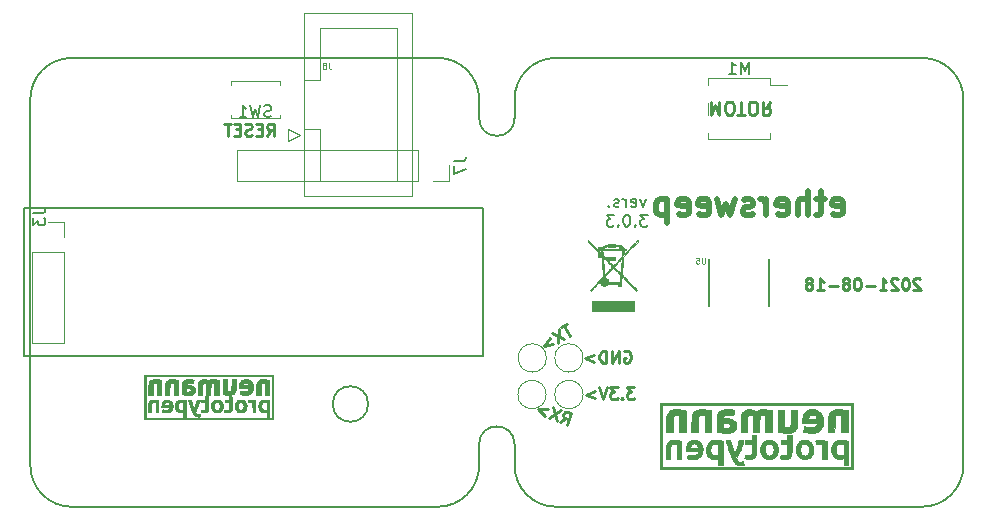
<source format=gbr>
%TF.GenerationSoftware,KiCad,Pcbnew,(5.1.8-0-10_14)*%
%TF.CreationDate,2021-09-02T11:11:10+02:00*%
%TF.ProjectId,ethersweep,65746865-7273-4776-9565-702e6b696361,2.0.1*%
%TF.SameCoordinates,Original*%
%TF.FileFunction,Legend,Bot*%
%TF.FilePolarity,Positive*%
%FSLAX46Y46*%
G04 Gerber Fmt 4.6, Leading zero omitted, Abs format (unit mm)*
G04 Created by KiCad (PCBNEW (5.1.8-0-10_14)) date 2021-09-02 11:11:10*
%MOMM*%
%LPD*%
G01*
G04 APERTURE LIST*
%ADD10C,0.150000*%
%TA.AperFunction,Profile*%
%ADD11C,0.150000*%
%TD*%
%ADD12C,0.250000*%
%ADD13C,0.275000*%
%ADD14C,0.500000*%
%ADD15C,0.010000*%
%ADD16C,0.120000*%
%ADD17C,0.127000*%
%ADD18C,0.125000*%
G04 APERTURE END LIST*
D10*
X198219047Y-38660714D02*
X197980952Y-39327380D01*
X197742857Y-38660714D01*
X196980952Y-39279761D02*
X197076190Y-39327380D01*
X197266666Y-39327380D01*
X197361904Y-39279761D01*
X197409523Y-39184523D01*
X197409523Y-38803571D01*
X197361904Y-38708333D01*
X197266666Y-38660714D01*
X197076190Y-38660714D01*
X196980952Y-38708333D01*
X196933333Y-38803571D01*
X196933333Y-38898809D01*
X197409523Y-38994047D01*
X196504761Y-39327380D02*
X196504761Y-38660714D01*
X196504761Y-38851190D02*
X196457142Y-38755952D01*
X196409523Y-38708333D01*
X196314285Y-38660714D01*
X196219047Y-38660714D01*
X195933333Y-39279761D02*
X195838095Y-39327380D01*
X195647619Y-39327380D01*
X195552380Y-39279761D01*
X195504761Y-39184523D01*
X195504761Y-39136904D01*
X195552380Y-39041666D01*
X195647619Y-38994047D01*
X195790476Y-38994047D01*
X195885714Y-38946428D01*
X195933333Y-38851190D01*
X195933333Y-38803571D01*
X195885714Y-38708333D01*
X195790476Y-38660714D01*
X195647619Y-38660714D01*
X195552380Y-38708333D01*
X195076190Y-39232142D02*
X195028571Y-39279761D01*
X195076190Y-39327380D01*
X195123809Y-39279761D01*
X195076190Y-39232142D01*
X195076190Y-39327380D01*
X198361904Y-39977380D02*
X197742857Y-39977380D01*
X198076190Y-40358333D01*
X197933333Y-40358333D01*
X197838095Y-40405952D01*
X197790476Y-40453571D01*
X197742857Y-40548809D01*
X197742857Y-40786904D01*
X197790476Y-40882142D01*
X197838095Y-40929761D01*
X197933333Y-40977380D01*
X198219047Y-40977380D01*
X198314285Y-40929761D01*
X198361904Y-40882142D01*
X197314285Y-40882142D02*
X197266666Y-40929761D01*
X197314285Y-40977380D01*
X197361904Y-40929761D01*
X197314285Y-40882142D01*
X197314285Y-40977380D01*
X196647619Y-39977380D02*
X196552380Y-39977380D01*
X196457142Y-40025000D01*
X196409523Y-40072619D01*
X196361904Y-40167857D01*
X196314285Y-40358333D01*
X196314285Y-40596428D01*
X196361904Y-40786904D01*
X196409523Y-40882142D01*
X196457142Y-40929761D01*
X196552380Y-40977380D01*
X196647619Y-40977380D01*
X196742857Y-40929761D01*
X196790476Y-40882142D01*
X196838095Y-40786904D01*
X196885714Y-40596428D01*
X196885714Y-40358333D01*
X196838095Y-40167857D01*
X196790476Y-40072619D01*
X196742857Y-40025000D01*
X196647619Y-39977380D01*
X195885714Y-40882142D02*
X195838095Y-40929761D01*
X195885714Y-40977380D01*
X195933333Y-40929761D01*
X195885714Y-40882142D01*
X195885714Y-40977380D01*
X195504761Y-39977380D02*
X194885714Y-39977380D01*
X195219047Y-40358333D01*
X195076190Y-40358333D01*
X194980952Y-40405952D01*
X194933333Y-40453571D01*
X194885714Y-40548809D01*
X194885714Y-40786904D01*
X194933333Y-40882142D01*
X194980952Y-40929761D01*
X195076190Y-40977380D01*
X195361904Y-40977380D01*
X195457142Y-40929761D01*
X195504761Y-40882142D01*
D11*
X221600000Y-26700000D02*
G75*
G02*
X225100000Y-30200000I0J-3500000D01*
G01*
D12*
X166137976Y-33282380D02*
X166471309Y-32806190D01*
X166709404Y-33282380D02*
X166709404Y-32282380D01*
X166328452Y-32282380D01*
X166233214Y-32330000D01*
X166185595Y-32377619D01*
X166137976Y-32472857D01*
X166137976Y-32615714D01*
X166185595Y-32710952D01*
X166233214Y-32758571D01*
X166328452Y-32806190D01*
X166709404Y-32806190D01*
X165709404Y-32758571D02*
X165376071Y-32758571D01*
X165233214Y-33282380D02*
X165709404Y-33282380D01*
X165709404Y-32282380D01*
X165233214Y-32282380D01*
X164852261Y-33234761D02*
X164709404Y-33282380D01*
X164471309Y-33282380D01*
X164376071Y-33234761D01*
X164328452Y-33187142D01*
X164280833Y-33091904D01*
X164280833Y-32996666D01*
X164328452Y-32901428D01*
X164376071Y-32853809D01*
X164471309Y-32806190D01*
X164661785Y-32758571D01*
X164757023Y-32710952D01*
X164804642Y-32663333D01*
X164852261Y-32568095D01*
X164852261Y-32472857D01*
X164804642Y-32377619D01*
X164757023Y-32330000D01*
X164661785Y-32282380D01*
X164423690Y-32282380D01*
X164280833Y-32330000D01*
X163852261Y-32758571D02*
X163518928Y-32758571D01*
X163376071Y-33282380D02*
X163852261Y-33282380D01*
X163852261Y-32282380D01*
X163376071Y-32282380D01*
X163090357Y-32282380D02*
X162518928Y-32282380D01*
X162804642Y-33282380D02*
X162804642Y-32282380D01*
X191522130Y-49235271D02*
X191027258Y-49520986D01*
X191774694Y-50244154D02*
X191274694Y-49378128D01*
X190821062Y-49640033D02*
X190743711Y-50839392D01*
X190243711Y-49973367D02*
X191321062Y-50506059D01*
X190080464Y-50452518D02*
X189563492Y-51080906D01*
X190366178Y-50947390D01*
X190983606Y-57543829D02*
X191459704Y-57210363D01*
X191520573Y-57739269D02*
X191862593Y-56799576D01*
X191504615Y-56669283D01*
X191398834Y-56681457D01*
X191337800Y-56709917D01*
X191260479Y-56783125D01*
X191211619Y-56917367D01*
X191223793Y-57023148D01*
X191252254Y-57084182D01*
X191325462Y-57161503D01*
X191683440Y-57291796D01*
X191012395Y-56490129D02*
X190043913Y-57201809D01*
X190385934Y-56262116D02*
X190670375Y-57429822D01*
X189913949Y-56445053D02*
X189100272Y-56452950D01*
X189718509Y-56982021D01*
D10*
X184400000Y-39400000D02*
X145600000Y-39400000D01*
D11*
X184100000Y-60700000D02*
X184100000Y-59400000D01*
X187100000Y-31800000D02*
X187100000Y-30700000D01*
X187100000Y-31800000D02*
G75*
G02*
X184100000Y-31800000I-1500000J0D01*
G01*
X187100000Y-61200000D02*
X187100000Y-59400000D01*
X184100000Y-31800000D02*
X184100000Y-30200000D01*
X184100000Y-59400000D02*
G75*
G02*
X187100000Y-59400000I1500000J0D01*
G01*
D13*
X203711904Y-30402380D02*
X203711904Y-31502380D01*
X204078571Y-30716666D01*
X204445238Y-31502380D01*
X204445238Y-30402380D01*
X205178571Y-31502380D02*
X205388095Y-31502380D01*
X205492857Y-31450000D01*
X205597619Y-31345238D01*
X205650000Y-31135714D01*
X205650000Y-30769047D01*
X205597619Y-30559523D01*
X205492857Y-30454761D01*
X205388095Y-30402380D01*
X205178571Y-30402380D01*
X205073809Y-30454761D01*
X204969047Y-30559523D01*
X204916666Y-30769047D01*
X204916666Y-31135714D01*
X204969047Y-31345238D01*
X205073809Y-31450000D01*
X205178571Y-31502380D01*
X205964285Y-31502380D02*
X206592857Y-31502380D01*
X206278571Y-30402380D02*
X206278571Y-31502380D01*
X207169047Y-31502380D02*
X207378571Y-31502380D01*
X207483333Y-31450000D01*
X207588095Y-31345238D01*
X207640476Y-31135714D01*
X207640476Y-30769047D01*
X207588095Y-30559523D01*
X207483333Y-30454761D01*
X207378571Y-30402380D01*
X207169047Y-30402380D01*
X207064285Y-30454761D01*
X206959523Y-30559523D01*
X206907142Y-30769047D01*
X206907142Y-31135714D01*
X206959523Y-31345238D01*
X207064285Y-31450000D01*
X207169047Y-31502380D01*
X208740476Y-30402380D02*
X208373809Y-30926190D01*
X208111904Y-30402380D02*
X208111904Y-31502380D01*
X208530952Y-31502380D01*
X208635714Y-31450000D01*
X208688095Y-31397619D01*
X208740476Y-31292857D01*
X208740476Y-31135714D01*
X208688095Y-31030952D01*
X208635714Y-30978571D01*
X208530952Y-30926190D01*
X208111904Y-30926190D01*
D14*
X214036904Y-39909523D02*
X214227380Y-40004761D01*
X214608333Y-40004761D01*
X214798809Y-39909523D01*
X214894047Y-39719047D01*
X214894047Y-38957142D01*
X214798809Y-38766666D01*
X214608333Y-38671428D01*
X214227380Y-38671428D01*
X214036904Y-38766666D01*
X213941666Y-38957142D01*
X213941666Y-39147619D01*
X214894047Y-39338095D01*
X213370238Y-38671428D02*
X212608333Y-38671428D01*
X213084523Y-38004761D02*
X213084523Y-39719047D01*
X212989285Y-39909523D01*
X212798809Y-40004761D01*
X212608333Y-40004761D01*
X211941666Y-40004761D02*
X211941666Y-38004761D01*
X211084523Y-40004761D02*
X211084523Y-38957142D01*
X211179761Y-38766666D01*
X211370238Y-38671428D01*
X211655952Y-38671428D01*
X211846428Y-38766666D01*
X211941666Y-38861904D01*
X209370238Y-39909523D02*
X209560714Y-40004761D01*
X209941666Y-40004761D01*
X210132142Y-39909523D01*
X210227380Y-39719047D01*
X210227380Y-38957142D01*
X210132142Y-38766666D01*
X209941666Y-38671428D01*
X209560714Y-38671428D01*
X209370238Y-38766666D01*
X209275000Y-38957142D01*
X209275000Y-39147619D01*
X210227380Y-39338095D01*
X208417857Y-40004761D02*
X208417857Y-38671428D01*
X208417857Y-39052380D02*
X208322619Y-38861904D01*
X208227380Y-38766666D01*
X208036904Y-38671428D01*
X207846428Y-38671428D01*
X207275000Y-39909523D02*
X207084523Y-40004761D01*
X206703571Y-40004761D01*
X206513095Y-39909523D01*
X206417857Y-39719047D01*
X206417857Y-39623809D01*
X206513095Y-39433333D01*
X206703571Y-39338095D01*
X206989285Y-39338095D01*
X207179761Y-39242857D01*
X207275000Y-39052380D01*
X207275000Y-38957142D01*
X207179761Y-38766666D01*
X206989285Y-38671428D01*
X206703571Y-38671428D01*
X206513095Y-38766666D01*
X205751190Y-38671428D02*
X205370238Y-40004761D01*
X204989285Y-39052380D01*
X204608333Y-40004761D01*
X204227380Y-38671428D01*
X202703571Y-39909523D02*
X202894047Y-40004761D01*
X203275000Y-40004761D01*
X203465476Y-39909523D01*
X203560714Y-39719047D01*
X203560714Y-38957142D01*
X203465476Y-38766666D01*
X203275000Y-38671428D01*
X202894047Y-38671428D01*
X202703571Y-38766666D01*
X202608333Y-38957142D01*
X202608333Y-39147619D01*
X203560714Y-39338095D01*
X200989285Y-39909523D02*
X201179761Y-40004761D01*
X201560714Y-40004761D01*
X201751190Y-39909523D01*
X201846428Y-39719047D01*
X201846428Y-38957142D01*
X201751190Y-38766666D01*
X201560714Y-38671428D01*
X201179761Y-38671428D01*
X200989285Y-38766666D01*
X200894047Y-38957142D01*
X200894047Y-39147619D01*
X201846428Y-39338095D01*
X200036904Y-38671428D02*
X200036904Y-40671428D01*
X200036904Y-38766666D02*
X199846428Y-38671428D01*
X199465476Y-38671428D01*
X199275000Y-38766666D01*
X199179761Y-38861904D01*
X199084523Y-39052380D01*
X199084523Y-39623809D01*
X199179761Y-39814285D01*
X199275000Y-39909523D01*
X199465476Y-40004761D01*
X199846428Y-40004761D01*
X200036904Y-39909523D01*
D12*
X197245238Y-54602380D02*
X196626190Y-54602380D01*
X196959523Y-54983333D01*
X196816666Y-54983333D01*
X196721428Y-55030952D01*
X196673809Y-55078571D01*
X196626190Y-55173809D01*
X196626190Y-55411904D01*
X196673809Y-55507142D01*
X196721428Y-55554761D01*
X196816666Y-55602380D01*
X197102380Y-55602380D01*
X197197619Y-55554761D01*
X197245238Y-55507142D01*
X196197619Y-55507142D02*
X196150000Y-55554761D01*
X196197619Y-55602380D01*
X196245238Y-55554761D01*
X196197619Y-55507142D01*
X196197619Y-55602380D01*
X195816666Y-54602380D02*
X195197619Y-54602380D01*
X195530952Y-54983333D01*
X195388095Y-54983333D01*
X195292857Y-55030952D01*
X195245238Y-55078571D01*
X195197619Y-55173809D01*
X195197619Y-55411904D01*
X195245238Y-55507142D01*
X195292857Y-55554761D01*
X195388095Y-55602380D01*
X195673809Y-55602380D01*
X195769047Y-55554761D01*
X195816666Y-55507142D01*
X194911904Y-54602380D02*
X194578571Y-55602380D01*
X194245238Y-54602380D01*
X193911904Y-54935714D02*
X193150000Y-55221428D01*
X193911904Y-55507142D01*
X196380952Y-51550000D02*
X196476190Y-51502380D01*
X196619047Y-51502380D01*
X196761904Y-51550000D01*
X196857142Y-51645238D01*
X196904761Y-51740476D01*
X196952380Y-51930952D01*
X196952380Y-52073809D01*
X196904761Y-52264285D01*
X196857142Y-52359523D01*
X196761904Y-52454761D01*
X196619047Y-52502380D01*
X196523809Y-52502380D01*
X196380952Y-52454761D01*
X196333333Y-52407142D01*
X196333333Y-52073809D01*
X196523809Y-52073809D01*
X195904761Y-52502380D02*
X195904761Y-51502380D01*
X195333333Y-52502380D01*
X195333333Y-51502380D01*
X194857142Y-52502380D02*
X194857142Y-51502380D01*
X194619047Y-51502380D01*
X194476190Y-51550000D01*
X194380952Y-51645238D01*
X194333333Y-51740476D01*
X194285714Y-51930952D01*
X194285714Y-52073809D01*
X194333333Y-52264285D01*
X194380952Y-52359523D01*
X194476190Y-52454761D01*
X194619047Y-52502380D01*
X194857142Y-52502380D01*
X193857142Y-51835714D02*
X193095238Y-52121428D01*
X193857142Y-52407142D01*
X221447023Y-45447619D02*
X221399404Y-45400000D01*
X221304166Y-45352380D01*
X221066071Y-45352380D01*
X220970833Y-45400000D01*
X220923214Y-45447619D01*
X220875595Y-45542857D01*
X220875595Y-45638095D01*
X220923214Y-45780952D01*
X221494642Y-46352380D01*
X220875595Y-46352380D01*
X220256547Y-45352380D02*
X220161309Y-45352380D01*
X220066071Y-45400000D01*
X220018452Y-45447619D01*
X219970833Y-45542857D01*
X219923214Y-45733333D01*
X219923214Y-45971428D01*
X219970833Y-46161904D01*
X220018452Y-46257142D01*
X220066071Y-46304761D01*
X220161309Y-46352380D01*
X220256547Y-46352380D01*
X220351785Y-46304761D01*
X220399404Y-46257142D01*
X220447023Y-46161904D01*
X220494642Y-45971428D01*
X220494642Y-45733333D01*
X220447023Y-45542857D01*
X220399404Y-45447619D01*
X220351785Y-45400000D01*
X220256547Y-45352380D01*
X219542261Y-45447619D02*
X219494642Y-45400000D01*
X219399404Y-45352380D01*
X219161309Y-45352380D01*
X219066071Y-45400000D01*
X219018452Y-45447619D01*
X218970833Y-45542857D01*
X218970833Y-45638095D01*
X219018452Y-45780952D01*
X219589880Y-46352380D01*
X218970833Y-46352380D01*
X218018452Y-46352380D02*
X218589880Y-46352380D01*
X218304166Y-46352380D02*
X218304166Y-45352380D01*
X218399404Y-45495238D01*
X218494642Y-45590476D01*
X218589880Y-45638095D01*
X217589880Y-45971428D02*
X216827976Y-45971428D01*
X216161309Y-45352380D02*
X216066071Y-45352380D01*
X215970833Y-45400000D01*
X215923214Y-45447619D01*
X215875595Y-45542857D01*
X215827976Y-45733333D01*
X215827976Y-45971428D01*
X215875595Y-46161904D01*
X215923214Y-46257142D01*
X215970833Y-46304761D01*
X216066071Y-46352380D01*
X216161309Y-46352380D01*
X216256547Y-46304761D01*
X216304166Y-46257142D01*
X216351785Y-46161904D01*
X216399404Y-45971428D01*
X216399404Y-45733333D01*
X216351785Y-45542857D01*
X216304166Y-45447619D01*
X216256547Y-45400000D01*
X216161309Y-45352380D01*
X215256547Y-45780952D02*
X215351785Y-45733333D01*
X215399404Y-45685714D01*
X215447023Y-45590476D01*
X215447023Y-45542857D01*
X215399404Y-45447619D01*
X215351785Y-45400000D01*
X215256547Y-45352380D01*
X215066071Y-45352380D01*
X214970833Y-45400000D01*
X214923214Y-45447619D01*
X214875595Y-45542857D01*
X214875595Y-45590476D01*
X214923214Y-45685714D01*
X214970833Y-45733333D01*
X215066071Y-45780952D01*
X215256547Y-45780952D01*
X215351785Y-45828571D01*
X215399404Y-45876190D01*
X215447023Y-45971428D01*
X215447023Y-46161904D01*
X215399404Y-46257142D01*
X215351785Y-46304761D01*
X215256547Y-46352380D01*
X215066071Y-46352380D01*
X214970833Y-46304761D01*
X214923214Y-46257142D01*
X214875595Y-46161904D01*
X214875595Y-45971428D01*
X214923214Y-45876190D01*
X214970833Y-45828571D01*
X215066071Y-45780952D01*
X214447023Y-45971428D02*
X213685119Y-45971428D01*
X212685119Y-46352380D02*
X213256547Y-46352380D01*
X212970833Y-46352380D02*
X212970833Y-45352380D01*
X213066071Y-45495238D01*
X213161309Y-45590476D01*
X213256547Y-45638095D01*
X212113690Y-45780952D02*
X212208928Y-45733333D01*
X212256547Y-45685714D01*
X212304166Y-45590476D01*
X212304166Y-45542857D01*
X212256547Y-45447619D01*
X212208928Y-45400000D01*
X212113690Y-45352380D01*
X211923214Y-45352380D01*
X211827976Y-45400000D01*
X211780357Y-45447619D01*
X211732738Y-45542857D01*
X211732738Y-45590476D01*
X211780357Y-45685714D01*
X211827976Y-45733333D01*
X211923214Y-45780952D01*
X212113690Y-45780952D01*
X212208928Y-45828571D01*
X212256547Y-45876190D01*
X212304166Y-45971428D01*
X212304166Y-46161904D01*
X212256547Y-46257142D01*
X212208928Y-46304761D01*
X212113690Y-46352380D01*
X211923214Y-46352380D01*
X211827976Y-46304761D01*
X211780357Y-46257142D01*
X211732738Y-46161904D01*
X211732738Y-45971428D01*
X211780357Y-45876190D01*
X211827976Y-45828571D01*
X211923214Y-45780952D01*
D11*
X184100000Y-61200000D02*
X184100000Y-60700000D01*
X187100000Y-30200000D02*
X187100000Y-30700000D01*
X174700000Y-56000000D02*
G75*
G03*
X174700000Y-56000000I-1500000J0D01*
G01*
D10*
X184400000Y-51900000D02*
X184400000Y-39400000D01*
X145600000Y-51900000D02*
X184400000Y-51900000D01*
X145600000Y-39400000D02*
X145600000Y-51900000D01*
D11*
X149600000Y-64700000D02*
G75*
G02*
X146100000Y-61200000I0J3500000D01*
G01*
X149600000Y-64700000D02*
X180600000Y-64700000D01*
X190600000Y-26700000D02*
X221600000Y-26700000D01*
X187100000Y-30200000D02*
G75*
G02*
X190600000Y-26700000I3500000J0D01*
G01*
X225100000Y-61200000D02*
G75*
G02*
X221600000Y-64700000I-3500000J0D01*
G01*
X190600000Y-64700000D02*
G75*
G02*
X187100000Y-61200000I0J3500000D01*
G01*
X190600000Y-64700000D02*
X221600000Y-64700000D01*
X225100000Y-61200000D02*
X225100000Y-30200000D01*
X146100000Y-30200000D02*
X146100000Y-61200000D01*
X184100000Y-61200000D02*
G75*
G02*
X180600000Y-64700000I-3500000J0D01*
G01*
X180600000Y-26700000D02*
G75*
G02*
X184100000Y-30200000I0J-3500000D01*
G01*
X146100000Y-30200000D02*
G75*
G02*
X149600000Y-26700000I3500000J0D01*
G01*
X180600000Y-26700000D02*
X149600000Y-26700000D01*
D15*
G36*
X199446600Y-61510933D02*
G01*
X215753399Y-61510933D01*
X215753399Y-56058400D01*
X215617933Y-56058400D01*
X215617933Y-61375467D01*
X199582066Y-61375467D01*
X199582066Y-56058400D01*
X215617933Y-56058400D01*
X215753399Y-56058400D01*
X215753399Y-55922933D01*
X199446600Y-55922933D01*
X199446600Y-61510933D01*
G37*
X199446600Y-61510933D02*
X215753399Y-61510933D01*
X215753399Y-56058400D01*
X215617933Y-56058400D01*
X215617933Y-61375467D01*
X199582066Y-61375467D01*
X199582066Y-56058400D01*
X215617933Y-56058400D01*
X215753399Y-56058400D01*
X215753399Y-55922933D01*
X199446600Y-55922933D01*
X199446600Y-61510933D01*
G36*
X214724700Y-59043516D02*
G01*
X214663686Y-59043869D01*
X214616315Y-59044653D01*
X214579295Y-59046154D01*
X214549338Y-59048661D01*
X214523152Y-59052459D01*
X214497446Y-59057838D01*
X214468932Y-59065083D01*
X214464706Y-59066215D01*
X214356149Y-59103379D01*
X214258449Y-59153279D01*
X214171983Y-59215350D01*
X214097126Y-59289027D01*
X214034255Y-59373745D01*
X213983746Y-59468940D01*
X213945976Y-59574047D01*
X213921321Y-59688500D01*
X213910157Y-59811737D01*
X213910378Y-59898034D01*
X213921539Y-60027385D01*
X213944671Y-60146267D01*
X213979396Y-60254228D01*
X214025336Y-60350821D01*
X214082115Y-60435596D01*
X214149355Y-60508104D01*
X214226677Y-60567896D01*
X214313704Y-60614524D01*
X214410060Y-60647538D01*
X214515365Y-60666489D01*
X214559599Y-60670015D01*
X214648484Y-60669937D01*
X214734776Y-60659488D01*
X214822494Y-60637848D01*
X214915656Y-60604194D01*
X214946949Y-60590896D01*
X214949822Y-60592919D01*
X214952158Y-60602643D01*
X214954005Y-60621396D01*
X214955409Y-60650509D01*
X214956417Y-60691312D01*
X214957076Y-60745132D01*
X214957432Y-60813301D01*
X214957533Y-60891961D01*
X214957533Y-61197667D01*
X215133922Y-61197667D01*
X215186943Y-61197407D01*
X215234129Y-61196682D01*
X215272891Y-61195572D01*
X215300638Y-61194158D01*
X215314778Y-61192519D01*
X215315955Y-61192022D01*
X215316671Y-61183001D01*
X215317360Y-61158082D01*
X215318017Y-61118298D01*
X215318637Y-61064685D01*
X215319214Y-60998277D01*
X215319742Y-60920109D01*
X215320215Y-60831216D01*
X215320629Y-60732632D01*
X215320976Y-60625392D01*
X215321253Y-60510531D01*
X215321452Y-60389083D01*
X215321557Y-60274093D01*
X214957681Y-60274093D01*
X214894320Y-60304568D01*
X214830707Y-60331428D01*
X214770305Y-60348070D01*
X214706694Y-60355786D01*
X214638190Y-60356050D01*
X214595079Y-60353799D01*
X214563153Y-60350009D01*
X214536666Y-60343509D01*
X214509874Y-60333131D01*
X214497147Y-60327333D01*
X214441323Y-60294166D01*
X214395021Y-60250427D01*
X214355614Y-60193483D01*
X214345788Y-60175447D01*
X214323624Y-60128933D01*
X214307281Y-60084229D01*
X214295996Y-60037440D01*
X214289005Y-59984670D01*
X214285546Y-59922024D01*
X214284808Y-59864167D01*
X214285814Y-59794360D01*
X214289388Y-59737380D01*
X214296268Y-59689219D01*
X214307195Y-59645871D01*
X214322909Y-59603327D01*
X214339784Y-59566437D01*
X214381758Y-59498575D01*
X214435234Y-59442923D01*
X214499361Y-59400104D01*
X214573292Y-59370742D01*
X214620392Y-59360114D01*
X214654214Y-59356393D01*
X214698479Y-59354345D01*
X214748801Y-59353871D01*
X214800791Y-59354873D01*
X214850062Y-59357252D01*
X214892226Y-59360909D01*
X214922895Y-59365746D01*
X214927900Y-59367026D01*
X214953299Y-59374316D01*
X214955490Y-59824204D01*
X214957681Y-60274093D01*
X215321557Y-60274093D01*
X215321569Y-60262082D01*
X215321600Y-60155254D01*
X215321600Y-59124129D01*
X215289850Y-59115113D01*
X215262297Y-59108227D01*
X215222090Y-59099384D01*
X215173283Y-59089377D01*
X215119931Y-59078997D01*
X215066088Y-59069036D01*
X215015808Y-59060285D01*
X214978699Y-59054359D01*
X214937686Y-59049888D01*
X214882840Y-59046500D01*
X214817235Y-59044326D01*
X214743946Y-59043497D01*
X214724700Y-59043516D01*
G37*
X214724700Y-59043516D02*
X214663686Y-59043869D01*
X214616315Y-59044653D01*
X214579295Y-59046154D01*
X214549338Y-59048661D01*
X214523152Y-59052459D01*
X214497446Y-59057838D01*
X214468932Y-59065083D01*
X214464706Y-59066215D01*
X214356149Y-59103379D01*
X214258449Y-59153279D01*
X214171983Y-59215350D01*
X214097126Y-59289027D01*
X214034255Y-59373745D01*
X213983746Y-59468940D01*
X213945976Y-59574047D01*
X213921321Y-59688500D01*
X213910157Y-59811737D01*
X213910378Y-59898034D01*
X213921539Y-60027385D01*
X213944671Y-60146267D01*
X213979396Y-60254228D01*
X214025336Y-60350821D01*
X214082115Y-60435596D01*
X214149355Y-60508104D01*
X214226677Y-60567896D01*
X214313704Y-60614524D01*
X214410060Y-60647538D01*
X214515365Y-60666489D01*
X214559599Y-60670015D01*
X214648484Y-60669937D01*
X214734776Y-60659488D01*
X214822494Y-60637848D01*
X214915656Y-60604194D01*
X214946949Y-60590896D01*
X214949822Y-60592919D01*
X214952158Y-60602643D01*
X214954005Y-60621396D01*
X214955409Y-60650509D01*
X214956417Y-60691312D01*
X214957076Y-60745132D01*
X214957432Y-60813301D01*
X214957533Y-60891961D01*
X214957533Y-61197667D01*
X215133922Y-61197667D01*
X215186943Y-61197407D01*
X215234129Y-61196682D01*
X215272891Y-61195572D01*
X215300638Y-61194158D01*
X215314778Y-61192519D01*
X215315955Y-61192022D01*
X215316671Y-61183001D01*
X215317360Y-61158082D01*
X215318017Y-61118298D01*
X215318637Y-61064685D01*
X215319214Y-60998277D01*
X215319742Y-60920109D01*
X215320215Y-60831216D01*
X215320629Y-60732632D01*
X215320976Y-60625392D01*
X215321253Y-60510531D01*
X215321452Y-60389083D01*
X215321557Y-60274093D01*
X214957681Y-60274093D01*
X214894320Y-60304568D01*
X214830707Y-60331428D01*
X214770305Y-60348070D01*
X214706694Y-60355786D01*
X214638190Y-60356050D01*
X214595079Y-60353799D01*
X214563153Y-60350009D01*
X214536666Y-60343509D01*
X214509874Y-60333131D01*
X214497147Y-60327333D01*
X214441323Y-60294166D01*
X214395021Y-60250427D01*
X214355614Y-60193483D01*
X214345788Y-60175447D01*
X214323624Y-60128933D01*
X214307281Y-60084229D01*
X214295996Y-60037440D01*
X214289005Y-59984670D01*
X214285546Y-59922024D01*
X214284808Y-59864167D01*
X214285814Y-59794360D01*
X214289388Y-59737380D01*
X214296268Y-59689219D01*
X214307195Y-59645871D01*
X214322909Y-59603327D01*
X214339784Y-59566437D01*
X214381758Y-59498575D01*
X214435234Y-59442923D01*
X214499361Y-59400104D01*
X214573292Y-59370742D01*
X214620392Y-59360114D01*
X214654214Y-59356393D01*
X214698479Y-59354345D01*
X214748801Y-59353871D01*
X214800791Y-59354873D01*
X214850062Y-59357252D01*
X214892226Y-59360909D01*
X214922895Y-59365746D01*
X214927900Y-59367026D01*
X214953299Y-59374316D01*
X214955490Y-59824204D01*
X214957681Y-60274093D01*
X215321557Y-60274093D01*
X215321569Y-60262082D01*
X215321600Y-60155254D01*
X215321600Y-59124129D01*
X215289850Y-59115113D01*
X215262297Y-59108227D01*
X215222090Y-59099384D01*
X215173283Y-59089377D01*
X215119931Y-59078997D01*
X215066088Y-59069036D01*
X215015808Y-59060285D01*
X214978699Y-59054359D01*
X214937686Y-59049888D01*
X214882840Y-59046500D01*
X214817235Y-59044326D01*
X214743946Y-59043497D01*
X214724700Y-59043516D01*
G36*
X206088699Y-59072563D02*
G01*
X206055834Y-59201665D01*
X206037460Y-59269598D01*
X206014186Y-59348923D01*
X205986927Y-59436988D01*
X205956599Y-59531141D01*
X205924115Y-59628728D01*
X205890390Y-59727100D01*
X205856341Y-59823602D01*
X205822881Y-59915583D01*
X205790925Y-60000391D01*
X205761389Y-60075374D01*
X205735188Y-60137879D01*
X205725063Y-60160500D01*
X205697848Y-60219767D01*
X205637640Y-60037734D01*
X205603119Y-59930143D01*
X205566238Y-59809310D01*
X205527945Y-59678596D01*
X205489186Y-59541365D01*
X205450911Y-59400982D01*
X205414067Y-59260809D01*
X205379600Y-59124209D01*
X205375224Y-59106400D01*
X205367967Y-59076767D01*
X205179494Y-59074487D01*
X205118356Y-59073820D01*
X205072147Y-59073590D01*
X205038868Y-59073934D01*
X205016518Y-59074991D01*
X205003096Y-59076898D01*
X204996601Y-59079794D01*
X204995034Y-59083818D01*
X204995735Y-59087187D01*
X204999831Y-59101096D01*
X205007333Y-59127357D01*
X205017117Y-59162009D01*
X205026441Y-59195300D01*
X205080406Y-59381513D01*
X205140290Y-59575269D01*
X205204598Y-59772171D01*
X205271836Y-59967820D01*
X205340511Y-60157818D01*
X205409129Y-60337764D01*
X205444817Y-60427200D01*
X205490213Y-60537451D01*
X205531139Y-60633154D01*
X205568446Y-60715838D01*
X205602979Y-60787035D01*
X205635589Y-60848271D01*
X205667122Y-60901078D01*
X205698427Y-60946984D01*
X205730352Y-60987520D01*
X205763745Y-61024213D01*
X205790248Y-61050118D01*
X205847280Y-61097854D01*
X205905690Y-61134654D01*
X205968538Y-61161619D01*
X206038885Y-61179851D01*
X206119791Y-61190451D01*
X206190299Y-61194082D01*
X206264184Y-61194448D01*
X206323144Y-61191328D01*
X206366975Y-61185031D01*
X206426148Y-61171424D01*
X206468644Y-61158587D01*
X206494694Y-61146430D01*
X206504533Y-61134860D01*
X206504294Y-61131263D01*
X206501025Y-61118230D01*
X206494894Y-61092063D01*
X206486683Y-61056166D01*
X206477176Y-61013942D01*
X206473776Y-60998700D01*
X206464023Y-60955117D01*
X206455323Y-60916719D01*
X206448453Y-60886903D01*
X206444192Y-60869064D01*
X206443473Y-60866320D01*
X206439860Y-60859351D01*
X206431819Y-60857431D01*
X206415526Y-60860790D01*
X206387157Y-60869661D01*
X206386887Y-60869750D01*
X206343050Y-60880053D01*
X206289796Y-60886415D01*
X206232486Y-60888770D01*
X206176481Y-60887051D01*
X206127141Y-60881193D01*
X206095621Y-60873326D01*
X206040827Y-60845881D01*
X205988489Y-60803501D01*
X205940579Y-60748181D01*
X205899070Y-60681912D01*
X205891468Y-60667030D01*
X205869906Y-60623226D01*
X205963673Y-60425730D01*
X206043482Y-60254514D01*
X206115204Y-60093683D01*
X206180261Y-59939614D01*
X206240078Y-59788684D01*
X206296079Y-59637269D01*
X206349688Y-59481746D01*
X206402329Y-59318491D01*
X206415407Y-59276363D01*
X206431953Y-59222397D01*
X206446686Y-59173798D01*
X206458908Y-59132913D01*
X206467922Y-59102084D01*
X206473032Y-59083657D01*
X206473933Y-59079513D01*
X206465863Y-59077518D01*
X206443236Y-59075747D01*
X206408429Y-59074285D01*
X206363819Y-59073219D01*
X206311781Y-59072634D01*
X206281316Y-59072548D01*
X206088699Y-59072563D01*
G37*
X206088699Y-59072563D02*
X206055834Y-59201665D01*
X206037460Y-59269598D01*
X206014186Y-59348923D01*
X205986927Y-59436988D01*
X205956599Y-59531141D01*
X205924115Y-59628728D01*
X205890390Y-59727100D01*
X205856341Y-59823602D01*
X205822881Y-59915583D01*
X205790925Y-60000391D01*
X205761389Y-60075374D01*
X205735188Y-60137879D01*
X205725063Y-60160500D01*
X205697848Y-60219767D01*
X205637640Y-60037734D01*
X205603119Y-59930143D01*
X205566238Y-59809310D01*
X205527945Y-59678596D01*
X205489186Y-59541365D01*
X205450911Y-59400982D01*
X205414067Y-59260809D01*
X205379600Y-59124209D01*
X205375224Y-59106400D01*
X205367967Y-59076767D01*
X205179494Y-59074487D01*
X205118356Y-59073820D01*
X205072147Y-59073590D01*
X205038868Y-59073934D01*
X205016518Y-59074991D01*
X205003096Y-59076898D01*
X204996601Y-59079794D01*
X204995034Y-59083818D01*
X204995735Y-59087187D01*
X204999831Y-59101096D01*
X205007333Y-59127357D01*
X205017117Y-59162009D01*
X205026441Y-59195300D01*
X205080406Y-59381513D01*
X205140290Y-59575269D01*
X205204598Y-59772171D01*
X205271836Y-59967820D01*
X205340511Y-60157818D01*
X205409129Y-60337764D01*
X205444817Y-60427200D01*
X205490213Y-60537451D01*
X205531139Y-60633154D01*
X205568446Y-60715838D01*
X205602979Y-60787035D01*
X205635589Y-60848271D01*
X205667122Y-60901078D01*
X205698427Y-60946984D01*
X205730352Y-60987520D01*
X205763745Y-61024213D01*
X205790248Y-61050118D01*
X205847280Y-61097854D01*
X205905690Y-61134654D01*
X205968538Y-61161619D01*
X206038885Y-61179851D01*
X206119791Y-61190451D01*
X206190299Y-61194082D01*
X206264184Y-61194448D01*
X206323144Y-61191328D01*
X206366975Y-61185031D01*
X206426148Y-61171424D01*
X206468644Y-61158587D01*
X206494694Y-61146430D01*
X206504533Y-61134860D01*
X206504294Y-61131263D01*
X206501025Y-61118230D01*
X206494894Y-61092063D01*
X206486683Y-61056166D01*
X206477176Y-61013942D01*
X206473776Y-60998700D01*
X206464023Y-60955117D01*
X206455323Y-60916719D01*
X206448453Y-60886903D01*
X206444192Y-60869064D01*
X206443473Y-60866320D01*
X206439860Y-60859351D01*
X206431819Y-60857431D01*
X206415526Y-60860790D01*
X206387157Y-60869661D01*
X206386887Y-60869750D01*
X206343050Y-60880053D01*
X206289796Y-60886415D01*
X206232486Y-60888770D01*
X206176481Y-60887051D01*
X206127141Y-60881193D01*
X206095621Y-60873326D01*
X206040827Y-60845881D01*
X205988489Y-60803501D01*
X205940579Y-60748181D01*
X205899070Y-60681912D01*
X205891468Y-60667030D01*
X205869906Y-60623226D01*
X205963673Y-60425730D01*
X206043482Y-60254514D01*
X206115204Y-60093683D01*
X206180261Y-59939614D01*
X206240078Y-59788684D01*
X206296079Y-59637269D01*
X206349688Y-59481746D01*
X206402329Y-59318491D01*
X206415407Y-59276363D01*
X206431953Y-59222397D01*
X206446686Y-59173798D01*
X206458908Y-59132913D01*
X206467922Y-59102084D01*
X206473032Y-59083657D01*
X206473933Y-59079513D01*
X206465863Y-59077518D01*
X206443236Y-59075747D01*
X206408429Y-59074285D01*
X206363819Y-59073219D01*
X206311781Y-59072634D01*
X206281316Y-59072548D01*
X206088699Y-59072563D01*
G36*
X204067587Y-59043629D02*
G01*
X204004480Y-59046345D01*
X203949653Y-59050620D01*
X203906788Y-59056421D01*
X203895833Y-59058680D01*
X203784204Y-59092329D01*
X203682964Y-59138639D01*
X203592710Y-59197164D01*
X203514035Y-59267455D01*
X203447537Y-59349065D01*
X203398319Y-59432367D01*
X203357807Y-59530896D01*
X203329310Y-59638414D01*
X203312718Y-59752083D01*
X203307924Y-59869068D01*
X203314821Y-59986533D01*
X203333300Y-60101642D01*
X203363252Y-60211559D01*
X203404572Y-60313448D01*
X203433932Y-60368134D01*
X203492657Y-60450897D01*
X203563117Y-60521614D01*
X203644720Y-60579850D01*
X203736873Y-60625166D01*
X203819633Y-60652311D01*
X203855012Y-60659854D01*
X203895469Y-60664736D01*
X203945142Y-60667321D01*
X203997433Y-60667984D01*
X204079758Y-60665418D01*
X204151212Y-60656897D01*
X204217124Y-60641396D01*
X204282822Y-60617892D01*
X204303021Y-60609244D01*
X204328560Y-60598159D01*
X204347126Y-60590493D01*
X204354086Y-60588067D01*
X204354816Y-60596219D01*
X204355487Y-60619414D01*
X204356079Y-60655765D01*
X204356572Y-60703382D01*
X204356948Y-60760375D01*
X204357186Y-60824855D01*
X204357266Y-60892867D01*
X204357266Y-61197667D01*
X204533655Y-61197667D01*
X204586676Y-61197407D01*
X204633863Y-61196682D01*
X204672624Y-61195572D01*
X204700371Y-61194158D01*
X204714512Y-61192519D01*
X204715688Y-61192022D01*
X204716404Y-61183001D01*
X204717093Y-61158082D01*
X204717751Y-61118298D01*
X204718370Y-61064685D01*
X204718947Y-60998277D01*
X204719475Y-60920108D01*
X204719948Y-60831214D01*
X204720362Y-60732629D01*
X204720710Y-60625388D01*
X204720986Y-60510525D01*
X204721186Y-60389075D01*
X204721300Y-60265074D01*
X204357415Y-60265074D01*
X204332913Y-60282521D01*
X204269462Y-60317853D01*
X204194689Y-60342135D01*
X204110500Y-60354888D01*
X204037876Y-60356477D01*
X203996772Y-60354749D01*
X203966795Y-60351690D01*
X203942138Y-60345977D01*
X203916994Y-60336287D01*
X203887316Y-60322167D01*
X203833092Y-60288882D01*
X203788129Y-60246385D01*
X203751059Y-60192778D01*
X203720513Y-60126160D01*
X203699710Y-60061700D01*
X203693168Y-60027478D01*
X203688318Y-59980700D01*
X203685204Y-59925663D01*
X203683870Y-59866664D01*
X203684361Y-59807999D01*
X203686721Y-59753965D01*
X203690994Y-59708859D01*
X203695808Y-59682134D01*
X203714963Y-59622461D01*
X203741516Y-59563216D01*
X203772611Y-59510023D01*
X203803090Y-59470925D01*
X203853305Y-59428088D01*
X203914858Y-59393068D01*
X203983047Y-59368269D01*
X204020125Y-59360114D01*
X204053947Y-59356393D01*
X204098213Y-59354345D01*
X204148535Y-59353871D01*
X204200525Y-59354873D01*
X204249796Y-59357252D01*
X204291959Y-59360909D01*
X204322628Y-59365746D01*
X204327633Y-59367026D01*
X204353033Y-59374316D01*
X204357415Y-60265074D01*
X204721300Y-60265074D01*
X204721303Y-60262072D01*
X204721333Y-60155182D01*
X204721333Y-59123986D01*
X204688826Y-59115233D01*
X204657802Y-59107700D01*
X204614458Y-59098276D01*
X204563181Y-59087818D01*
X204508360Y-59077185D01*
X204454383Y-59067235D01*
X204405637Y-59058826D01*
X204378433Y-59054532D01*
X204329165Y-59048982D01*
X204269763Y-59045148D01*
X204203911Y-59042999D01*
X204135292Y-59042503D01*
X204067587Y-59043629D01*
G37*
X204067587Y-59043629D02*
X204004480Y-59046345D01*
X203949653Y-59050620D01*
X203906788Y-59056421D01*
X203895833Y-59058680D01*
X203784204Y-59092329D01*
X203682964Y-59138639D01*
X203592710Y-59197164D01*
X203514035Y-59267455D01*
X203447537Y-59349065D01*
X203398319Y-59432367D01*
X203357807Y-59530896D01*
X203329310Y-59638414D01*
X203312718Y-59752083D01*
X203307924Y-59869068D01*
X203314821Y-59986533D01*
X203333300Y-60101642D01*
X203363252Y-60211559D01*
X203404572Y-60313448D01*
X203433932Y-60368134D01*
X203492657Y-60450897D01*
X203563117Y-60521614D01*
X203644720Y-60579850D01*
X203736873Y-60625166D01*
X203819633Y-60652311D01*
X203855012Y-60659854D01*
X203895469Y-60664736D01*
X203945142Y-60667321D01*
X203997433Y-60667984D01*
X204079758Y-60665418D01*
X204151212Y-60656897D01*
X204217124Y-60641396D01*
X204282822Y-60617892D01*
X204303021Y-60609244D01*
X204328560Y-60598159D01*
X204347126Y-60590493D01*
X204354086Y-60588067D01*
X204354816Y-60596219D01*
X204355487Y-60619414D01*
X204356079Y-60655765D01*
X204356572Y-60703382D01*
X204356948Y-60760375D01*
X204357186Y-60824855D01*
X204357266Y-60892867D01*
X204357266Y-61197667D01*
X204533655Y-61197667D01*
X204586676Y-61197407D01*
X204633863Y-61196682D01*
X204672624Y-61195572D01*
X204700371Y-61194158D01*
X204714512Y-61192519D01*
X204715688Y-61192022D01*
X204716404Y-61183001D01*
X204717093Y-61158082D01*
X204717751Y-61118298D01*
X204718370Y-61064685D01*
X204718947Y-60998277D01*
X204719475Y-60920108D01*
X204719948Y-60831214D01*
X204720362Y-60732629D01*
X204720710Y-60625388D01*
X204720986Y-60510525D01*
X204721186Y-60389075D01*
X204721300Y-60265074D01*
X204357415Y-60265074D01*
X204332913Y-60282521D01*
X204269462Y-60317853D01*
X204194689Y-60342135D01*
X204110500Y-60354888D01*
X204037876Y-60356477D01*
X203996772Y-60354749D01*
X203966795Y-60351690D01*
X203942138Y-60345977D01*
X203916994Y-60336287D01*
X203887316Y-60322167D01*
X203833092Y-60288882D01*
X203788129Y-60246385D01*
X203751059Y-60192778D01*
X203720513Y-60126160D01*
X203699710Y-60061700D01*
X203693168Y-60027478D01*
X203688318Y-59980700D01*
X203685204Y-59925663D01*
X203683870Y-59866664D01*
X203684361Y-59807999D01*
X203686721Y-59753965D01*
X203690994Y-59708859D01*
X203695808Y-59682134D01*
X203714963Y-59622461D01*
X203741516Y-59563216D01*
X203772611Y-59510023D01*
X203803090Y-59470925D01*
X203853305Y-59428088D01*
X203914858Y-59393068D01*
X203983047Y-59368269D01*
X204020125Y-59360114D01*
X204053947Y-59356393D01*
X204098213Y-59354345D01*
X204148535Y-59353871D01*
X204200525Y-59354873D01*
X204249796Y-59357252D01*
X204291959Y-59360909D01*
X204322628Y-59365746D01*
X204327633Y-59367026D01*
X204353033Y-59374316D01*
X204357415Y-60265074D01*
X204721300Y-60265074D01*
X204721303Y-60262072D01*
X204721333Y-60155182D01*
X204721333Y-59123986D01*
X204688826Y-59115233D01*
X204657802Y-59107700D01*
X204614458Y-59098276D01*
X204563181Y-59087818D01*
X204508360Y-59077185D01*
X204454383Y-59067235D01*
X204405637Y-59058826D01*
X204378433Y-59054532D01*
X204329165Y-59048982D01*
X204269763Y-59045148D01*
X204203911Y-59042999D01*
X204135292Y-59042503D01*
X204067587Y-59043629D01*
G36*
X211515319Y-59046723D02*
G01*
X211407911Y-59074751D01*
X211302830Y-59117986D01*
X211287579Y-59125688D01*
X211247731Y-59148608D01*
X211210098Y-59175762D01*
X211169987Y-59210763D01*
X211142429Y-59237378D01*
X211084319Y-59300843D01*
X211036236Y-59367056D01*
X210996208Y-59439571D01*
X210962261Y-59521938D01*
X210933769Y-59612819D01*
X210927527Y-59637199D01*
X210922886Y-59661084D01*
X210919619Y-59687556D01*
X210917495Y-59719696D01*
X210916285Y-59760587D01*
X210915758Y-59813310D01*
X210915674Y-59855700D01*
X210915794Y-59916345D01*
X210916366Y-59963346D01*
X210917676Y-59999989D01*
X210920008Y-60029562D01*
X210923646Y-60055354D01*
X210928877Y-60080652D01*
X210935984Y-60108742D01*
X210938350Y-60117562D01*
X210976266Y-60229263D01*
X211026476Y-60330222D01*
X211088375Y-60419813D01*
X211161362Y-60497409D01*
X211244831Y-60562382D01*
X211338180Y-60614106D01*
X211440805Y-60651953D01*
X211457023Y-60656411D01*
X211493921Y-60663776D01*
X211541977Y-60670050D01*
X211596283Y-60674925D01*
X211651932Y-60678098D01*
X211704017Y-60679263D01*
X211747630Y-60678115D01*
X211769833Y-60675874D01*
X211880428Y-60650709D01*
X211983441Y-60610859D01*
X212077835Y-60557105D01*
X212162576Y-60490225D01*
X212236625Y-60411000D01*
X212298948Y-60320210D01*
X212334830Y-60250659D01*
X212360431Y-60187671D01*
X212379612Y-60124287D01*
X212393155Y-60056518D01*
X212401846Y-59980375D01*
X212406469Y-59891868D01*
X212406655Y-59885334D01*
X212407002Y-59869541D01*
X212036098Y-59869541D01*
X212033878Y-59936068D01*
X212028524Y-59995493D01*
X212023382Y-60027507D01*
X211999282Y-60112982D01*
X211964240Y-60187442D01*
X211919297Y-60250093D01*
X211865493Y-60300141D01*
X211803868Y-60336791D01*
X211735464Y-60359250D01*
X211661322Y-60366724D01*
X211588231Y-60359549D01*
X211535340Y-60344151D01*
X211482821Y-60319556D01*
X211437941Y-60289348D01*
X211427937Y-60280563D01*
X211390296Y-60237546D01*
X211354835Y-60182893D01*
X211324713Y-60121873D01*
X211310706Y-60084964D01*
X211302652Y-60060024D01*
X211296743Y-60038139D01*
X211292647Y-60016004D01*
X211290034Y-59990317D01*
X211288574Y-59957772D01*
X211287937Y-59915066D01*
X211287793Y-59858896D01*
X211287793Y-59855700D01*
X211287919Y-59798814D01*
X211288518Y-59755550D01*
X211289924Y-59722599D01*
X211292469Y-59696649D01*
X211296486Y-59674390D01*
X211302309Y-59652512D01*
X211310269Y-59627705D01*
X211310917Y-59625768D01*
X211344923Y-59545043D01*
X211388213Y-59477510D01*
X211440227Y-59423684D01*
X211500407Y-59384080D01*
X211568192Y-59359215D01*
X211607739Y-59352100D01*
X211688276Y-59350064D01*
X211762806Y-59363424D01*
X211830368Y-59391408D01*
X211890000Y-59433247D01*
X211940741Y-59488173D01*
X211981630Y-59555414D01*
X212011705Y-59634202D01*
X212023882Y-59685235D01*
X212031109Y-59738337D01*
X212035178Y-59801701D01*
X212036098Y-59869541D01*
X212407002Y-59869541D01*
X212407927Y-59827571D01*
X212408027Y-59782503D01*
X212406702Y-59745914D01*
X212403698Y-59713590D01*
X212398762Y-59681318D01*
X212392416Y-59648632D01*
X212363139Y-59537111D01*
X212323445Y-59437766D01*
X212272427Y-59348762D01*
X212209177Y-59268263D01*
X212198841Y-59257086D01*
X212119640Y-59185078D01*
X212031642Y-59126674D01*
X211936437Y-59082102D01*
X211835613Y-59051592D01*
X211730759Y-59035373D01*
X211623465Y-59033674D01*
X211515319Y-59046723D01*
G37*
X211515319Y-59046723D02*
X211407911Y-59074751D01*
X211302830Y-59117986D01*
X211287579Y-59125688D01*
X211247731Y-59148608D01*
X211210098Y-59175762D01*
X211169987Y-59210763D01*
X211142429Y-59237378D01*
X211084319Y-59300843D01*
X211036236Y-59367056D01*
X210996208Y-59439571D01*
X210962261Y-59521938D01*
X210933769Y-59612819D01*
X210927527Y-59637199D01*
X210922886Y-59661084D01*
X210919619Y-59687556D01*
X210917495Y-59719696D01*
X210916285Y-59760587D01*
X210915758Y-59813310D01*
X210915674Y-59855700D01*
X210915794Y-59916345D01*
X210916366Y-59963346D01*
X210917676Y-59999989D01*
X210920008Y-60029562D01*
X210923646Y-60055354D01*
X210928877Y-60080652D01*
X210935984Y-60108742D01*
X210938350Y-60117562D01*
X210976266Y-60229263D01*
X211026476Y-60330222D01*
X211088375Y-60419813D01*
X211161362Y-60497409D01*
X211244831Y-60562382D01*
X211338180Y-60614106D01*
X211440805Y-60651953D01*
X211457023Y-60656411D01*
X211493921Y-60663776D01*
X211541977Y-60670050D01*
X211596283Y-60674925D01*
X211651932Y-60678098D01*
X211704017Y-60679263D01*
X211747630Y-60678115D01*
X211769833Y-60675874D01*
X211880428Y-60650709D01*
X211983441Y-60610859D01*
X212077835Y-60557105D01*
X212162576Y-60490225D01*
X212236625Y-60411000D01*
X212298948Y-60320210D01*
X212334830Y-60250659D01*
X212360431Y-60187671D01*
X212379612Y-60124287D01*
X212393155Y-60056518D01*
X212401846Y-59980375D01*
X212406469Y-59891868D01*
X212406655Y-59885334D01*
X212407002Y-59869541D01*
X212036098Y-59869541D01*
X212033878Y-59936068D01*
X212028524Y-59995493D01*
X212023382Y-60027507D01*
X211999282Y-60112982D01*
X211964240Y-60187442D01*
X211919297Y-60250093D01*
X211865493Y-60300141D01*
X211803868Y-60336791D01*
X211735464Y-60359250D01*
X211661322Y-60366724D01*
X211588231Y-60359549D01*
X211535340Y-60344151D01*
X211482821Y-60319556D01*
X211437941Y-60289348D01*
X211427937Y-60280563D01*
X211390296Y-60237546D01*
X211354835Y-60182893D01*
X211324713Y-60121873D01*
X211310706Y-60084964D01*
X211302652Y-60060024D01*
X211296743Y-60038139D01*
X211292647Y-60016004D01*
X211290034Y-59990317D01*
X211288574Y-59957772D01*
X211287937Y-59915066D01*
X211287793Y-59858896D01*
X211287793Y-59855700D01*
X211287919Y-59798814D01*
X211288518Y-59755550D01*
X211289924Y-59722599D01*
X211292469Y-59696649D01*
X211296486Y-59674390D01*
X211302309Y-59652512D01*
X211310269Y-59627705D01*
X211310917Y-59625768D01*
X211344923Y-59545043D01*
X211388213Y-59477510D01*
X211440227Y-59423684D01*
X211500407Y-59384080D01*
X211568192Y-59359215D01*
X211607739Y-59352100D01*
X211688276Y-59350064D01*
X211762806Y-59363424D01*
X211830368Y-59391408D01*
X211890000Y-59433247D01*
X211940741Y-59488173D01*
X211981630Y-59555414D01*
X212011705Y-59634202D01*
X212023882Y-59685235D01*
X212031109Y-59738337D01*
X212035178Y-59801701D01*
X212036098Y-59869541D01*
X212407002Y-59869541D01*
X212407927Y-59827571D01*
X212408027Y-59782503D01*
X212406702Y-59745914D01*
X212403698Y-59713590D01*
X212398762Y-59681318D01*
X212392416Y-59648632D01*
X212363139Y-59537111D01*
X212323445Y-59437766D01*
X212272427Y-59348762D01*
X212209177Y-59268263D01*
X212198841Y-59257086D01*
X212119640Y-59185078D01*
X212031642Y-59126674D01*
X211936437Y-59082102D01*
X211835613Y-59051592D01*
X211730759Y-59035373D01*
X211623465Y-59033674D01*
X211515319Y-59046723D01*
G36*
X208525434Y-59042234D02*
G01*
X208423461Y-59065784D01*
X208326483Y-59102200D01*
X208236728Y-59150629D01*
X208156423Y-59210223D01*
X208087794Y-59280130D01*
X208082639Y-59286435D01*
X208048583Y-59334675D01*
X208013983Y-59394156D01*
X207981528Y-59459499D01*
X207953907Y-59525325D01*
X207935144Y-59581450D01*
X207910366Y-59696311D01*
X207899253Y-59814980D01*
X207901504Y-59934640D01*
X207916813Y-60052475D01*
X207944879Y-60165667D01*
X207985397Y-60271401D01*
X208015893Y-60330676D01*
X208074704Y-60416700D01*
X208146373Y-60492635D01*
X208229394Y-60557350D01*
X208322257Y-60609715D01*
X208423453Y-60648602D01*
X208450900Y-60656355D01*
X208503664Y-60666823D01*
X208566604Y-60674071D01*
X208634129Y-60677894D01*
X208700648Y-60678088D01*
X208760572Y-60674449D01*
X208798033Y-60669040D01*
X208908043Y-60639199D01*
X209008542Y-60595399D01*
X209099141Y-60537948D01*
X209179447Y-60467156D01*
X209249070Y-60383331D01*
X209307618Y-60286782D01*
X209323558Y-60254100D01*
X209359223Y-60159568D01*
X209384397Y-60055248D01*
X209398913Y-59944772D01*
X209401820Y-59855700D01*
X209025954Y-59855700D01*
X209024836Y-59927712D01*
X209021002Y-59986842D01*
X209013729Y-60037023D01*
X209002296Y-60082187D01*
X208985980Y-60126268D01*
X208969787Y-60161634D01*
X208927929Y-60230044D01*
X208876126Y-60285372D01*
X208815744Y-60326923D01*
X208748145Y-60354001D01*
X208674695Y-60365912D01*
X208596759Y-60361959D01*
X208581791Y-60359402D01*
X208509955Y-60337683D01*
X208446802Y-60301670D01*
X208392669Y-60251800D01*
X208347889Y-60188512D01*
X208312799Y-60112241D01*
X208287732Y-60023428D01*
X208277277Y-59961534D01*
X208269822Y-59856865D01*
X208274994Y-59757044D01*
X208292364Y-59663815D01*
X208321502Y-59578923D01*
X208361980Y-59504111D01*
X208402687Y-59452206D01*
X208455027Y-59405354D01*
X208512356Y-59373683D01*
X208577890Y-59355535D01*
X208594856Y-59353049D01*
X208676881Y-59349961D01*
X208752139Y-59361860D01*
X208819917Y-59388523D01*
X208879498Y-59429729D01*
X208898164Y-59447423D01*
X208940838Y-59498036D01*
X208974037Y-59553751D01*
X208998452Y-59616771D01*
X209014771Y-59689301D01*
X209023684Y-59773544D01*
X209025954Y-59855700D01*
X209401820Y-59855700D01*
X209402602Y-59831774D01*
X209395298Y-59719887D01*
X209376832Y-59612744D01*
X209356441Y-59540304D01*
X209312379Y-59433217D01*
X209256063Y-59337636D01*
X209188097Y-59254053D01*
X209109087Y-59182957D01*
X209019639Y-59124840D01*
X208920357Y-59080191D01*
X208811848Y-59049501D01*
X208735459Y-59037130D01*
X208630175Y-59032399D01*
X208525434Y-59042234D01*
G37*
X208525434Y-59042234D02*
X208423461Y-59065784D01*
X208326483Y-59102200D01*
X208236728Y-59150629D01*
X208156423Y-59210223D01*
X208087794Y-59280130D01*
X208082639Y-59286435D01*
X208048583Y-59334675D01*
X208013983Y-59394156D01*
X207981528Y-59459499D01*
X207953907Y-59525325D01*
X207935144Y-59581450D01*
X207910366Y-59696311D01*
X207899253Y-59814980D01*
X207901504Y-59934640D01*
X207916813Y-60052475D01*
X207944879Y-60165667D01*
X207985397Y-60271401D01*
X208015893Y-60330676D01*
X208074704Y-60416700D01*
X208146373Y-60492635D01*
X208229394Y-60557350D01*
X208322257Y-60609715D01*
X208423453Y-60648602D01*
X208450900Y-60656355D01*
X208503664Y-60666823D01*
X208566604Y-60674071D01*
X208634129Y-60677894D01*
X208700648Y-60678088D01*
X208760572Y-60674449D01*
X208798033Y-60669040D01*
X208908043Y-60639199D01*
X209008542Y-60595399D01*
X209099141Y-60537948D01*
X209179447Y-60467156D01*
X209249070Y-60383331D01*
X209307618Y-60286782D01*
X209323558Y-60254100D01*
X209359223Y-60159568D01*
X209384397Y-60055248D01*
X209398913Y-59944772D01*
X209401820Y-59855700D01*
X209025954Y-59855700D01*
X209024836Y-59927712D01*
X209021002Y-59986842D01*
X209013729Y-60037023D01*
X209002296Y-60082187D01*
X208985980Y-60126268D01*
X208969787Y-60161634D01*
X208927929Y-60230044D01*
X208876126Y-60285372D01*
X208815744Y-60326923D01*
X208748145Y-60354001D01*
X208674695Y-60365912D01*
X208596759Y-60361959D01*
X208581791Y-60359402D01*
X208509955Y-60337683D01*
X208446802Y-60301670D01*
X208392669Y-60251800D01*
X208347889Y-60188512D01*
X208312799Y-60112241D01*
X208287732Y-60023428D01*
X208277277Y-59961534D01*
X208269822Y-59856865D01*
X208274994Y-59757044D01*
X208292364Y-59663815D01*
X208321502Y-59578923D01*
X208361980Y-59504111D01*
X208402687Y-59452206D01*
X208455027Y-59405354D01*
X208512356Y-59373683D01*
X208577890Y-59355535D01*
X208594856Y-59353049D01*
X208676881Y-59349961D01*
X208752139Y-59361860D01*
X208819917Y-59388523D01*
X208879498Y-59429729D01*
X208898164Y-59447423D01*
X208940838Y-59498036D01*
X208974037Y-59553751D01*
X208998452Y-59616771D01*
X209014771Y-59689301D01*
X209023684Y-59773544D01*
X209025954Y-59855700D01*
X209401820Y-59855700D01*
X209402602Y-59831774D01*
X209395298Y-59719887D01*
X209376832Y-59612744D01*
X209356441Y-59540304D01*
X209312379Y-59433217D01*
X209256063Y-59337636D01*
X209188097Y-59254053D01*
X209109087Y-59182957D01*
X209019639Y-59124840D01*
X208920357Y-59080191D01*
X208811848Y-59049501D01*
X208735459Y-59037130D01*
X208630175Y-59032399D01*
X208525434Y-59042234D01*
G36*
X202199510Y-59038530D02*
G01*
X202137455Y-59045556D01*
X202092433Y-59054641D01*
X202001341Y-59084672D01*
X201922023Y-59124442D01*
X201851309Y-59175730D01*
X201813033Y-59211410D01*
X201764039Y-59264755D01*
X201726012Y-59315939D01*
X201695448Y-59370656D01*
X201668840Y-59434598D01*
X201659795Y-59460266D01*
X201629707Y-59572319D01*
X201612178Y-59694788D01*
X201607137Y-59828192D01*
X201607413Y-59847234D01*
X201609833Y-59965767D01*
X202128561Y-59967949D01*
X202647289Y-59970130D01*
X202643396Y-59989115D01*
X202632602Y-60039236D01*
X202622877Y-60077383D01*
X202612714Y-60108318D01*
X202600606Y-60136802D01*
X202589725Y-60158684D01*
X202547656Y-60221995D01*
X202493298Y-60273857D01*
X202427164Y-60313900D01*
X202349772Y-60341755D01*
X202326647Y-60347216D01*
X202258652Y-60356875D01*
X202179544Y-60360227D01*
X202093793Y-60357590D01*
X202005871Y-60349283D01*
X201920247Y-60335624D01*
X201841393Y-60316930D01*
X201822824Y-60311370D01*
X201792069Y-60302086D01*
X201768317Y-60295638D01*
X201755480Y-60293062D01*
X201754310Y-60293231D01*
X201752344Y-60302117D01*
X201748348Y-60324731D01*
X201742828Y-60358059D01*
X201736291Y-60399087D01*
X201733234Y-60418734D01*
X201726138Y-60464240D01*
X201719608Y-60505367D01*
X201714237Y-60538434D01*
X201710618Y-60559762D01*
X201709859Y-60563849D01*
X201708758Y-60576601D01*
X201713813Y-60585699D01*
X201728352Y-60594160D01*
X201754983Y-60604728D01*
X201797752Y-60618305D01*
X201852943Y-60632206D01*
X201916087Y-60645552D01*
X201982713Y-60657462D01*
X202048352Y-60667056D01*
X202100507Y-60672775D01*
X202156093Y-60677219D01*
X202201242Y-60679386D01*
X202242300Y-60679246D01*
X202285614Y-60676765D01*
X202337531Y-60671910D01*
X202341038Y-60671545D01*
X202453449Y-60652817D01*
X202558388Y-60621307D01*
X202654403Y-60577733D01*
X202740040Y-60522812D01*
X202813848Y-60457264D01*
X202844223Y-60422762D01*
X202904623Y-60334918D01*
X202952590Y-60236151D01*
X202987856Y-60127316D01*
X203010156Y-60009264D01*
X203019226Y-59882848D01*
X203019433Y-59859934D01*
X203012548Y-59731597D01*
X203004693Y-59685472D01*
X202638533Y-59685472D01*
X202637237Y-59688908D01*
X202632336Y-59691717D01*
X202622305Y-59693961D01*
X202605622Y-59695703D01*
X202580765Y-59697004D01*
X202546211Y-59697926D01*
X202500437Y-59698531D01*
X202441920Y-59698881D01*
X202369138Y-59699039D01*
X202304100Y-59699067D01*
X201969666Y-59699067D01*
X201969666Y-59666979D01*
X201973477Y-59628512D01*
X201983618Y-59582658D01*
X201998148Y-59536805D01*
X202012745Y-59502873D01*
X202042504Y-59457651D01*
X202082811Y-59414285D01*
X202127977Y-59378377D01*
X202154863Y-59362832D01*
X202179452Y-59351807D01*
X202201774Y-59344899D01*
X202227168Y-59341164D01*
X202260974Y-59339656D01*
X202287166Y-59339429D01*
X202327785Y-59339796D01*
X202357113Y-59341827D01*
X202380781Y-59346586D01*
X202404422Y-59355135D01*
X202428566Y-59366110D01*
X202492831Y-59405546D01*
X202546154Y-59457201D01*
X202586655Y-59519131D01*
X202601730Y-59553024D01*
X202616126Y-59592254D01*
X202628164Y-59631438D01*
X202636163Y-59665191D01*
X202638533Y-59685472D01*
X203004693Y-59685472D01*
X202992170Y-59611949D01*
X202958714Y-59501576D01*
X202912595Y-59401065D01*
X202854227Y-59311004D01*
X202784027Y-59231981D01*
X202702409Y-59164581D01*
X202609787Y-59109393D01*
X202506578Y-59067003D01*
X202446792Y-59049692D01*
X202395993Y-59040860D01*
X202334220Y-59036106D01*
X202266912Y-59035355D01*
X202199510Y-59038530D01*
G37*
X202199510Y-59038530D02*
X202137455Y-59045556D01*
X202092433Y-59054641D01*
X202001341Y-59084672D01*
X201922023Y-59124442D01*
X201851309Y-59175730D01*
X201813033Y-59211410D01*
X201764039Y-59264755D01*
X201726012Y-59315939D01*
X201695448Y-59370656D01*
X201668840Y-59434598D01*
X201659795Y-59460266D01*
X201629707Y-59572319D01*
X201612178Y-59694788D01*
X201607137Y-59828192D01*
X201607413Y-59847234D01*
X201609833Y-59965767D01*
X202128561Y-59967949D01*
X202647289Y-59970130D01*
X202643396Y-59989115D01*
X202632602Y-60039236D01*
X202622877Y-60077383D01*
X202612714Y-60108318D01*
X202600606Y-60136802D01*
X202589725Y-60158684D01*
X202547656Y-60221995D01*
X202493298Y-60273857D01*
X202427164Y-60313900D01*
X202349772Y-60341755D01*
X202326647Y-60347216D01*
X202258652Y-60356875D01*
X202179544Y-60360227D01*
X202093793Y-60357590D01*
X202005871Y-60349283D01*
X201920247Y-60335624D01*
X201841393Y-60316930D01*
X201822824Y-60311370D01*
X201792069Y-60302086D01*
X201768317Y-60295638D01*
X201755480Y-60293062D01*
X201754310Y-60293231D01*
X201752344Y-60302117D01*
X201748348Y-60324731D01*
X201742828Y-60358059D01*
X201736291Y-60399087D01*
X201733234Y-60418734D01*
X201726138Y-60464240D01*
X201719608Y-60505367D01*
X201714237Y-60538434D01*
X201710618Y-60559762D01*
X201709859Y-60563849D01*
X201708758Y-60576601D01*
X201713813Y-60585699D01*
X201728352Y-60594160D01*
X201754983Y-60604728D01*
X201797752Y-60618305D01*
X201852943Y-60632206D01*
X201916087Y-60645552D01*
X201982713Y-60657462D01*
X202048352Y-60667056D01*
X202100507Y-60672775D01*
X202156093Y-60677219D01*
X202201242Y-60679386D01*
X202242300Y-60679246D01*
X202285614Y-60676765D01*
X202337531Y-60671910D01*
X202341038Y-60671545D01*
X202453449Y-60652817D01*
X202558388Y-60621307D01*
X202654403Y-60577733D01*
X202740040Y-60522812D01*
X202813848Y-60457264D01*
X202844223Y-60422762D01*
X202904623Y-60334918D01*
X202952590Y-60236151D01*
X202987856Y-60127316D01*
X203010156Y-60009264D01*
X203019226Y-59882848D01*
X203019433Y-59859934D01*
X203012548Y-59731597D01*
X203004693Y-59685472D01*
X202638533Y-59685472D01*
X202637237Y-59688908D01*
X202632336Y-59691717D01*
X202622305Y-59693961D01*
X202605622Y-59695703D01*
X202580765Y-59697004D01*
X202546211Y-59697926D01*
X202500437Y-59698531D01*
X202441920Y-59698881D01*
X202369138Y-59699039D01*
X202304100Y-59699067D01*
X201969666Y-59699067D01*
X201969666Y-59666979D01*
X201973477Y-59628512D01*
X201983618Y-59582658D01*
X201998148Y-59536805D01*
X202012745Y-59502873D01*
X202042504Y-59457651D01*
X202082811Y-59414285D01*
X202127977Y-59378377D01*
X202154863Y-59362832D01*
X202179452Y-59351807D01*
X202201774Y-59344899D01*
X202227168Y-59341164D01*
X202260974Y-59339656D01*
X202287166Y-59339429D01*
X202327785Y-59339796D01*
X202357113Y-59341827D01*
X202380781Y-59346586D01*
X202404422Y-59355135D01*
X202428566Y-59366110D01*
X202492831Y-59405546D01*
X202546154Y-59457201D01*
X202586655Y-59519131D01*
X202601730Y-59553024D01*
X202616126Y-59592254D01*
X202628164Y-59631438D01*
X202636163Y-59665191D01*
X202638533Y-59685472D01*
X203004693Y-59685472D01*
X202992170Y-59611949D01*
X202958714Y-59501576D01*
X202912595Y-59401065D01*
X202854227Y-59311004D01*
X202784027Y-59231981D01*
X202702409Y-59164581D01*
X202609787Y-59109393D01*
X202506578Y-59067003D01*
X202446792Y-59049692D01*
X202395993Y-59040860D01*
X202334220Y-59036106D01*
X202266912Y-59035355D01*
X202199510Y-59038530D01*
G36*
X210190799Y-59072533D02*
G01*
X209631999Y-59072533D01*
X209631999Y-59377334D01*
X210192149Y-59377334D01*
X210188870Y-59760450D01*
X210188065Y-59851266D01*
X210187288Y-59926830D01*
X210186454Y-59988824D01*
X210185480Y-60038930D01*
X210184278Y-60078830D01*
X210182766Y-60110204D01*
X210180858Y-60134735D01*
X210178469Y-60154104D01*
X210175514Y-60169993D01*
X210171908Y-60184082D01*
X210167567Y-60198055D01*
X210166644Y-60200860D01*
X210140372Y-60259615D01*
X210104562Y-60304891D01*
X210060368Y-60336682D01*
X210044691Y-60344194D01*
X210028306Y-60349363D01*
X210007715Y-60352610D01*
X209979425Y-60354354D01*
X209939940Y-60355014D01*
X209907166Y-60355061D01*
X209857177Y-60354651D01*
X209819282Y-60353186D01*
X209788649Y-60350063D01*
X209760447Y-60344676D01*
X209729841Y-60336423D01*
X209710238Y-60330445D01*
X209676501Y-60320347D01*
X209649385Y-60313028D01*
X209632525Y-60309424D01*
X209628831Y-60309451D01*
X209626144Y-60318580D01*
X209620961Y-60340927D01*
X209613976Y-60373080D01*
X209605885Y-60411624D01*
X209597380Y-60453148D01*
X209589158Y-60494240D01*
X209581912Y-60531486D01*
X209576336Y-60561474D01*
X209573126Y-60580791D01*
X209572620Y-60585704D01*
X209580412Y-60592651D01*
X209601628Y-60602440D01*
X209633198Y-60614087D01*
X209672049Y-60626606D01*
X209715111Y-60639010D01*
X209759312Y-60650314D01*
X209801583Y-60659532D01*
X209804220Y-60660041D01*
X209850349Y-60666301D01*
X209907340Y-60670176D01*
X209969933Y-60671667D01*
X210032864Y-60670774D01*
X210090873Y-60667496D01*
X210138697Y-60661835D01*
X210148466Y-60660043D01*
X210239315Y-60634911D01*
X210317620Y-60598483D01*
X210383796Y-60550370D01*
X210438256Y-60490177D01*
X210481413Y-60417514D01*
X210513680Y-60331989D01*
X210520386Y-60307403D01*
X210526237Y-60282764D01*
X210531397Y-60257066D01*
X210535910Y-60229143D01*
X210539815Y-60197828D01*
X210543157Y-60161955D01*
X210545977Y-60120358D01*
X210548317Y-60071870D01*
X210550220Y-60015326D01*
X210551728Y-59949558D01*
X210552882Y-59873400D01*
X210553725Y-59785686D01*
X210554299Y-59685250D01*
X210554647Y-59570925D01*
X210554810Y-59441545D01*
X210554837Y-59354723D01*
X210554866Y-58659012D01*
X210531583Y-58654213D01*
X210515414Y-58651281D01*
X210485972Y-58646317D01*
X210446713Y-58639891D01*
X210401096Y-58632571D01*
X210372833Y-58628101D01*
X210325099Y-58620518D01*
X210281699Y-58613488D01*
X210246092Y-58607583D01*
X210221735Y-58603372D01*
X210214083Y-58601921D01*
X210190799Y-58597055D01*
X210190799Y-59072533D01*
G37*
X210190799Y-59072533D02*
X209631999Y-59072533D01*
X209631999Y-59377334D01*
X210192149Y-59377334D01*
X210188870Y-59760450D01*
X210188065Y-59851266D01*
X210187288Y-59926830D01*
X210186454Y-59988824D01*
X210185480Y-60038930D01*
X210184278Y-60078830D01*
X210182766Y-60110204D01*
X210180858Y-60134735D01*
X210178469Y-60154104D01*
X210175514Y-60169993D01*
X210171908Y-60184082D01*
X210167567Y-60198055D01*
X210166644Y-60200860D01*
X210140372Y-60259615D01*
X210104562Y-60304891D01*
X210060368Y-60336682D01*
X210044691Y-60344194D01*
X210028306Y-60349363D01*
X210007715Y-60352610D01*
X209979425Y-60354354D01*
X209939940Y-60355014D01*
X209907166Y-60355061D01*
X209857177Y-60354651D01*
X209819282Y-60353186D01*
X209788649Y-60350063D01*
X209760447Y-60344676D01*
X209729841Y-60336423D01*
X209710238Y-60330445D01*
X209676501Y-60320347D01*
X209649385Y-60313028D01*
X209632525Y-60309424D01*
X209628831Y-60309451D01*
X209626144Y-60318580D01*
X209620961Y-60340927D01*
X209613976Y-60373080D01*
X209605885Y-60411624D01*
X209597380Y-60453148D01*
X209589158Y-60494240D01*
X209581912Y-60531486D01*
X209576336Y-60561474D01*
X209573126Y-60580791D01*
X209572620Y-60585704D01*
X209580412Y-60592651D01*
X209601628Y-60602440D01*
X209633198Y-60614087D01*
X209672049Y-60626606D01*
X209715111Y-60639010D01*
X209759312Y-60650314D01*
X209801583Y-60659532D01*
X209804220Y-60660041D01*
X209850349Y-60666301D01*
X209907340Y-60670176D01*
X209969933Y-60671667D01*
X210032864Y-60670774D01*
X210090873Y-60667496D01*
X210138697Y-60661835D01*
X210148466Y-60660043D01*
X210239315Y-60634911D01*
X210317620Y-60598483D01*
X210383796Y-60550370D01*
X210438256Y-60490177D01*
X210481413Y-60417514D01*
X210513680Y-60331989D01*
X210520386Y-60307403D01*
X210526237Y-60282764D01*
X210531397Y-60257066D01*
X210535910Y-60229143D01*
X210539815Y-60197828D01*
X210543157Y-60161955D01*
X210545977Y-60120358D01*
X210548317Y-60071870D01*
X210550220Y-60015326D01*
X210551728Y-59949558D01*
X210552882Y-59873400D01*
X210553725Y-59785686D01*
X210554299Y-59685250D01*
X210554647Y-59570925D01*
X210554810Y-59441545D01*
X210554837Y-59354723D01*
X210554866Y-58659012D01*
X210531583Y-58654213D01*
X210515414Y-58651281D01*
X210485972Y-58646317D01*
X210446713Y-58639891D01*
X210401096Y-58632571D01*
X210372833Y-58628101D01*
X210325099Y-58620518D01*
X210281699Y-58613488D01*
X210246092Y-58607583D01*
X210221735Y-58603372D01*
X210214083Y-58601921D01*
X210190799Y-58597055D01*
X210190799Y-59072533D01*
G36*
X207180409Y-58606510D02*
G01*
X207179227Y-58629410D01*
X207178217Y-58664960D01*
X207177423Y-58711016D01*
X207176892Y-58765437D01*
X207176670Y-58826080D01*
X207176666Y-58835467D01*
X207176666Y-59072533D01*
X206626333Y-59072533D01*
X206626333Y-59377334D01*
X207177588Y-59377334D01*
X207174947Y-59773150D01*
X207174314Y-59865333D01*
X207173701Y-59942190D01*
X207173028Y-60005329D01*
X207172215Y-60056357D01*
X207171184Y-60096881D01*
X207169855Y-60128508D01*
X207168147Y-60152847D01*
X207165982Y-60171503D01*
X207163280Y-60186085D01*
X207159961Y-60198200D01*
X207155945Y-60209455D01*
X207152974Y-60216947D01*
X207133018Y-60260121D01*
X207111276Y-60291591D01*
X207083632Y-60316427D01*
X207059630Y-60331956D01*
X207043085Y-60341215D01*
X207028024Y-60347626D01*
X207010896Y-60351710D01*
X206988154Y-60353991D01*
X206956247Y-60354990D01*
X206911626Y-60355230D01*
X206901499Y-60355234D01*
X206850985Y-60354866D01*
X206812469Y-60353371D01*
X206781026Y-60350157D01*
X206751729Y-60344634D01*
X206719652Y-60336210D01*
X206703671Y-60331518D01*
X206669620Y-60321754D01*
X206642155Y-60314669D01*
X206624931Y-60311163D01*
X206620994Y-60311183D01*
X206618218Y-60320192D01*
X206612690Y-60342966D01*
X206605053Y-60376681D01*
X206595952Y-60418514D01*
X206588978Y-60451484D01*
X206578486Y-60502356D01*
X206571407Y-60539148D01*
X206567492Y-60564314D01*
X206566491Y-60580306D01*
X206568156Y-60589577D01*
X206572235Y-60594580D01*
X206574288Y-60595830D01*
X206594021Y-60604041D01*
X206625912Y-60614848D01*
X206665627Y-60627010D01*
X206708831Y-60639289D01*
X206751187Y-60650446D01*
X206788361Y-60659243D01*
X206812599Y-60663931D01*
X206850355Y-60667941D01*
X206899605Y-60670431D01*
X206955187Y-60671413D01*
X207011937Y-60670901D01*
X207064692Y-60668905D01*
X207108287Y-60665438D01*
X207124844Y-60663189D01*
X207200650Y-60644821D01*
X207272913Y-60616362D01*
X207337826Y-60579759D01*
X207391583Y-60536957D01*
X207410155Y-60517324D01*
X207452234Y-60456745D01*
X207487097Y-60382191D01*
X207514117Y-60295289D01*
X207531937Y-60202834D01*
X207533419Y-60183768D01*
X207534790Y-60148677D01*
X207536039Y-60098467D01*
X207537157Y-60034046D01*
X207538134Y-59956320D01*
X207538961Y-59866197D01*
X207539627Y-59764585D01*
X207540123Y-59652390D01*
X207540439Y-59530519D01*
X207540565Y-59401290D01*
X207540733Y-58659012D01*
X207517450Y-58654253D01*
X207501625Y-58651323D01*
X207473537Y-58646418D01*
X207436314Y-58640056D01*
X207393084Y-58632760D01*
X207346976Y-58625049D01*
X207301118Y-58617444D01*
X207258639Y-58610466D01*
X207222667Y-58604634D01*
X207196332Y-58600469D01*
X207182760Y-58598492D01*
X207181717Y-58598400D01*
X207180409Y-58606510D01*
G37*
X207180409Y-58606510D02*
X207179227Y-58629410D01*
X207178217Y-58664960D01*
X207177423Y-58711016D01*
X207176892Y-58765437D01*
X207176670Y-58826080D01*
X207176666Y-58835467D01*
X207176666Y-59072533D01*
X206626333Y-59072533D01*
X206626333Y-59377334D01*
X207177588Y-59377334D01*
X207174947Y-59773150D01*
X207174314Y-59865333D01*
X207173701Y-59942190D01*
X207173028Y-60005329D01*
X207172215Y-60056357D01*
X207171184Y-60096881D01*
X207169855Y-60128508D01*
X207168147Y-60152847D01*
X207165982Y-60171503D01*
X207163280Y-60186085D01*
X207159961Y-60198200D01*
X207155945Y-60209455D01*
X207152974Y-60216947D01*
X207133018Y-60260121D01*
X207111276Y-60291591D01*
X207083632Y-60316427D01*
X207059630Y-60331956D01*
X207043085Y-60341215D01*
X207028024Y-60347626D01*
X207010896Y-60351710D01*
X206988154Y-60353991D01*
X206956247Y-60354990D01*
X206911626Y-60355230D01*
X206901499Y-60355234D01*
X206850985Y-60354866D01*
X206812469Y-60353371D01*
X206781026Y-60350157D01*
X206751729Y-60344634D01*
X206719652Y-60336210D01*
X206703671Y-60331518D01*
X206669620Y-60321754D01*
X206642155Y-60314669D01*
X206624931Y-60311163D01*
X206620994Y-60311183D01*
X206618218Y-60320192D01*
X206612690Y-60342966D01*
X206605053Y-60376681D01*
X206595952Y-60418514D01*
X206588978Y-60451484D01*
X206578486Y-60502356D01*
X206571407Y-60539148D01*
X206567492Y-60564314D01*
X206566491Y-60580306D01*
X206568156Y-60589577D01*
X206572235Y-60594580D01*
X206574288Y-60595830D01*
X206594021Y-60604041D01*
X206625912Y-60614848D01*
X206665627Y-60627010D01*
X206708831Y-60639289D01*
X206751187Y-60650446D01*
X206788361Y-60659243D01*
X206812599Y-60663931D01*
X206850355Y-60667941D01*
X206899605Y-60670431D01*
X206955187Y-60671413D01*
X207011937Y-60670901D01*
X207064692Y-60668905D01*
X207108287Y-60665438D01*
X207124844Y-60663189D01*
X207200650Y-60644821D01*
X207272913Y-60616362D01*
X207337826Y-60579759D01*
X207391583Y-60536957D01*
X207410155Y-60517324D01*
X207452234Y-60456745D01*
X207487097Y-60382191D01*
X207514117Y-60295289D01*
X207531937Y-60202834D01*
X207533419Y-60183768D01*
X207534790Y-60148677D01*
X207536039Y-60098467D01*
X207537157Y-60034046D01*
X207538134Y-59956320D01*
X207538961Y-59866197D01*
X207539627Y-59764585D01*
X207540123Y-59652390D01*
X207540439Y-59530519D01*
X207540565Y-59401290D01*
X207540733Y-58659012D01*
X207517450Y-58654253D01*
X207501625Y-58651323D01*
X207473537Y-58646418D01*
X207436314Y-58640056D01*
X207393084Y-58632760D01*
X207346976Y-58625049D01*
X207301118Y-58617444D01*
X207258639Y-58610466D01*
X207222667Y-58604634D01*
X207196332Y-58600469D01*
X207182760Y-58598492D01*
X207181717Y-58598400D01*
X207180409Y-58606510D01*
G36*
X212878515Y-59041689D02*
G01*
X212815466Y-59046451D01*
X212778381Y-59051362D01*
X212736964Y-59057944D01*
X212694497Y-59065535D01*
X212654266Y-59073473D01*
X212619553Y-59081098D01*
X212593641Y-59087747D01*
X212579814Y-59092759D01*
X212578399Y-59094207D01*
X212580070Y-59104420D01*
X212584621Y-59127613D01*
X212591363Y-59160554D01*
X212599608Y-59200012D01*
X212608664Y-59242757D01*
X212617844Y-59285558D01*
X212626458Y-59325182D01*
X212633816Y-59358401D01*
X212639229Y-59381981D01*
X212642007Y-59392693D01*
X212642153Y-59392990D01*
X212651034Y-59392348D01*
X212672597Y-59388210D01*
X212703135Y-59381333D01*
X212723878Y-59376293D01*
X212757481Y-59368540D01*
X212788502Y-59363129D01*
X212821216Y-59359688D01*
X212859896Y-59357845D01*
X212908818Y-59357228D01*
X212942466Y-59357280D01*
X213013769Y-59358572D01*
X213069956Y-59361695D01*
X213110335Y-59366603D01*
X213124499Y-59369744D01*
X213166833Y-59381567D01*
X213171175Y-60638867D01*
X213535133Y-60638867D01*
X213535133Y-59894098D01*
X213535126Y-59764819D01*
X213535089Y-59651419D01*
X213535000Y-59552843D01*
X213534835Y-59468035D01*
X213534569Y-59395942D01*
X213534180Y-59335507D01*
X213533645Y-59285677D01*
X213532940Y-59245396D01*
X213532041Y-59213610D01*
X213530925Y-59189264D01*
X213529569Y-59171303D01*
X213527949Y-59158672D01*
X213526041Y-59150317D01*
X213523823Y-59145182D01*
X213521271Y-59142212D01*
X213518388Y-59140368D01*
X213501838Y-59134006D01*
X213472073Y-59124931D01*
X213432434Y-59113987D01*
X213386261Y-59102014D01*
X213336894Y-59089856D01*
X213287675Y-59078354D01*
X213241944Y-59068351D01*
X213203042Y-59060689D01*
X213200699Y-59060269D01*
X213126519Y-59049946D01*
X213043844Y-59043256D01*
X212959051Y-59040427D01*
X212878515Y-59041689D01*
G37*
X212878515Y-59041689D02*
X212815466Y-59046451D01*
X212778381Y-59051362D01*
X212736964Y-59057944D01*
X212694497Y-59065535D01*
X212654266Y-59073473D01*
X212619553Y-59081098D01*
X212593641Y-59087747D01*
X212579814Y-59092759D01*
X212578399Y-59094207D01*
X212580070Y-59104420D01*
X212584621Y-59127613D01*
X212591363Y-59160554D01*
X212599608Y-59200012D01*
X212608664Y-59242757D01*
X212617844Y-59285558D01*
X212626458Y-59325182D01*
X212633816Y-59358401D01*
X212639229Y-59381981D01*
X212642007Y-59392693D01*
X212642153Y-59392990D01*
X212651034Y-59392348D01*
X212672597Y-59388210D01*
X212703135Y-59381333D01*
X212723878Y-59376293D01*
X212757481Y-59368540D01*
X212788502Y-59363129D01*
X212821216Y-59359688D01*
X212859896Y-59357845D01*
X212908818Y-59357228D01*
X212942466Y-59357280D01*
X213013769Y-59358572D01*
X213069956Y-59361695D01*
X213110335Y-59366603D01*
X213124499Y-59369744D01*
X213166833Y-59381567D01*
X213171175Y-60638867D01*
X213535133Y-60638867D01*
X213535133Y-59894098D01*
X213535126Y-59764819D01*
X213535089Y-59651419D01*
X213535000Y-59552843D01*
X213534835Y-59468035D01*
X213534569Y-59395942D01*
X213534180Y-59335507D01*
X213533645Y-59285677D01*
X213532940Y-59245396D01*
X213532041Y-59213610D01*
X213530925Y-59189264D01*
X213529569Y-59171303D01*
X213527949Y-59158672D01*
X213526041Y-59150317D01*
X213523823Y-59145182D01*
X213521271Y-59142212D01*
X213518388Y-59140368D01*
X213501838Y-59134006D01*
X213472073Y-59124931D01*
X213432434Y-59113987D01*
X213386261Y-59102014D01*
X213336894Y-59089856D01*
X213287675Y-59078354D01*
X213241944Y-59068351D01*
X213203042Y-59060689D01*
X213200699Y-59060269D01*
X213126519Y-59049946D01*
X213043844Y-59043256D01*
X212959051Y-59040427D01*
X212878515Y-59041689D01*
G36*
X200540562Y-59043778D02*
G01*
X200475615Y-59045788D01*
X200421217Y-59049943D01*
X200374192Y-59056783D01*
X200331366Y-59066846D01*
X200289563Y-59080671D01*
X200245608Y-59098798D01*
X200217902Y-59111482D01*
X200143672Y-59153978D01*
X200080506Y-59206905D01*
X200027906Y-59271054D01*
X199985374Y-59347219D01*
X199952415Y-59436194D01*
X199928530Y-59538770D01*
X199921308Y-59584486D01*
X199919292Y-59608017D01*
X199917495Y-59647427D01*
X199915935Y-59701665D01*
X199914627Y-59769678D01*
X199913590Y-59850414D01*
X199912840Y-59942820D01*
X199912394Y-60045845D01*
X199912266Y-60144179D01*
X199912266Y-60638867D01*
X200276333Y-60638867D01*
X200276333Y-60165843D01*
X200276407Y-60059119D01*
X200276654Y-59967872D01*
X200277108Y-59890645D01*
X200277803Y-59825983D01*
X200278774Y-59772428D01*
X200280056Y-59728525D01*
X200281684Y-59692817D01*
X200283691Y-59663848D01*
X200286113Y-59640163D01*
X200288985Y-59620304D01*
X200289362Y-59618102D01*
X200304753Y-59548490D01*
X200324915Y-59493037D01*
X200351380Y-59449280D01*
X200385685Y-59414758D01*
X200429362Y-59387008D01*
X200435169Y-59384084D01*
X200460052Y-59372385D01*
X200481340Y-59364480D01*
X200503605Y-59359506D01*
X200531423Y-59356596D01*
X200569366Y-59354886D01*
X200592958Y-59354225D01*
X200643426Y-59354120D01*
X200697682Y-59355937D01*
X200747995Y-59359332D01*
X200775866Y-59362348D01*
X200856300Y-59373100D01*
X200858470Y-60005984D01*
X200860641Y-60638867D01*
X201224600Y-60638867D01*
X201224600Y-59124129D01*
X201192850Y-59115175D01*
X201156541Y-59106063D01*
X201107672Y-59095421D01*
X201050451Y-59084069D01*
X200989086Y-59072827D01*
X200927786Y-59062516D01*
X200902866Y-59058630D01*
X200850992Y-59052162D01*
X200791750Y-59047584D01*
X200722186Y-59044736D01*
X200639343Y-59043460D01*
X200619233Y-59043375D01*
X200540562Y-59043778D01*
G37*
X200540562Y-59043778D02*
X200475615Y-59045788D01*
X200421217Y-59049943D01*
X200374192Y-59056783D01*
X200331366Y-59066846D01*
X200289563Y-59080671D01*
X200245608Y-59098798D01*
X200217902Y-59111482D01*
X200143672Y-59153978D01*
X200080506Y-59206905D01*
X200027906Y-59271054D01*
X199985374Y-59347219D01*
X199952415Y-59436194D01*
X199928530Y-59538770D01*
X199921308Y-59584486D01*
X199919292Y-59608017D01*
X199917495Y-59647427D01*
X199915935Y-59701665D01*
X199914627Y-59769678D01*
X199913590Y-59850414D01*
X199912840Y-59942820D01*
X199912394Y-60045845D01*
X199912266Y-60144179D01*
X199912266Y-60638867D01*
X200276333Y-60638867D01*
X200276333Y-60165843D01*
X200276407Y-60059119D01*
X200276654Y-59967872D01*
X200277108Y-59890645D01*
X200277803Y-59825983D01*
X200278774Y-59772428D01*
X200280056Y-59728525D01*
X200281684Y-59692817D01*
X200283691Y-59663848D01*
X200286113Y-59640163D01*
X200288985Y-59620304D01*
X200289362Y-59618102D01*
X200304753Y-59548490D01*
X200324915Y-59493037D01*
X200351380Y-59449280D01*
X200385685Y-59414758D01*
X200429362Y-59387008D01*
X200435169Y-59384084D01*
X200460052Y-59372385D01*
X200481340Y-59364480D01*
X200503605Y-59359506D01*
X200531423Y-59356596D01*
X200569366Y-59354886D01*
X200592958Y-59354225D01*
X200643426Y-59354120D01*
X200697682Y-59355937D01*
X200747995Y-59359332D01*
X200775866Y-59362348D01*
X200856300Y-59373100D01*
X200858470Y-60005984D01*
X200860641Y-60638867D01*
X201224600Y-60638867D01*
X201224600Y-59124129D01*
X201192850Y-59115175D01*
X201156541Y-59106063D01*
X201107672Y-59095421D01*
X201050451Y-59084069D01*
X200989086Y-59072827D01*
X200927786Y-59062516D01*
X200902866Y-59058630D01*
X200850992Y-59052162D01*
X200791750Y-59047584D01*
X200722186Y-59044736D01*
X200639343Y-59043460D01*
X200619233Y-59043375D01*
X200540562Y-59043778D01*
G36*
X212256646Y-56444430D02*
G01*
X212210596Y-56445371D01*
X212174092Y-56447376D01*
X212143444Y-56450745D01*
X212114963Y-56455773D01*
X212084958Y-56462758D01*
X212084455Y-56462885D01*
X211966980Y-56500008D01*
X211861475Y-56549086D01*
X211767839Y-56610200D01*
X211685968Y-56683432D01*
X211615759Y-56768864D01*
X211557112Y-56866578D01*
X211544503Y-56892382D01*
X211508131Y-56985039D01*
X211479452Y-57089952D01*
X211458900Y-57204077D01*
X211446909Y-57324373D01*
X211443912Y-57447794D01*
X211449342Y-57559956D01*
X211454818Y-57624734D01*
X212686939Y-57624734D01*
X212676443Y-57669884D01*
X212652837Y-57740710D01*
X212616253Y-57802355D01*
X212578866Y-57845015D01*
X212517012Y-57895835D01*
X212444972Y-57935163D01*
X212361838Y-57963339D01*
X212266703Y-57980704D01*
X212201633Y-57986172D01*
X212118812Y-57987105D01*
X212029113Y-57982261D01*
X211937097Y-57972275D01*
X211847325Y-57957784D01*
X211764360Y-57939424D01*
X211692763Y-57917830D01*
X211681437Y-57913650D01*
X211656129Y-57904803D01*
X211637885Y-57899947D01*
X211631632Y-57899813D01*
X211629308Y-57908845D01*
X211624702Y-57932343D01*
X211618214Y-57968052D01*
X211610247Y-58013720D01*
X211601200Y-58067092D01*
X211592540Y-58119403D01*
X211557192Y-58335250D01*
X211595779Y-58351826D01*
X211658453Y-58374419D01*
X211734771Y-58394885D01*
X211821535Y-58412863D01*
X211915548Y-58427988D01*
X212013613Y-58439897D01*
X212112532Y-58448227D01*
X212209107Y-58452613D01*
X212300141Y-58452694D01*
X212382437Y-58448105D01*
X212413300Y-58444739D01*
X212540543Y-58421087D01*
X212661842Y-58383844D01*
X212775170Y-58333845D01*
X212878500Y-58271924D01*
X212933115Y-58230824D01*
X213011028Y-58156190D01*
X213078544Y-58068435D01*
X213135426Y-57967984D01*
X213181437Y-57855264D01*
X213216339Y-57730700D01*
X213219153Y-57717867D01*
X213225858Y-57674830D01*
X213230838Y-57618933D01*
X213234093Y-57553990D01*
X213235624Y-57483812D01*
X213235432Y-57412211D01*
X213233518Y-57343001D01*
X213229881Y-57279993D01*
X213227071Y-57252200D01*
X212686790Y-57252200D01*
X211967211Y-57252200D01*
X211973258Y-57208228D01*
X211991627Y-57126112D01*
X212022442Y-57054312D01*
X212065160Y-56993631D01*
X212119240Y-56944872D01*
X212170983Y-56914678D01*
X212193738Y-56904788D01*
X212214581Y-56898323D01*
X212238128Y-56894571D01*
X212268994Y-56892823D01*
X212311795Y-56892369D01*
X212315933Y-56892367D01*
X212358821Y-56892638D01*
X212389698Y-56894049D01*
X212413482Y-56897496D01*
X212435094Y-56903876D01*
X212459453Y-56914085D01*
X212475267Y-56921406D01*
X212537973Y-56959406D01*
X212589724Y-57009683D01*
X212630822Y-57072653D01*
X212661569Y-57148731D01*
X212673893Y-57195050D01*
X212686790Y-57252200D01*
X213227071Y-57252200D01*
X213224523Y-57227000D01*
X213219060Y-57194660D01*
X213197055Y-57108635D01*
X213169515Y-57029584D01*
X213133486Y-56949373D01*
X213121104Y-56924881D01*
X213056301Y-56816494D01*
X212980589Y-56721003D01*
X212894206Y-56638602D01*
X212797393Y-56569486D01*
X212690390Y-56513850D01*
X212573437Y-56471888D01*
X212557233Y-56467371D01*
X212525263Y-56459105D01*
X212497356Y-56453093D01*
X212469753Y-56448974D01*
X212438692Y-56446389D01*
X212400410Y-56444976D01*
X212351147Y-56444377D01*
X212315933Y-56444259D01*
X212256646Y-56444430D01*
G37*
X212256646Y-56444430D02*
X212210596Y-56445371D01*
X212174092Y-56447376D01*
X212143444Y-56450745D01*
X212114963Y-56455773D01*
X212084958Y-56462758D01*
X212084455Y-56462885D01*
X211966980Y-56500008D01*
X211861475Y-56549086D01*
X211767839Y-56610200D01*
X211685968Y-56683432D01*
X211615759Y-56768864D01*
X211557112Y-56866578D01*
X211544503Y-56892382D01*
X211508131Y-56985039D01*
X211479452Y-57089952D01*
X211458900Y-57204077D01*
X211446909Y-57324373D01*
X211443912Y-57447794D01*
X211449342Y-57559956D01*
X211454818Y-57624734D01*
X212686939Y-57624734D01*
X212676443Y-57669884D01*
X212652837Y-57740710D01*
X212616253Y-57802355D01*
X212578866Y-57845015D01*
X212517012Y-57895835D01*
X212444972Y-57935163D01*
X212361838Y-57963339D01*
X212266703Y-57980704D01*
X212201633Y-57986172D01*
X212118812Y-57987105D01*
X212029113Y-57982261D01*
X211937097Y-57972275D01*
X211847325Y-57957784D01*
X211764360Y-57939424D01*
X211692763Y-57917830D01*
X211681437Y-57913650D01*
X211656129Y-57904803D01*
X211637885Y-57899947D01*
X211631632Y-57899813D01*
X211629308Y-57908845D01*
X211624702Y-57932343D01*
X211618214Y-57968052D01*
X211610247Y-58013720D01*
X211601200Y-58067092D01*
X211592540Y-58119403D01*
X211557192Y-58335250D01*
X211595779Y-58351826D01*
X211658453Y-58374419D01*
X211734771Y-58394885D01*
X211821535Y-58412863D01*
X211915548Y-58427988D01*
X212013613Y-58439897D01*
X212112532Y-58448227D01*
X212209107Y-58452613D01*
X212300141Y-58452694D01*
X212382437Y-58448105D01*
X212413300Y-58444739D01*
X212540543Y-58421087D01*
X212661842Y-58383844D01*
X212775170Y-58333845D01*
X212878500Y-58271924D01*
X212933115Y-58230824D01*
X213011028Y-58156190D01*
X213078544Y-58068435D01*
X213135426Y-57967984D01*
X213181437Y-57855264D01*
X213216339Y-57730700D01*
X213219153Y-57717867D01*
X213225858Y-57674830D01*
X213230838Y-57618933D01*
X213234093Y-57553990D01*
X213235624Y-57483812D01*
X213235432Y-57412211D01*
X213233518Y-57343001D01*
X213229881Y-57279993D01*
X213227071Y-57252200D01*
X212686790Y-57252200D01*
X211967211Y-57252200D01*
X211973258Y-57208228D01*
X211991627Y-57126112D01*
X212022442Y-57054312D01*
X212065160Y-56993631D01*
X212119240Y-56944872D01*
X212170983Y-56914678D01*
X212193738Y-56904788D01*
X212214581Y-56898323D01*
X212238128Y-56894571D01*
X212268994Y-56892823D01*
X212311795Y-56892369D01*
X212315933Y-56892367D01*
X212358821Y-56892638D01*
X212389698Y-56894049D01*
X212413482Y-56897496D01*
X212435094Y-56903876D01*
X212459453Y-56914085D01*
X212475267Y-56921406D01*
X212537973Y-56959406D01*
X212589724Y-57009683D01*
X212630822Y-57072653D01*
X212661569Y-57148731D01*
X212673893Y-57195050D01*
X212686790Y-57252200D01*
X213227071Y-57252200D01*
X213224523Y-57227000D01*
X213219060Y-57194660D01*
X213197055Y-57108635D01*
X213169515Y-57029584D01*
X213133486Y-56949373D01*
X213121104Y-56924881D01*
X213056301Y-56816494D01*
X212980589Y-56721003D01*
X212894206Y-56638602D01*
X212797393Y-56569486D01*
X212690390Y-56513850D01*
X212573437Y-56471888D01*
X212557233Y-56467371D01*
X212525263Y-56459105D01*
X212497356Y-56453093D01*
X212469753Y-56448974D01*
X212438692Y-56446389D01*
X212400410Y-56444976D01*
X212351147Y-56444377D01*
X212315933Y-56444259D01*
X212256646Y-56444430D01*
G36*
X210501627Y-57072284D02*
G01*
X210500818Y-57191022D01*
X210500013Y-57294171D01*
X210499124Y-57383075D01*
X210498068Y-57459078D01*
X210496759Y-57523524D01*
X210495111Y-57577757D01*
X210493040Y-57623120D01*
X210490459Y-57660958D01*
X210487284Y-57692614D01*
X210483430Y-57719434D01*
X210478810Y-57742759D01*
X210473340Y-57763936D01*
X210466934Y-57784307D01*
X210459507Y-57805216D01*
X210454192Y-57819467D01*
X210426214Y-57875403D01*
X210388397Y-57918582D01*
X210338754Y-57951248D01*
X210336677Y-57952279D01*
X210314260Y-57962544D01*
X210293584Y-57969555D01*
X210270307Y-57974070D01*
X210240085Y-57976850D01*
X210198576Y-57978655D01*
X210183269Y-57979120D01*
X210134036Y-57979836D01*
X210082668Y-57979420D01*
X210036033Y-57977982D01*
X210007586Y-57976243D01*
X209936799Y-57970347D01*
X209936799Y-56490200D01*
X209386391Y-56490200D01*
X209388545Y-57414575D01*
X209390699Y-58338949D01*
X209416099Y-58345894D01*
X209457810Y-58356203D01*
X209512496Y-58368080D01*
X209576357Y-58380793D01*
X209645592Y-58393615D01*
X209716400Y-58405816D01*
X209784980Y-58416667D01*
X209785315Y-58416717D01*
X209842522Y-58424776D01*
X209895156Y-58430877D01*
X209947650Y-58435341D01*
X210004439Y-58438484D01*
X210069957Y-58440626D01*
X210135766Y-58441896D01*
X210196301Y-58442467D01*
X210254380Y-58442367D01*
X210306802Y-58441651D01*
X210350370Y-58440375D01*
X210381884Y-58438592D01*
X210392507Y-58437475D01*
X210484255Y-58419726D01*
X210573788Y-58393192D01*
X210657623Y-58359312D01*
X210732275Y-58319526D01*
X210794261Y-58275273D01*
X210802669Y-58267966D01*
X210870061Y-58196360D01*
X210926387Y-58112433D01*
X210971071Y-58017161D01*
X210995987Y-57941087D01*
X211003923Y-57911922D01*
X211010835Y-57885292D01*
X211016803Y-57859831D01*
X211021903Y-57834176D01*
X211026215Y-57806961D01*
X211029817Y-57776822D01*
X211032787Y-57742396D01*
X211035203Y-57702317D01*
X211037143Y-57655221D01*
X211038686Y-57599743D01*
X211039910Y-57534519D01*
X211040893Y-57458185D01*
X211041713Y-57369376D01*
X211042450Y-57266728D01*
X211043180Y-57148875D01*
X211043384Y-57114617D01*
X211047097Y-56490200D01*
X210505471Y-56490200D01*
X210501627Y-57072284D01*
G37*
X210501627Y-57072284D02*
X210500818Y-57191022D01*
X210500013Y-57294171D01*
X210499124Y-57383075D01*
X210498068Y-57459078D01*
X210496759Y-57523524D01*
X210495111Y-57577757D01*
X210493040Y-57623120D01*
X210490459Y-57660958D01*
X210487284Y-57692614D01*
X210483430Y-57719434D01*
X210478810Y-57742759D01*
X210473340Y-57763936D01*
X210466934Y-57784307D01*
X210459507Y-57805216D01*
X210454192Y-57819467D01*
X210426214Y-57875403D01*
X210388397Y-57918582D01*
X210338754Y-57951248D01*
X210336677Y-57952279D01*
X210314260Y-57962544D01*
X210293584Y-57969555D01*
X210270307Y-57974070D01*
X210240085Y-57976850D01*
X210198576Y-57978655D01*
X210183269Y-57979120D01*
X210134036Y-57979836D01*
X210082668Y-57979420D01*
X210036033Y-57977982D01*
X210007586Y-57976243D01*
X209936799Y-57970347D01*
X209936799Y-56490200D01*
X209386391Y-56490200D01*
X209388545Y-57414575D01*
X209390699Y-58338949D01*
X209416099Y-58345894D01*
X209457810Y-58356203D01*
X209512496Y-58368080D01*
X209576357Y-58380793D01*
X209645592Y-58393615D01*
X209716400Y-58405816D01*
X209784980Y-58416667D01*
X209785315Y-58416717D01*
X209842522Y-58424776D01*
X209895156Y-58430877D01*
X209947650Y-58435341D01*
X210004439Y-58438484D01*
X210069957Y-58440626D01*
X210135766Y-58441896D01*
X210196301Y-58442467D01*
X210254380Y-58442367D01*
X210306802Y-58441651D01*
X210350370Y-58440375D01*
X210381884Y-58438592D01*
X210392507Y-58437475D01*
X210484255Y-58419726D01*
X210573788Y-58393192D01*
X210657623Y-58359312D01*
X210732275Y-58319526D01*
X210794261Y-58275273D01*
X210802669Y-58267966D01*
X210870061Y-58196360D01*
X210926387Y-58112433D01*
X210971071Y-58017161D01*
X210995987Y-57941087D01*
X211003923Y-57911922D01*
X211010835Y-57885292D01*
X211016803Y-57859831D01*
X211021903Y-57834176D01*
X211026215Y-57806961D01*
X211029817Y-57776822D01*
X211032787Y-57742396D01*
X211035203Y-57702317D01*
X211037143Y-57655221D01*
X211038686Y-57599743D01*
X211039910Y-57534519D01*
X211040893Y-57458185D01*
X211041713Y-57369376D01*
X211042450Y-57266728D01*
X211043180Y-57148875D01*
X211043384Y-57114617D01*
X211047097Y-56490200D01*
X210505471Y-56490200D01*
X210501627Y-57072284D01*
G36*
X204895581Y-56445249D02*
G01*
X204805398Y-56455766D01*
X204723234Y-56472782D01*
X204646391Y-56496729D01*
X204573166Y-56527563D01*
X204488520Y-56575212D01*
X204416465Y-56632219D01*
X204356473Y-56699391D01*
X204308019Y-56777532D01*
X204270574Y-56867449D01*
X204243611Y-56969947D01*
X204230451Y-57051527D01*
X204229288Y-57068750D01*
X204228181Y-57100424D01*
X204227134Y-57144974D01*
X204226153Y-57200825D01*
X204225246Y-57266402D01*
X204224417Y-57340129D01*
X204223673Y-57420431D01*
X204223020Y-57505732D01*
X204222464Y-57594458D01*
X204222011Y-57685032D01*
X204221667Y-57775880D01*
X204221438Y-57865426D01*
X204221330Y-57952094D01*
X204221349Y-58034310D01*
X204221501Y-58110498D01*
X204221793Y-58179082D01*
X204222230Y-58238488D01*
X204222818Y-58287139D01*
X204223563Y-58323461D01*
X204224472Y-58345878D01*
X204225460Y-58352867D01*
X204234529Y-58354284D01*
X204257707Y-58358238D01*
X204292434Y-58364282D01*
X204336151Y-58371972D01*
X204386298Y-58380859D01*
X204396910Y-58382748D01*
X204457244Y-58393155D01*
X204520411Y-58403469D01*
X204581336Y-58412900D01*
X204634944Y-58420659D01*
X204670533Y-58425298D01*
X204722618Y-58430361D01*
X204785663Y-58434631D01*
X204856029Y-58438029D01*
X204930075Y-58440477D01*
X205004160Y-58441896D01*
X205074646Y-58442207D01*
X205137892Y-58441332D01*
X205190257Y-58439192D01*
X205216633Y-58437096D01*
X205331417Y-58421322D01*
X205431957Y-58398959D01*
X205519862Y-58369378D01*
X205596738Y-58331951D01*
X205664191Y-58286049D01*
X205712086Y-58243167D01*
X205767419Y-58179041D01*
X205809851Y-58109793D01*
X205840112Y-58033409D01*
X205858934Y-57947878D01*
X205867048Y-57851186D01*
X205867496Y-57815234D01*
X205867108Y-57809344D01*
X205329948Y-57809344D01*
X205322574Y-57865065D01*
X205303607Y-57915807D01*
X205294968Y-57930371D01*
X205271996Y-57954302D01*
X205237171Y-57977753D01*
X205195419Y-57997989D01*
X205151669Y-58012276D01*
X205144500Y-58013893D01*
X205124913Y-58016184D01*
X205092933Y-58017890D01*
X205051595Y-58019030D01*
X205003935Y-58019625D01*
X204952988Y-58019696D01*
X204901789Y-58019263D01*
X204853373Y-58018347D01*
X204810775Y-58016968D01*
X204777031Y-58015148D01*
X204755175Y-58012906D01*
X204748735Y-58011204D01*
X204745194Y-58004436D01*
X204742472Y-57988053D01*
X204740493Y-57960567D01*
X204739183Y-57920493D01*
X204738466Y-57866344D01*
X204738266Y-57802952D01*
X204738266Y-57601169D01*
X204758216Y-57596162D01*
X204807839Y-57587359D01*
X204869114Y-57582068D01*
X204937210Y-57580204D01*
X205007299Y-57581680D01*
X205074551Y-57586411D01*
X205134137Y-57594310D01*
X205175690Y-57603607D01*
X205223769Y-57623890D01*
X205266604Y-57653738D01*
X205299340Y-57689458D01*
X205308601Y-57704721D01*
X205325399Y-57754084D01*
X205329948Y-57809344D01*
X205867108Y-57809344D01*
X205860796Y-57713607D01*
X205841243Y-57621961D01*
X205808575Y-57540034D01*
X205762530Y-57467562D01*
X205702844Y-57404282D01*
X205629255Y-57349931D01*
X205541502Y-57304246D01*
X205439321Y-57266964D01*
X205322451Y-57237821D01*
X205284366Y-57230605D01*
X205223083Y-57222537D01*
X205151053Y-57217564D01*
X205072551Y-57215604D01*
X204991854Y-57216572D01*
X204913238Y-57220384D01*
X204840981Y-57226956D01*
X204779359Y-57236204D01*
X204757316Y-57240953D01*
X204745040Y-57242207D01*
X204739595Y-57235215D01*
X204738276Y-57215911D01*
X204738266Y-57212340D01*
X204745072Y-57135049D01*
X204765081Y-57066859D01*
X204797683Y-57008698D01*
X204842265Y-56961497D01*
X204898215Y-56926183D01*
X204936514Y-56911236D01*
X204984679Y-56900637D01*
X205045999Y-56894217D01*
X205117261Y-56891806D01*
X205195254Y-56893234D01*
X205276766Y-56898331D01*
X205358586Y-56906926D01*
X205437502Y-56918849D01*
X205510304Y-56933931D01*
X205546833Y-56943584D01*
X205578467Y-56951921D01*
X205603596Y-56957015D01*
X205618086Y-56958086D01*
X205619842Y-56957408D01*
X205622475Y-56947896D01*
X205627142Y-56924443D01*
X205633389Y-56889855D01*
X205640767Y-56846943D01*
X205648823Y-56798514D01*
X205657105Y-56747377D01*
X205665162Y-56696339D01*
X205672543Y-56648210D01*
X205678795Y-56605797D01*
X205683468Y-56571909D01*
X205686109Y-56549355D01*
X205686533Y-56542683D01*
X205684671Y-56534730D01*
X205677271Y-56528031D01*
X205661613Y-56521466D01*
X205634976Y-56513914D01*
X205594639Y-56504257D01*
X205591283Y-56503485D01*
X205401854Y-56467720D01*
X205209022Y-56446921D01*
X205110793Y-56442001D01*
X204996480Y-56440804D01*
X204895581Y-56445249D01*
G37*
X204895581Y-56445249D02*
X204805398Y-56455766D01*
X204723234Y-56472782D01*
X204646391Y-56496729D01*
X204573166Y-56527563D01*
X204488520Y-56575212D01*
X204416465Y-56632219D01*
X204356473Y-56699391D01*
X204308019Y-56777532D01*
X204270574Y-56867449D01*
X204243611Y-56969947D01*
X204230451Y-57051527D01*
X204229288Y-57068750D01*
X204228181Y-57100424D01*
X204227134Y-57144974D01*
X204226153Y-57200825D01*
X204225246Y-57266402D01*
X204224417Y-57340129D01*
X204223673Y-57420431D01*
X204223020Y-57505732D01*
X204222464Y-57594458D01*
X204222011Y-57685032D01*
X204221667Y-57775880D01*
X204221438Y-57865426D01*
X204221330Y-57952094D01*
X204221349Y-58034310D01*
X204221501Y-58110498D01*
X204221793Y-58179082D01*
X204222230Y-58238488D01*
X204222818Y-58287139D01*
X204223563Y-58323461D01*
X204224472Y-58345878D01*
X204225460Y-58352867D01*
X204234529Y-58354284D01*
X204257707Y-58358238D01*
X204292434Y-58364282D01*
X204336151Y-58371972D01*
X204386298Y-58380859D01*
X204396910Y-58382748D01*
X204457244Y-58393155D01*
X204520411Y-58403469D01*
X204581336Y-58412900D01*
X204634944Y-58420659D01*
X204670533Y-58425298D01*
X204722618Y-58430361D01*
X204785663Y-58434631D01*
X204856029Y-58438029D01*
X204930075Y-58440477D01*
X205004160Y-58441896D01*
X205074646Y-58442207D01*
X205137892Y-58441332D01*
X205190257Y-58439192D01*
X205216633Y-58437096D01*
X205331417Y-58421322D01*
X205431957Y-58398959D01*
X205519862Y-58369378D01*
X205596738Y-58331951D01*
X205664191Y-58286049D01*
X205712086Y-58243167D01*
X205767419Y-58179041D01*
X205809851Y-58109793D01*
X205840112Y-58033409D01*
X205858934Y-57947878D01*
X205867048Y-57851186D01*
X205867496Y-57815234D01*
X205867108Y-57809344D01*
X205329948Y-57809344D01*
X205322574Y-57865065D01*
X205303607Y-57915807D01*
X205294968Y-57930371D01*
X205271996Y-57954302D01*
X205237171Y-57977753D01*
X205195419Y-57997989D01*
X205151669Y-58012276D01*
X205144500Y-58013893D01*
X205124913Y-58016184D01*
X205092933Y-58017890D01*
X205051595Y-58019030D01*
X205003935Y-58019625D01*
X204952988Y-58019696D01*
X204901789Y-58019263D01*
X204853373Y-58018347D01*
X204810775Y-58016968D01*
X204777031Y-58015148D01*
X204755175Y-58012906D01*
X204748735Y-58011204D01*
X204745194Y-58004436D01*
X204742472Y-57988053D01*
X204740493Y-57960567D01*
X204739183Y-57920493D01*
X204738466Y-57866344D01*
X204738266Y-57802952D01*
X204738266Y-57601169D01*
X204758216Y-57596162D01*
X204807839Y-57587359D01*
X204869114Y-57582068D01*
X204937210Y-57580204D01*
X205007299Y-57581680D01*
X205074551Y-57586411D01*
X205134137Y-57594310D01*
X205175690Y-57603607D01*
X205223769Y-57623890D01*
X205266604Y-57653738D01*
X205299340Y-57689458D01*
X205308601Y-57704721D01*
X205325399Y-57754084D01*
X205329948Y-57809344D01*
X205867108Y-57809344D01*
X205860796Y-57713607D01*
X205841243Y-57621961D01*
X205808575Y-57540034D01*
X205762530Y-57467562D01*
X205702844Y-57404282D01*
X205629255Y-57349931D01*
X205541502Y-57304246D01*
X205439321Y-57266964D01*
X205322451Y-57237821D01*
X205284366Y-57230605D01*
X205223083Y-57222537D01*
X205151053Y-57217564D01*
X205072551Y-57215604D01*
X204991854Y-57216572D01*
X204913238Y-57220384D01*
X204840981Y-57226956D01*
X204779359Y-57236204D01*
X204757316Y-57240953D01*
X204745040Y-57242207D01*
X204739595Y-57235215D01*
X204738276Y-57215911D01*
X204738266Y-57212340D01*
X204745072Y-57135049D01*
X204765081Y-57066859D01*
X204797683Y-57008698D01*
X204842265Y-56961497D01*
X204898215Y-56926183D01*
X204936514Y-56911236D01*
X204984679Y-56900637D01*
X205045999Y-56894217D01*
X205117261Y-56891806D01*
X205195254Y-56893234D01*
X205276766Y-56898331D01*
X205358586Y-56906926D01*
X205437502Y-56918849D01*
X205510304Y-56933931D01*
X205546833Y-56943584D01*
X205578467Y-56951921D01*
X205603596Y-56957015D01*
X205618086Y-56958086D01*
X205619842Y-56957408D01*
X205622475Y-56947896D01*
X205627142Y-56924443D01*
X205633389Y-56889855D01*
X205640767Y-56846943D01*
X205648823Y-56798514D01*
X205657105Y-56747377D01*
X205665162Y-56696339D01*
X205672543Y-56648210D01*
X205678795Y-56605797D01*
X205683468Y-56571909D01*
X205686109Y-56549355D01*
X205686533Y-56542683D01*
X205684671Y-56534730D01*
X205677271Y-56528031D01*
X205661613Y-56521466D01*
X205634976Y-56513914D01*
X205594639Y-56504257D01*
X205591283Y-56503485D01*
X205401854Y-56467720D01*
X205209022Y-56446921D01*
X205110793Y-56442001D01*
X204996480Y-56440804D01*
X204895581Y-56445249D01*
G36*
X214387108Y-56449232D02*
G01*
X214347608Y-56451069D01*
X214312623Y-56454162D01*
X214279055Y-56458609D01*
X214272830Y-56459576D01*
X214155366Y-56484841D01*
X214050426Y-56521480D01*
X213957933Y-56569557D01*
X213877807Y-56629135D01*
X213809969Y-56700279D01*
X213754342Y-56783053D01*
X213710846Y-56877522D01*
X213692294Y-56933697D01*
X213683796Y-56963702D01*
X213676383Y-56992045D01*
X213669983Y-57020076D01*
X213664521Y-57049144D01*
X213659923Y-57080601D01*
X213656116Y-57115794D01*
X213653024Y-57156075D01*
X213650575Y-57202793D01*
X213648694Y-57257297D01*
X213647308Y-57320937D01*
X213646342Y-57395063D01*
X213645722Y-57481025D01*
X213645374Y-57580173D01*
X213645225Y-57693855D01*
X213645199Y-57793037D01*
X213645199Y-58403667D01*
X214186237Y-58403667D01*
X214189282Y-57796184D01*
X214189907Y-57678267D01*
X214190541Y-57576044D01*
X214191216Y-57488275D01*
X214191963Y-57413721D01*
X214192815Y-57351143D01*
X214193806Y-57299301D01*
X214194966Y-57256954D01*
X214196330Y-57222865D01*
X214197928Y-57195793D01*
X214199795Y-57174500D01*
X214201961Y-57157744D01*
X214204459Y-57144288D01*
X214206569Y-57135621D01*
X214228834Y-57069395D01*
X214257479Y-57015621D01*
X214293793Y-56973592D01*
X214339063Y-56942599D01*
X214394578Y-56921936D01*
X214461626Y-56910896D01*
X214541495Y-56908770D01*
X214612431Y-56912754D01*
X214655161Y-56916234D01*
X214692759Y-56919115D01*
X214721483Y-56921124D01*
X214737592Y-56921986D01*
X214738612Y-56922000D01*
X214741349Y-56922476D01*
X214743748Y-56924600D01*
X214745833Y-56929415D01*
X214747624Y-56937964D01*
X214749145Y-56951291D01*
X214750417Y-56970437D01*
X214751462Y-56996448D01*
X214752304Y-57030366D01*
X214752963Y-57073234D01*
X214753461Y-57126095D01*
X214753822Y-57189992D01*
X214754067Y-57265970D01*
X214754219Y-57355070D01*
X214754299Y-57458336D01*
X214754329Y-57576812D01*
X214754333Y-57662834D01*
X214754333Y-58403667D01*
X215296200Y-58403667D01*
X215296200Y-56551583D01*
X215272916Y-56546566D01*
X215255654Y-56542843D01*
X215226044Y-56536454D01*
X215188290Y-56528307D01*
X215148033Y-56519619D01*
X215021808Y-56494402D01*
X214904491Y-56475577D01*
X214789642Y-56462381D01*
X214670821Y-56454048D01*
X214563692Y-56450259D01*
X214492051Y-56448926D01*
X214434223Y-56448550D01*
X214387108Y-56449232D01*
G37*
X214387108Y-56449232D02*
X214347608Y-56451069D01*
X214312623Y-56454162D01*
X214279055Y-56458609D01*
X214272830Y-56459576D01*
X214155366Y-56484841D01*
X214050426Y-56521480D01*
X213957933Y-56569557D01*
X213877807Y-56629135D01*
X213809969Y-56700279D01*
X213754342Y-56783053D01*
X213710846Y-56877522D01*
X213692294Y-56933697D01*
X213683796Y-56963702D01*
X213676383Y-56992045D01*
X213669983Y-57020076D01*
X213664521Y-57049144D01*
X213659923Y-57080601D01*
X213656116Y-57115794D01*
X213653024Y-57156075D01*
X213650575Y-57202793D01*
X213648694Y-57257297D01*
X213647308Y-57320937D01*
X213646342Y-57395063D01*
X213645722Y-57481025D01*
X213645374Y-57580173D01*
X213645225Y-57693855D01*
X213645199Y-57793037D01*
X213645199Y-58403667D01*
X214186237Y-58403667D01*
X214189282Y-57796184D01*
X214189907Y-57678267D01*
X214190541Y-57576044D01*
X214191216Y-57488275D01*
X214191963Y-57413721D01*
X214192815Y-57351143D01*
X214193806Y-57299301D01*
X214194966Y-57256954D01*
X214196330Y-57222865D01*
X214197928Y-57195793D01*
X214199795Y-57174500D01*
X214201961Y-57157744D01*
X214204459Y-57144288D01*
X214206569Y-57135621D01*
X214228834Y-57069395D01*
X214257479Y-57015621D01*
X214293793Y-56973592D01*
X214339063Y-56942599D01*
X214394578Y-56921936D01*
X214461626Y-56910896D01*
X214541495Y-56908770D01*
X214612431Y-56912754D01*
X214655161Y-56916234D01*
X214692759Y-56919115D01*
X214721483Y-56921124D01*
X214737592Y-56921986D01*
X214738612Y-56922000D01*
X214741349Y-56922476D01*
X214743748Y-56924600D01*
X214745833Y-56929415D01*
X214747624Y-56937964D01*
X214749145Y-56951291D01*
X214750417Y-56970437D01*
X214751462Y-56996448D01*
X214752304Y-57030366D01*
X214752963Y-57073234D01*
X214753461Y-57126095D01*
X214753822Y-57189992D01*
X214754067Y-57265970D01*
X214754219Y-57355070D01*
X214754299Y-57458336D01*
X214754329Y-57576812D01*
X214754333Y-57662834D01*
X214754333Y-58403667D01*
X215296200Y-58403667D01*
X215296200Y-56551583D01*
X215272916Y-56546566D01*
X215255654Y-56542843D01*
X215226044Y-56536454D01*
X215188290Y-56528307D01*
X215148033Y-56519619D01*
X215021808Y-56494402D01*
X214904491Y-56475577D01*
X214789642Y-56462381D01*
X214670821Y-56454048D01*
X214563692Y-56450259D01*
X214492051Y-56448926D01*
X214434223Y-56448550D01*
X214387108Y-56449232D01*
G36*
X206970576Y-56449475D02*
G01*
X206939599Y-56450402D01*
X206857046Y-56455030D01*
X206786693Y-56463402D01*
X206724031Y-56476534D01*
X206664547Y-56495440D01*
X206603732Y-56521135D01*
X206584751Y-56530223D01*
X206502801Y-56579611D01*
X206430748Y-56642120D01*
X206369802Y-56716337D01*
X206321169Y-56800851D01*
X206293154Y-56871200D01*
X206284146Y-56898881D01*
X206276258Y-56924461D01*
X206269410Y-56949229D01*
X206263523Y-56974476D01*
X206258516Y-57001495D01*
X206254310Y-57031575D01*
X206250825Y-57066009D01*
X206247982Y-57106085D01*
X206245701Y-57153097D01*
X206243902Y-57208334D01*
X206242505Y-57273088D01*
X206241431Y-57348649D01*
X206240601Y-57436309D01*
X206239933Y-57537359D01*
X206239349Y-57653089D01*
X206238921Y-57749617D01*
X206236089Y-58403667D01*
X206777898Y-58403667D01*
X206780721Y-57800417D01*
X206781275Y-57684655D01*
X206781804Y-57584540D01*
X206782350Y-57498783D01*
X206782952Y-57426099D01*
X206783651Y-57365198D01*
X206784488Y-57314795D01*
X206785503Y-57273603D01*
X206786736Y-57240333D01*
X206788229Y-57213699D01*
X206790022Y-57192414D01*
X206792156Y-57175191D01*
X206794670Y-57160742D01*
X206797606Y-57147780D01*
X206801005Y-57135018D01*
X206801783Y-57132235D01*
X206819886Y-57075412D01*
X206839149Y-57031739D01*
X206861491Y-56997449D01*
X206881708Y-56975351D01*
X206929392Y-56941079D01*
X206986703Y-56919254D01*
X207051685Y-56909966D01*
X207122385Y-56913306D01*
X207196848Y-56929365D01*
X207270907Y-56957218D01*
X207327047Y-56982843D01*
X207315415Y-57027386D01*
X207310091Y-57049985D01*
X207305454Y-57075096D01*
X207301457Y-57103959D01*
X207298056Y-57137819D01*
X207295207Y-57177917D01*
X207292865Y-57225496D01*
X207290984Y-57281798D01*
X207289520Y-57348067D01*
X207288427Y-57425545D01*
X207287662Y-57515474D01*
X207287178Y-57619096D01*
X207286932Y-57737656D01*
X207286880Y-57817350D01*
X207286733Y-58403667D01*
X207827567Y-58403667D01*
X207830883Y-57808884D01*
X207831567Y-57692353D01*
X207832250Y-57591471D01*
X207832969Y-57504953D01*
X207833758Y-57431514D01*
X207834653Y-57369869D01*
X207835690Y-57318732D01*
X207836904Y-57276821D01*
X207838330Y-57242849D01*
X207840004Y-57215531D01*
X207841962Y-57193584D01*
X207844239Y-57175722D01*
X207846870Y-57160660D01*
X207849057Y-57150600D01*
X207872269Y-57076652D01*
X207904022Y-57015475D01*
X207943696Y-56967876D01*
X207990668Y-56934662D01*
X208025806Y-56920890D01*
X208063964Y-56914037D01*
X208115237Y-56910676D01*
X208176153Y-56910874D01*
X208243244Y-56914696D01*
X208262516Y-56916410D01*
X208336600Y-56923520D01*
X208336600Y-58403667D01*
X208878466Y-58403667D01*
X208878466Y-56551884D01*
X208756700Y-56525429D01*
X208605528Y-56495163D01*
X208465780Y-56472779D01*
X208334086Y-56457917D01*
X208207076Y-56450219D01*
X208081381Y-56449323D01*
X208051142Y-56450076D01*
X207986724Y-56452704D01*
X207935441Y-56456393D01*
X207893507Y-56461547D01*
X207857136Y-56468573D01*
X207841300Y-56472526D01*
X207791043Y-56488644D01*
X207735176Y-56510979D01*
X207678994Y-56537047D01*
X207627795Y-56564363D01*
X207586872Y-56590444D01*
X207581610Y-56594353D01*
X207544074Y-56623005D01*
X207514887Y-56602576D01*
X207453739Y-56565684D01*
X207380126Y-56530949D01*
X207298511Y-56500100D01*
X207213357Y-56474865D01*
X207147033Y-56460132D01*
X207108524Y-56454007D01*
X207069386Y-56450335D01*
X207024957Y-56448897D01*
X206970576Y-56449475D01*
G37*
X206970576Y-56449475D02*
X206939599Y-56450402D01*
X206857046Y-56455030D01*
X206786693Y-56463402D01*
X206724031Y-56476534D01*
X206664547Y-56495440D01*
X206603732Y-56521135D01*
X206584751Y-56530223D01*
X206502801Y-56579611D01*
X206430748Y-56642120D01*
X206369802Y-56716337D01*
X206321169Y-56800851D01*
X206293154Y-56871200D01*
X206284146Y-56898881D01*
X206276258Y-56924461D01*
X206269410Y-56949229D01*
X206263523Y-56974476D01*
X206258516Y-57001495D01*
X206254310Y-57031575D01*
X206250825Y-57066009D01*
X206247982Y-57106085D01*
X206245701Y-57153097D01*
X206243902Y-57208334D01*
X206242505Y-57273088D01*
X206241431Y-57348649D01*
X206240601Y-57436309D01*
X206239933Y-57537359D01*
X206239349Y-57653089D01*
X206238921Y-57749617D01*
X206236089Y-58403667D01*
X206777898Y-58403667D01*
X206780721Y-57800417D01*
X206781275Y-57684655D01*
X206781804Y-57584540D01*
X206782350Y-57498783D01*
X206782952Y-57426099D01*
X206783651Y-57365198D01*
X206784488Y-57314795D01*
X206785503Y-57273603D01*
X206786736Y-57240333D01*
X206788229Y-57213699D01*
X206790022Y-57192414D01*
X206792156Y-57175191D01*
X206794670Y-57160742D01*
X206797606Y-57147780D01*
X206801005Y-57135018D01*
X206801783Y-57132235D01*
X206819886Y-57075412D01*
X206839149Y-57031739D01*
X206861491Y-56997449D01*
X206881708Y-56975351D01*
X206929392Y-56941079D01*
X206986703Y-56919254D01*
X207051685Y-56909966D01*
X207122385Y-56913306D01*
X207196848Y-56929365D01*
X207270907Y-56957218D01*
X207327047Y-56982843D01*
X207315415Y-57027386D01*
X207310091Y-57049985D01*
X207305454Y-57075096D01*
X207301457Y-57103959D01*
X207298056Y-57137819D01*
X207295207Y-57177917D01*
X207292865Y-57225496D01*
X207290984Y-57281798D01*
X207289520Y-57348067D01*
X207288427Y-57425545D01*
X207287662Y-57515474D01*
X207287178Y-57619096D01*
X207286932Y-57737656D01*
X207286880Y-57817350D01*
X207286733Y-58403667D01*
X207827567Y-58403667D01*
X207830883Y-57808884D01*
X207831567Y-57692353D01*
X207832250Y-57591471D01*
X207832969Y-57504953D01*
X207833758Y-57431514D01*
X207834653Y-57369869D01*
X207835690Y-57318732D01*
X207836904Y-57276821D01*
X207838330Y-57242849D01*
X207840004Y-57215531D01*
X207841962Y-57193584D01*
X207844239Y-57175722D01*
X207846870Y-57160660D01*
X207849057Y-57150600D01*
X207872269Y-57076652D01*
X207904022Y-57015475D01*
X207943696Y-56967876D01*
X207990668Y-56934662D01*
X208025806Y-56920890D01*
X208063964Y-56914037D01*
X208115237Y-56910676D01*
X208176153Y-56910874D01*
X208243244Y-56914696D01*
X208262516Y-56916410D01*
X208336600Y-56923520D01*
X208336600Y-58403667D01*
X208878466Y-58403667D01*
X208878466Y-56551884D01*
X208756700Y-56525429D01*
X208605528Y-56495163D01*
X208465780Y-56472779D01*
X208334086Y-56457917D01*
X208207076Y-56450219D01*
X208081381Y-56449323D01*
X208051142Y-56450076D01*
X207986724Y-56452704D01*
X207935441Y-56456393D01*
X207893507Y-56461547D01*
X207857136Y-56468573D01*
X207841300Y-56472526D01*
X207791043Y-56488644D01*
X207735176Y-56510979D01*
X207678994Y-56537047D01*
X207627795Y-56564363D01*
X207586872Y-56590444D01*
X207581610Y-56594353D01*
X207544074Y-56623005D01*
X207514887Y-56602576D01*
X207453739Y-56565684D01*
X207380126Y-56530949D01*
X207298511Y-56500100D01*
X207213357Y-56474865D01*
X207147033Y-56460132D01*
X207108524Y-56454007D01*
X207069386Y-56450335D01*
X207024957Y-56448897D01*
X206970576Y-56449475D01*
G36*
X202821641Y-56449232D02*
G01*
X202782141Y-56451069D01*
X202747157Y-56454162D01*
X202713588Y-56458609D01*
X202707363Y-56459576D01*
X202589899Y-56484841D01*
X202484960Y-56521480D01*
X202392466Y-56569557D01*
X202312340Y-56629135D01*
X202244502Y-56700279D01*
X202188875Y-56783053D01*
X202145379Y-56877522D01*
X202126828Y-56933697D01*
X202118329Y-56963702D01*
X202110917Y-56992045D01*
X202104517Y-57020076D01*
X202099055Y-57049144D01*
X202094457Y-57080601D01*
X202090649Y-57115794D01*
X202087558Y-57156075D01*
X202085108Y-57202793D01*
X202083228Y-57257297D01*
X202081841Y-57320937D01*
X202080875Y-57395063D01*
X202080255Y-57481025D01*
X202079908Y-57580173D01*
X202079759Y-57693855D01*
X202079733Y-57793037D01*
X202079733Y-58403667D01*
X202620770Y-58403667D01*
X202623815Y-57796184D01*
X202624441Y-57678267D01*
X202625075Y-57576044D01*
X202625749Y-57488275D01*
X202626496Y-57413721D01*
X202627349Y-57351143D01*
X202628339Y-57299301D01*
X202629500Y-57256954D01*
X202630863Y-57222865D01*
X202632462Y-57195793D01*
X202634328Y-57174500D01*
X202636494Y-57157744D01*
X202638993Y-57144288D01*
X202641103Y-57135621D01*
X202663368Y-57069395D01*
X202692013Y-57015621D01*
X202728326Y-56973592D01*
X202773596Y-56942599D01*
X202829111Y-56921936D01*
X202896159Y-56910896D01*
X202976028Y-56908770D01*
X203046964Y-56912754D01*
X203089695Y-56916234D01*
X203127292Y-56919115D01*
X203156016Y-56921124D01*
X203172125Y-56921986D01*
X203173145Y-56922000D01*
X203175882Y-56922476D01*
X203178281Y-56924600D01*
X203180366Y-56929415D01*
X203182157Y-56937964D01*
X203183678Y-56951291D01*
X203184950Y-56970437D01*
X203185996Y-56996448D01*
X203186837Y-57030366D01*
X203187496Y-57073234D01*
X203187995Y-57126095D01*
X203188356Y-57189992D01*
X203188601Y-57265970D01*
X203188752Y-57355070D01*
X203188832Y-57458336D01*
X203188862Y-57576812D01*
X203188866Y-57662834D01*
X203188866Y-58403667D01*
X203730733Y-58403667D01*
X203730733Y-56551583D01*
X203707449Y-56546566D01*
X203690187Y-56542843D01*
X203660577Y-56536454D01*
X203622823Y-56528307D01*
X203582566Y-56519619D01*
X203456342Y-56494402D01*
X203339024Y-56475577D01*
X203224175Y-56462381D01*
X203105354Y-56454048D01*
X202998225Y-56450259D01*
X202926584Y-56448926D01*
X202868756Y-56448550D01*
X202821641Y-56449232D01*
G37*
X202821641Y-56449232D02*
X202782141Y-56451069D01*
X202747157Y-56454162D01*
X202713588Y-56458609D01*
X202707363Y-56459576D01*
X202589899Y-56484841D01*
X202484960Y-56521480D01*
X202392466Y-56569557D01*
X202312340Y-56629135D01*
X202244502Y-56700279D01*
X202188875Y-56783053D01*
X202145379Y-56877522D01*
X202126828Y-56933697D01*
X202118329Y-56963702D01*
X202110917Y-56992045D01*
X202104517Y-57020076D01*
X202099055Y-57049144D01*
X202094457Y-57080601D01*
X202090649Y-57115794D01*
X202087558Y-57156075D01*
X202085108Y-57202793D01*
X202083228Y-57257297D01*
X202081841Y-57320937D01*
X202080875Y-57395063D01*
X202080255Y-57481025D01*
X202079908Y-57580173D01*
X202079759Y-57693855D01*
X202079733Y-57793037D01*
X202079733Y-58403667D01*
X202620770Y-58403667D01*
X202623815Y-57796184D01*
X202624441Y-57678267D01*
X202625075Y-57576044D01*
X202625749Y-57488275D01*
X202626496Y-57413721D01*
X202627349Y-57351143D01*
X202628339Y-57299301D01*
X202629500Y-57256954D01*
X202630863Y-57222865D01*
X202632462Y-57195793D01*
X202634328Y-57174500D01*
X202636494Y-57157744D01*
X202638993Y-57144288D01*
X202641103Y-57135621D01*
X202663368Y-57069395D01*
X202692013Y-57015621D01*
X202728326Y-56973592D01*
X202773596Y-56942599D01*
X202829111Y-56921936D01*
X202896159Y-56910896D01*
X202976028Y-56908770D01*
X203046964Y-56912754D01*
X203089695Y-56916234D01*
X203127292Y-56919115D01*
X203156016Y-56921124D01*
X203172125Y-56921986D01*
X203173145Y-56922000D01*
X203175882Y-56922476D01*
X203178281Y-56924600D01*
X203180366Y-56929415D01*
X203182157Y-56937964D01*
X203183678Y-56951291D01*
X203184950Y-56970437D01*
X203185996Y-56996448D01*
X203186837Y-57030366D01*
X203187496Y-57073234D01*
X203187995Y-57126095D01*
X203188356Y-57189992D01*
X203188601Y-57265970D01*
X203188752Y-57355070D01*
X203188832Y-57458336D01*
X203188862Y-57576812D01*
X203188866Y-57662834D01*
X203188866Y-58403667D01*
X203730733Y-58403667D01*
X203730733Y-56551583D01*
X203707449Y-56546566D01*
X203690187Y-56542843D01*
X203660577Y-56536454D01*
X203622823Y-56528307D01*
X203582566Y-56519619D01*
X203456342Y-56494402D01*
X203339024Y-56475577D01*
X203224175Y-56462381D01*
X203105354Y-56454048D01*
X202998225Y-56450259D01*
X202926584Y-56448926D01*
X202868756Y-56448550D01*
X202821641Y-56449232D01*
G36*
X200681178Y-56452739D02*
G01*
X200636102Y-56453428D01*
X200600522Y-56454706D01*
X200571959Y-56456721D01*
X200547934Y-56459619D01*
X200525968Y-56463549D01*
X200503582Y-56468657D01*
X200492641Y-56471397D01*
X200384717Y-56504555D01*
X200289857Y-56546149D01*
X200207496Y-56596924D01*
X200137067Y-56657628D01*
X200078006Y-56729005D01*
X200029747Y-56811803D01*
X199991725Y-56906768D01*
X199963374Y-57014645D01*
X199944130Y-57136181D01*
X199937621Y-57203894D01*
X199936201Y-57230695D01*
X199934856Y-57272644D01*
X199933606Y-57327956D01*
X199932476Y-57394845D01*
X199931488Y-57471527D01*
X199930663Y-57556217D01*
X199930025Y-57647128D01*
X199929597Y-57742476D01*
X199929400Y-57840476D01*
X199929392Y-57855450D01*
X199929200Y-58403667D01*
X200479533Y-58403667D01*
X200479597Y-57825817D01*
X200479742Y-57708190D01*
X200480142Y-57600047D01*
X200480783Y-57502358D01*
X200481651Y-57416093D01*
X200482734Y-57342222D01*
X200484018Y-57281715D01*
X200485489Y-57235542D01*
X200487134Y-57204673D01*
X200488344Y-57192934D01*
X200501824Y-57125241D01*
X200519398Y-57070906D01*
X200542495Y-57026563D01*
X200572547Y-56988848D01*
X200577098Y-56984198D01*
X200606890Y-56957400D01*
X200637138Y-56937660D01*
X200671025Y-56924079D01*
X200711733Y-56915762D01*
X200762444Y-56911810D01*
X200826340Y-56911328D01*
X200835133Y-56911462D01*
X200882346Y-56912697D01*
X200928001Y-56914645D01*
X200967091Y-56917046D01*
X200994612Y-56919640D01*
X200996000Y-56919825D01*
X201042566Y-56926233D01*
X201044729Y-57664950D01*
X201046893Y-58403667D01*
X201588666Y-58403667D01*
X201588666Y-56557514D01*
X201566177Y-56548964D01*
X201546307Y-56543128D01*
X201512607Y-56535119D01*
X201467957Y-56525502D01*
X201415239Y-56514843D01*
X201357331Y-56503707D01*
X201297114Y-56492659D01*
X201237470Y-56482266D01*
X201181278Y-56473092D01*
X201173800Y-56471929D01*
X201133444Y-56466047D01*
X201095749Y-56461479D01*
X201057639Y-56458061D01*
X201016035Y-56455629D01*
X200967862Y-56454020D01*
X200910044Y-56453069D01*
X200839503Y-56452614D01*
X200809733Y-56452538D01*
X200738228Y-56452492D01*
X200681178Y-56452739D01*
G37*
X200681178Y-56452739D02*
X200636102Y-56453428D01*
X200600522Y-56454706D01*
X200571959Y-56456721D01*
X200547934Y-56459619D01*
X200525968Y-56463549D01*
X200503582Y-56468657D01*
X200492641Y-56471397D01*
X200384717Y-56504555D01*
X200289857Y-56546149D01*
X200207496Y-56596924D01*
X200137067Y-56657628D01*
X200078006Y-56729005D01*
X200029747Y-56811803D01*
X199991725Y-56906768D01*
X199963374Y-57014645D01*
X199944130Y-57136181D01*
X199937621Y-57203894D01*
X199936201Y-57230695D01*
X199934856Y-57272644D01*
X199933606Y-57327956D01*
X199932476Y-57394845D01*
X199931488Y-57471527D01*
X199930663Y-57556217D01*
X199930025Y-57647128D01*
X199929597Y-57742476D01*
X199929400Y-57840476D01*
X199929392Y-57855450D01*
X199929200Y-58403667D01*
X200479533Y-58403667D01*
X200479597Y-57825817D01*
X200479742Y-57708190D01*
X200480142Y-57600047D01*
X200480783Y-57502358D01*
X200481651Y-57416093D01*
X200482734Y-57342222D01*
X200484018Y-57281715D01*
X200485489Y-57235542D01*
X200487134Y-57204673D01*
X200488344Y-57192934D01*
X200501824Y-57125241D01*
X200519398Y-57070906D01*
X200542495Y-57026563D01*
X200572547Y-56988848D01*
X200577098Y-56984198D01*
X200606890Y-56957400D01*
X200637138Y-56937660D01*
X200671025Y-56924079D01*
X200711733Y-56915762D01*
X200762444Y-56911810D01*
X200826340Y-56911328D01*
X200835133Y-56911462D01*
X200882346Y-56912697D01*
X200928001Y-56914645D01*
X200967091Y-56917046D01*
X200994612Y-56919640D01*
X200996000Y-56919825D01*
X201042566Y-56926233D01*
X201044729Y-57664950D01*
X201046893Y-58403667D01*
X201588666Y-58403667D01*
X201588666Y-56557514D01*
X201566177Y-56548964D01*
X201546307Y-56543128D01*
X201512607Y-56535119D01*
X201467957Y-56525502D01*
X201415239Y-56514843D01*
X201357331Y-56503707D01*
X201297114Y-56492659D01*
X201237470Y-56482266D01*
X201181278Y-56473092D01*
X201173800Y-56471929D01*
X201133444Y-56466047D01*
X201095749Y-56461479D01*
X201057639Y-56458061D01*
X201016035Y-56455629D01*
X200967862Y-56454020D01*
X200910044Y-56453069D01*
X200839503Y-56452614D01*
X200809733Y-56452538D01*
X200738228Y-56452492D01*
X200681178Y-56452739D01*
G36*
X193652178Y-48117822D02*
G01*
X197172971Y-48117822D01*
X197172971Y-47250198D01*
X193652178Y-47250198D01*
X193652178Y-48117822D01*
G37*
X193652178Y-48117822D02*
X197172971Y-48117822D01*
X197172971Y-47250198D01*
X193652178Y-47250198D01*
X193652178Y-48117822D01*
G36*
X193275570Y-42164848D02*
G01*
X193276189Y-42251931D01*
X193727914Y-42710891D01*
X194179639Y-43169852D01*
X194179968Y-43380471D01*
X194180297Y-43591089D01*
X194455390Y-43591089D01*
X194462478Y-43644530D01*
X194465162Y-43668888D01*
X194469687Y-43714759D01*
X194475809Y-43779405D01*
X194483288Y-43860091D01*
X194491881Y-43954081D01*
X194501346Y-44058637D01*
X194511442Y-44171025D01*
X194521926Y-44288507D01*
X194532556Y-44408348D01*
X194543091Y-44527811D01*
X194553287Y-44644159D01*
X194562905Y-44754657D01*
X194571700Y-44856569D01*
X194579432Y-44947158D01*
X194585858Y-45023687D01*
X194590737Y-45083421D01*
X194593825Y-45123624D01*
X194594883Y-45141559D01*
X194594882Y-45141644D01*
X194587173Y-45156035D01*
X194564019Y-45185748D01*
X194525105Y-45231131D01*
X194470116Y-45292529D01*
X194398736Y-45370288D01*
X194310651Y-45464754D01*
X194205546Y-45576272D01*
X194083105Y-45705188D01*
X194048690Y-45741287D01*
X193502863Y-46313416D01*
X193591119Y-46401436D01*
X193662515Y-46323758D01*
X193688634Y-46295686D01*
X193729434Y-46252274D01*
X193782223Y-46196366D01*
X193844309Y-46130808D01*
X193913000Y-46058441D01*
X193985604Y-45982112D01*
X194029040Y-45936524D01*
X194110584Y-45851119D01*
X194176496Y-45782710D01*
X194228456Y-45730053D01*
X194268145Y-45691905D01*
X194297243Y-45667020D01*
X194317431Y-45654156D01*
X194330390Y-45652068D01*
X194337800Y-45659513D01*
X194341342Y-45675246D01*
X194342697Y-45698023D01*
X194342879Y-45704239D01*
X194352297Y-45747061D01*
X194375503Y-45798819D01*
X194407864Y-45851328D01*
X194444748Y-45896403D01*
X194459507Y-45910328D01*
X194535233Y-45959047D01*
X194623692Y-45986306D01*
X194701900Y-45992773D01*
X194790532Y-45980576D01*
X194872388Y-45944813D01*
X194944836Y-45886722D01*
X194958203Y-45872262D01*
X195007082Y-45816733D01*
X195852674Y-45816733D01*
X195852674Y-45992773D01*
X196079010Y-45992773D01*
X196079010Y-45910531D01*
X196081850Y-45854386D01*
X196091393Y-45815416D01*
X196102991Y-45794219D01*
X196111277Y-45779052D01*
X196118373Y-45757062D01*
X196124748Y-45724987D01*
X196130872Y-45679569D01*
X196137216Y-45617548D01*
X196144250Y-45535662D01*
X196149066Y-45474746D01*
X196171161Y-45189343D01*
X196713565Y-45738805D01*
X196811637Y-45838228D01*
X196905784Y-45933815D01*
X196994285Y-46023810D01*
X197075420Y-46106457D01*
X197147469Y-46180001D01*
X197208712Y-46242684D01*
X197257427Y-46292752D01*
X197291896Y-46328448D01*
X197310379Y-46347995D01*
X197340743Y-46378944D01*
X197366071Y-46400530D01*
X197379695Y-46407723D01*
X197397095Y-46399297D01*
X197422460Y-46378245D01*
X197431058Y-46369671D01*
X197467514Y-46331620D01*
X197266802Y-46127658D01*
X197215596Y-46075699D01*
X197149569Y-46008820D01*
X197071618Y-45929950D01*
X196984638Y-45842014D01*
X196891526Y-45747941D01*
X196795179Y-45650658D01*
X196698492Y-45553093D01*
X196629134Y-45483145D01*
X196523703Y-45376550D01*
X196435129Y-45286307D01*
X196362281Y-45211192D01*
X196304023Y-45149986D01*
X196259225Y-45101466D01*
X196237021Y-45076129D01*
X196058724Y-45076129D01*
X196036401Y-45361555D01*
X196029669Y-45445219D01*
X196023157Y-45521727D01*
X196017234Y-45587081D01*
X196012268Y-45637281D01*
X196008629Y-45668329D01*
X196007458Y-45675273D01*
X196000838Y-45703565D01*
X195051364Y-45703565D01*
X195045026Y-45624606D01*
X195025890Y-45531315D01*
X194985846Y-45448791D01*
X194927418Y-45380038D01*
X194853129Y-45328063D01*
X194769748Y-45296863D01*
X194742698Y-45282228D01*
X194729156Y-45250819D01*
X194728872Y-45249434D01*
X194727247Y-45236174D01*
X194729256Y-45222595D01*
X194736858Y-45206181D01*
X194752016Y-45184411D01*
X194776688Y-45154767D01*
X194812836Y-45114732D01*
X194862420Y-45061785D01*
X194927401Y-44993409D01*
X194931599Y-44989005D01*
X195001493Y-44915611D01*
X195075800Y-44837437D01*
X195149414Y-44759864D01*
X195217229Y-44688275D01*
X195274140Y-44628051D01*
X195286832Y-44614587D01*
X195335487Y-44563820D01*
X195378709Y-44520375D01*
X195413395Y-44487241D01*
X195436444Y-44467405D01*
X195444182Y-44463046D01*
X195455722Y-44472170D01*
X195482710Y-44497200D01*
X195523021Y-44536052D01*
X195574529Y-44586643D01*
X195635109Y-44646888D01*
X195702636Y-44714704D01*
X195757826Y-44770565D01*
X196058724Y-45076129D01*
X196237021Y-45076129D01*
X196226751Y-45064411D01*
X196205471Y-45037599D01*
X196194251Y-45019808D01*
X196191754Y-45011570D01*
X196192700Y-44993590D01*
X196195573Y-44952892D01*
X196200187Y-44891819D01*
X196206358Y-44812713D01*
X196213898Y-44717914D01*
X196222621Y-44609767D01*
X196232343Y-44490612D01*
X196242876Y-44362791D01*
X196251365Y-44260635D01*
X196299396Y-43684674D01*
X196175805Y-43684674D01*
X196175273Y-43697104D01*
X196172769Y-43732110D01*
X196168496Y-43787215D01*
X196162653Y-43859943D01*
X196155443Y-43947814D01*
X196147066Y-44048351D01*
X196137723Y-44159077D01*
X196128758Y-44264205D01*
X196118602Y-44383483D01*
X196109142Y-44496080D01*
X196100596Y-44599305D01*
X196093179Y-44690473D01*
X196087108Y-44766895D01*
X196082601Y-44825883D01*
X196079873Y-44864749D01*
X196079116Y-44879844D01*
X196077935Y-44889238D01*
X196073256Y-44892966D01*
X196063276Y-44889471D01*
X196046190Y-44877199D01*
X196020196Y-44854594D01*
X195983490Y-44820100D01*
X195934267Y-44772162D01*
X195870726Y-44709224D01*
X195803305Y-44641968D01*
X195527601Y-44366477D01*
X195529533Y-44364406D01*
X195347290Y-44364406D01*
X195338984Y-44375780D01*
X195315733Y-44402563D01*
X195279865Y-44442292D01*
X195233713Y-44492507D01*
X195179606Y-44550746D01*
X195119874Y-44614547D01*
X195056848Y-44681449D01*
X194992858Y-44748990D01*
X194930236Y-44814710D01*
X194871310Y-44876146D01*
X194818412Y-44930837D01*
X194773872Y-44976322D01*
X194740020Y-45010138D01*
X194719188Y-45029826D01*
X194713506Y-45033837D01*
X194711634Y-45020891D01*
X194707746Y-44985134D01*
X194702057Y-44928804D01*
X194694781Y-44854140D01*
X194686131Y-44763380D01*
X194676322Y-44658762D01*
X194665566Y-44542526D01*
X194654079Y-44416908D01*
X194644907Y-44315618D01*
X194633174Y-44184279D01*
X194622335Y-44060552D01*
X194612570Y-43946681D01*
X194604063Y-43844911D01*
X194596995Y-43757487D01*
X194591549Y-43686653D01*
X194587908Y-43634653D01*
X194586253Y-43603732D01*
X194586442Y-43595703D01*
X194596334Y-43602854D01*
X194621524Y-43625841D01*
X194659810Y-43662439D01*
X194708989Y-43710422D01*
X194766861Y-43767566D01*
X194831222Y-43831647D01*
X194899871Y-43900438D01*
X194970605Y-43971716D01*
X195041222Y-44043255D01*
X195109520Y-44112830D01*
X195173296Y-44178217D01*
X195230350Y-44237191D01*
X195278478Y-44287527D01*
X195315478Y-44326999D01*
X195339148Y-44353383D01*
X195347290Y-44364406D01*
X195529533Y-44364406D01*
X195630409Y-44256295D01*
X195682768Y-44200377D01*
X195741535Y-44137948D01*
X195804385Y-44071443D01*
X195868995Y-44003298D01*
X195933042Y-43935948D01*
X195994203Y-43871828D01*
X196050153Y-43813372D01*
X196098570Y-43763018D01*
X196137130Y-43723198D01*
X196163509Y-43696350D01*
X196175384Y-43684908D01*
X196175805Y-43684674D01*
X196299396Y-43684674D01*
X196311401Y-43540726D01*
X196911938Y-42909158D01*
X197512475Y-42277589D01*
X197512034Y-42189315D01*
X197511592Y-42101040D01*
X197414583Y-42204666D01*
X197360291Y-42262463D01*
X197296192Y-42330368D01*
X197224016Y-42406572D01*
X197145492Y-42489269D01*
X197062349Y-42576653D01*
X196976319Y-42666915D01*
X196889130Y-42758250D01*
X196802513Y-42848849D01*
X196718197Y-42936907D01*
X196637912Y-43020615D01*
X196563387Y-43098167D01*
X196496354Y-43167757D01*
X196438541Y-43227576D01*
X196391679Y-43275818D01*
X196357496Y-43310676D01*
X196337724Y-43330343D01*
X196333390Y-43334116D01*
X196333092Y-43320992D01*
X196334731Y-43287389D01*
X196338023Y-43237880D01*
X196342682Y-43177037D01*
X196344682Y-43152732D01*
X196359577Y-42974951D01*
X196242955Y-42974951D01*
X196236934Y-43003243D01*
X196233863Y-43025618D01*
X196229548Y-43067717D01*
X196224488Y-43124178D01*
X196219181Y-43189635D01*
X196217344Y-43213862D01*
X196211927Y-43283421D01*
X196206459Y-43348018D01*
X196201488Y-43401548D01*
X196197561Y-43437910D01*
X196196675Y-43444509D01*
X196193334Y-43458056D01*
X196186101Y-43473914D01*
X196173440Y-43493861D01*
X196153811Y-43519673D01*
X196125678Y-43553129D01*
X196087502Y-43596007D01*
X196037746Y-43650083D01*
X195974871Y-43717136D01*
X195897341Y-43798943D01*
X195818251Y-43881950D01*
X195739564Y-43964094D01*
X195666112Y-44040169D01*
X195599724Y-44108325D01*
X195542227Y-44166712D01*
X195495451Y-44213481D01*
X195461224Y-44246782D01*
X195441373Y-44264767D01*
X195437140Y-44267442D01*
X195426003Y-44257741D01*
X195399971Y-44232441D01*
X195361570Y-44194082D01*
X195313328Y-44145200D01*
X195257770Y-44088334D01*
X195217592Y-44046906D01*
X195007831Y-43830000D01*
X195626337Y-43830000D01*
X195626337Y-43591089D01*
X194871881Y-43591089D01*
X194871881Y-43697542D01*
X194733565Y-43559654D01*
X194635447Y-43461840D01*
X194444357Y-43461840D01*
X194442529Y-43477270D01*
X194433277Y-43485867D01*
X194410950Y-43489613D01*
X194369895Y-43490489D01*
X194362624Y-43490495D01*
X194280891Y-43490495D01*
X194280891Y-43271172D01*
X194362624Y-43352179D01*
X194408730Y-43401428D01*
X194436306Y-43439159D01*
X194444357Y-43461840D01*
X194635447Y-43461840D01*
X194595248Y-43421766D01*
X194595248Y-43298952D01*
X194594863Y-43242450D01*
X194593100Y-43206505D01*
X194589050Y-43186530D01*
X194581801Y-43177937D01*
X194570870Y-43176139D01*
X194558712Y-43173498D01*
X194549727Y-43162912D01*
X194542826Y-43140381D01*
X194536924Y-43101909D01*
X194530935Y-43043498D01*
X194529013Y-43022104D01*
X194524852Y-42974951D01*
X196242955Y-42974951D01*
X196359577Y-42974951D01*
X196519109Y-42974951D01*
X196519109Y-42861782D01*
X196451314Y-42861782D01*
X196411662Y-42860696D01*
X196390116Y-42855454D01*
X196387480Y-42852334D01*
X196248616Y-42852334D01*
X196241308Y-42859462D01*
X196215993Y-42861662D01*
X196198908Y-42861782D01*
X196141881Y-42861782D01*
X195929221Y-42861782D01*
X194514698Y-42861782D01*
X194562542Y-42812786D01*
X194636850Y-42752324D01*
X194728816Y-42705691D01*
X194839998Y-42672249D01*
X194950471Y-42653753D01*
X195022773Y-42645122D01*
X195022773Y-42736040D01*
X195601188Y-42736040D01*
X195601188Y-42632893D01*
X195686065Y-42641496D01*
X195745368Y-42648756D01*
X195808551Y-42658379D01*
X195846386Y-42665252D01*
X195921832Y-42680407D01*
X195925526Y-42771095D01*
X195929221Y-42861782D01*
X196141881Y-42861782D01*
X196141881Y-42811485D01*
X196143544Y-42779976D01*
X196147697Y-42762463D01*
X196149371Y-42761188D01*
X196167987Y-42769254D01*
X196195183Y-42788820D01*
X196222448Y-42812944D01*
X196241267Y-42834682D01*
X196242943Y-42837508D01*
X196248616Y-42852334D01*
X196387480Y-42852334D01*
X196379662Y-42843081D01*
X196375442Y-42829604D01*
X196358219Y-42794627D01*
X196325138Y-42752579D01*
X196281893Y-42709356D01*
X196234174Y-42670854D01*
X196202830Y-42650801D01*
X196167123Y-42628851D01*
X196148819Y-42610411D01*
X196142388Y-42588668D01*
X196141894Y-42575718D01*
X196141894Y-42572575D01*
X195500594Y-42572575D01*
X195500594Y-42635446D01*
X195123367Y-42635446D01*
X195123367Y-42572575D01*
X195500594Y-42572575D01*
X196141894Y-42572575D01*
X196141881Y-42534852D01*
X196036048Y-42534852D01*
X195987355Y-42536029D01*
X195949405Y-42539165D01*
X195928308Y-42543671D01*
X195926023Y-42545495D01*
X195912641Y-42548295D01*
X195880074Y-42547148D01*
X195833916Y-42542393D01*
X195802376Y-42538003D01*
X195745188Y-42529378D01*
X195692886Y-42521591D01*
X195653582Y-42515847D01*
X195642055Y-42514215D01*
X195611937Y-42504888D01*
X195601188Y-42490272D01*
X195597920Y-42484320D01*
X195586230Y-42479778D01*
X195563288Y-42476470D01*
X195526265Y-42474215D01*
X195472332Y-42472834D01*
X195398660Y-42472150D01*
X195311980Y-42471980D01*
X195219471Y-42472077D01*
X195149094Y-42472530D01*
X195097836Y-42473590D01*
X195062680Y-42475503D01*
X195040611Y-42478519D01*
X195028615Y-42482885D01*
X195023676Y-42488849D01*
X195022773Y-42495784D01*
X195015079Y-42517795D01*
X194989879Y-42530321D01*
X194943991Y-42534788D01*
X194935736Y-42534852D01*
X194858027Y-42542868D01*
X194769767Y-42564936D01*
X194678915Y-42598084D01*
X194593430Y-42639339D01*
X194521274Y-42685731D01*
X194511928Y-42693082D01*
X194481467Y-42716998D01*
X194463428Y-42726576D01*
X194450831Y-42723480D01*
X194437900Y-42710704D01*
X194399707Y-42685678D01*
X194350002Y-42676071D01*
X194296476Y-42681067D01*
X194246822Y-42699851D01*
X194208733Y-42731606D01*
X194205975Y-42735297D01*
X194177474Y-42794575D01*
X194172172Y-42855934D01*
X194189482Y-42914427D01*
X194228820Y-42965104D01*
X194233630Y-42969289D01*
X194261560Y-42989167D01*
X194289898Y-42997921D01*
X194329737Y-42998553D01*
X194339689Y-42997992D01*
X194378668Y-42996562D01*
X194398746Y-42999839D01*
X194406015Y-43009728D01*
X194406760Y-43018961D01*
X194408284Y-43045744D01*
X194412065Y-43086025D01*
X194414782Y-43110124D01*
X194418723Y-43148401D01*
X194417084Y-43167996D01*
X194407579Y-43175158D01*
X194390649Y-43176139D01*
X194380608Y-43172901D01*
X194364410Y-43162420D01*
X194340855Y-43143548D01*
X194308743Y-43115135D01*
X194266872Y-43076035D01*
X194214043Y-43025097D01*
X194149055Y-42961173D01*
X194070709Y-42883114D01*
X193977803Y-42789772D01*
X193869137Y-42679998D01*
X193816769Y-42626952D01*
X193274951Y-42077767D01*
X193275570Y-42164848D01*
G37*
X193275570Y-42164848D02*
X193276189Y-42251931D01*
X193727914Y-42710891D01*
X194179639Y-43169852D01*
X194179968Y-43380471D01*
X194180297Y-43591089D01*
X194455390Y-43591089D01*
X194462478Y-43644530D01*
X194465162Y-43668888D01*
X194469687Y-43714759D01*
X194475809Y-43779405D01*
X194483288Y-43860091D01*
X194491881Y-43954081D01*
X194501346Y-44058637D01*
X194511442Y-44171025D01*
X194521926Y-44288507D01*
X194532556Y-44408348D01*
X194543091Y-44527811D01*
X194553287Y-44644159D01*
X194562905Y-44754657D01*
X194571700Y-44856569D01*
X194579432Y-44947158D01*
X194585858Y-45023687D01*
X194590737Y-45083421D01*
X194593825Y-45123624D01*
X194594883Y-45141559D01*
X194594882Y-45141644D01*
X194587173Y-45156035D01*
X194564019Y-45185748D01*
X194525105Y-45231131D01*
X194470116Y-45292529D01*
X194398736Y-45370288D01*
X194310651Y-45464754D01*
X194205546Y-45576272D01*
X194083105Y-45705188D01*
X194048690Y-45741287D01*
X193502863Y-46313416D01*
X193591119Y-46401436D01*
X193662515Y-46323758D01*
X193688634Y-46295686D01*
X193729434Y-46252274D01*
X193782223Y-46196366D01*
X193844309Y-46130808D01*
X193913000Y-46058441D01*
X193985604Y-45982112D01*
X194029040Y-45936524D01*
X194110584Y-45851119D01*
X194176496Y-45782710D01*
X194228456Y-45730053D01*
X194268145Y-45691905D01*
X194297243Y-45667020D01*
X194317431Y-45654156D01*
X194330390Y-45652068D01*
X194337800Y-45659513D01*
X194341342Y-45675246D01*
X194342697Y-45698023D01*
X194342879Y-45704239D01*
X194352297Y-45747061D01*
X194375503Y-45798819D01*
X194407864Y-45851328D01*
X194444748Y-45896403D01*
X194459507Y-45910328D01*
X194535233Y-45959047D01*
X194623692Y-45986306D01*
X194701900Y-45992773D01*
X194790532Y-45980576D01*
X194872388Y-45944813D01*
X194944836Y-45886722D01*
X194958203Y-45872262D01*
X195007082Y-45816733D01*
X195852674Y-45816733D01*
X195852674Y-45992773D01*
X196079010Y-45992773D01*
X196079010Y-45910531D01*
X196081850Y-45854386D01*
X196091393Y-45815416D01*
X196102991Y-45794219D01*
X196111277Y-45779052D01*
X196118373Y-45757062D01*
X196124748Y-45724987D01*
X196130872Y-45679569D01*
X196137216Y-45617548D01*
X196144250Y-45535662D01*
X196149066Y-45474746D01*
X196171161Y-45189343D01*
X196713565Y-45738805D01*
X196811637Y-45838228D01*
X196905784Y-45933815D01*
X196994285Y-46023810D01*
X197075420Y-46106457D01*
X197147469Y-46180001D01*
X197208712Y-46242684D01*
X197257427Y-46292752D01*
X197291896Y-46328448D01*
X197310379Y-46347995D01*
X197340743Y-46378944D01*
X197366071Y-46400530D01*
X197379695Y-46407723D01*
X197397095Y-46399297D01*
X197422460Y-46378245D01*
X197431058Y-46369671D01*
X197467514Y-46331620D01*
X197266802Y-46127658D01*
X197215596Y-46075699D01*
X197149569Y-46008820D01*
X197071618Y-45929950D01*
X196984638Y-45842014D01*
X196891526Y-45747941D01*
X196795179Y-45650658D01*
X196698492Y-45553093D01*
X196629134Y-45483145D01*
X196523703Y-45376550D01*
X196435129Y-45286307D01*
X196362281Y-45211192D01*
X196304023Y-45149986D01*
X196259225Y-45101466D01*
X196237021Y-45076129D01*
X196058724Y-45076129D01*
X196036401Y-45361555D01*
X196029669Y-45445219D01*
X196023157Y-45521727D01*
X196017234Y-45587081D01*
X196012268Y-45637281D01*
X196008629Y-45668329D01*
X196007458Y-45675273D01*
X196000838Y-45703565D01*
X195051364Y-45703565D01*
X195045026Y-45624606D01*
X195025890Y-45531315D01*
X194985846Y-45448791D01*
X194927418Y-45380038D01*
X194853129Y-45328063D01*
X194769748Y-45296863D01*
X194742698Y-45282228D01*
X194729156Y-45250819D01*
X194728872Y-45249434D01*
X194727247Y-45236174D01*
X194729256Y-45222595D01*
X194736858Y-45206181D01*
X194752016Y-45184411D01*
X194776688Y-45154767D01*
X194812836Y-45114732D01*
X194862420Y-45061785D01*
X194927401Y-44993409D01*
X194931599Y-44989005D01*
X195001493Y-44915611D01*
X195075800Y-44837437D01*
X195149414Y-44759864D01*
X195217229Y-44688275D01*
X195274140Y-44628051D01*
X195286832Y-44614587D01*
X195335487Y-44563820D01*
X195378709Y-44520375D01*
X195413395Y-44487241D01*
X195436444Y-44467405D01*
X195444182Y-44463046D01*
X195455722Y-44472170D01*
X195482710Y-44497200D01*
X195523021Y-44536052D01*
X195574529Y-44586643D01*
X195635109Y-44646888D01*
X195702636Y-44714704D01*
X195757826Y-44770565D01*
X196058724Y-45076129D01*
X196237021Y-45076129D01*
X196226751Y-45064411D01*
X196205471Y-45037599D01*
X196194251Y-45019808D01*
X196191754Y-45011570D01*
X196192700Y-44993590D01*
X196195573Y-44952892D01*
X196200187Y-44891819D01*
X196206358Y-44812713D01*
X196213898Y-44717914D01*
X196222621Y-44609767D01*
X196232343Y-44490612D01*
X196242876Y-44362791D01*
X196251365Y-44260635D01*
X196299396Y-43684674D01*
X196175805Y-43684674D01*
X196175273Y-43697104D01*
X196172769Y-43732110D01*
X196168496Y-43787215D01*
X196162653Y-43859943D01*
X196155443Y-43947814D01*
X196147066Y-44048351D01*
X196137723Y-44159077D01*
X196128758Y-44264205D01*
X196118602Y-44383483D01*
X196109142Y-44496080D01*
X196100596Y-44599305D01*
X196093179Y-44690473D01*
X196087108Y-44766895D01*
X196082601Y-44825883D01*
X196079873Y-44864749D01*
X196079116Y-44879844D01*
X196077935Y-44889238D01*
X196073256Y-44892966D01*
X196063276Y-44889471D01*
X196046190Y-44877199D01*
X196020196Y-44854594D01*
X195983490Y-44820100D01*
X195934267Y-44772162D01*
X195870726Y-44709224D01*
X195803305Y-44641968D01*
X195527601Y-44366477D01*
X195529533Y-44364406D01*
X195347290Y-44364406D01*
X195338984Y-44375780D01*
X195315733Y-44402563D01*
X195279865Y-44442292D01*
X195233713Y-44492507D01*
X195179606Y-44550746D01*
X195119874Y-44614547D01*
X195056848Y-44681449D01*
X194992858Y-44748990D01*
X194930236Y-44814710D01*
X194871310Y-44876146D01*
X194818412Y-44930837D01*
X194773872Y-44976322D01*
X194740020Y-45010138D01*
X194719188Y-45029826D01*
X194713506Y-45033837D01*
X194711634Y-45020891D01*
X194707746Y-44985134D01*
X194702057Y-44928804D01*
X194694781Y-44854140D01*
X194686131Y-44763380D01*
X194676322Y-44658762D01*
X194665566Y-44542526D01*
X194654079Y-44416908D01*
X194644907Y-44315618D01*
X194633174Y-44184279D01*
X194622335Y-44060552D01*
X194612570Y-43946681D01*
X194604063Y-43844911D01*
X194596995Y-43757487D01*
X194591549Y-43686653D01*
X194587908Y-43634653D01*
X194586253Y-43603732D01*
X194586442Y-43595703D01*
X194596334Y-43602854D01*
X194621524Y-43625841D01*
X194659810Y-43662439D01*
X194708989Y-43710422D01*
X194766861Y-43767566D01*
X194831222Y-43831647D01*
X194899871Y-43900438D01*
X194970605Y-43971716D01*
X195041222Y-44043255D01*
X195109520Y-44112830D01*
X195173296Y-44178217D01*
X195230350Y-44237191D01*
X195278478Y-44287527D01*
X195315478Y-44326999D01*
X195339148Y-44353383D01*
X195347290Y-44364406D01*
X195529533Y-44364406D01*
X195630409Y-44256295D01*
X195682768Y-44200377D01*
X195741535Y-44137948D01*
X195804385Y-44071443D01*
X195868995Y-44003298D01*
X195933042Y-43935948D01*
X195994203Y-43871828D01*
X196050153Y-43813372D01*
X196098570Y-43763018D01*
X196137130Y-43723198D01*
X196163509Y-43696350D01*
X196175384Y-43684908D01*
X196175805Y-43684674D01*
X196299396Y-43684674D01*
X196311401Y-43540726D01*
X196911938Y-42909158D01*
X197512475Y-42277589D01*
X197512034Y-42189315D01*
X197511592Y-42101040D01*
X197414583Y-42204666D01*
X197360291Y-42262463D01*
X197296192Y-42330368D01*
X197224016Y-42406572D01*
X197145492Y-42489269D01*
X197062349Y-42576653D01*
X196976319Y-42666915D01*
X196889130Y-42758250D01*
X196802513Y-42848849D01*
X196718197Y-42936907D01*
X196637912Y-43020615D01*
X196563387Y-43098167D01*
X196496354Y-43167757D01*
X196438541Y-43227576D01*
X196391679Y-43275818D01*
X196357496Y-43310676D01*
X196337724Y-43330343D01*
X196333390Y-43334116D01*
X196333092Y-43320992D01*
X196334731Y-43287389D01*
X196338023Y-43237880D01*
X196342682Y-43177037D01*
X196344682Y-43152732D01*
X196359577Y-42974951D01*
X196242955Y-42974951D01*
X196236934Y-43003243D01*
X196233863Y-43025618D01*
X196229548Y-43067717D01*
X196224488Y-43124178D01*
X196219181Y-43189635D01*
X196217344Y-43213862D01*
X196211927Y-43283421D01*
X196206459Y-43348018D01*
X196201488Y-43401548D01*
X196197561Y-43437910D01*
X196196675Y-43444509D01*
X196193334Y-43458056D01*
X196186101Y-43473914D01*
X196173440Y-43493861D01*
X196153811Y-43519673D01*
X196125678Y-43553129D01*
X196087502Y-43596007D01*
X196037746Y-43650083D01*
X195974871Y-43717136D01*
X195897341Y-43798943D01*
X195818251Y-43881950D01*
X195739564Y-43964094D01*
X195666112Y-44040169D01*
X195599724Y-44108325D01*
X195542227Y-44166712D01*
X195495451Y-44213481D01*
X195461224Y-44246782D01*
X195441373Y-44264767D01*
X195437140Y-44267442D01*
X195426003Y-44257741D01*
X195399971Y-44232441D01*
X195361570Y-44194082D01*
X195313328Y-44145200D01*
X195257770Y-44088334D01*
X195217592Y-44046906D01*
X195007831Y-43830000D01*
X195626337Y-43830000D01*
X195626337Y-43591089D01*
X194871881Y-43591089D01*
X194871881Y-43697542D01*
X194733565Y-43559654D01*
X194635447Y-43461840D01*
X194444357Y-43461840D01*
X194442529Y-43477270D01*
X194433277Y-43485867D01*
X194410950Y-43489613D01*
X194369895Y-43490489D01*
X194362624Y-43490495D01*
X194280891Y-43490495D01*
X194280891Y-43271172D01*
X194362624Y-43352179D01*
X194408730Y-43401428D01*
X194436306Y-43439159D01*
X194444357Y-43461840D01*
X194635447Y-43461840D01*
X194595248Y-43421766D01*
X194595248Y-43298952D01*
X194594863Y-43242450D01*
X194593100Y-43206505D01*
X194589050Y-43186530D01*
X194581801Y-43177937D01*
X194570870Y-43176139D01*
X194558712Y-43173498D01*
X194549727Y-43162912D01*
X194542826Y-43140381D01*
X194536924Y-43101909D01*
X194530935Y-43043498D01*
X194529013Y-43022104D01*
X194524852Y-42974951D01*
X196242955Y-42974951D01*
X196359577Y-42974951D01*
X196519109Y-42974951D01*
X196519109Y-42861782D01*
X196451314Y-42861782D01*
X196411662Y-42860696D01*
X196390116Y-42855454D01*
X196387480Y-42852334D01*
X196248616Y-42852334D01*
X196241308Y-42859462D01*
X196215993Y-42861662D01*
X196198908Y-42861782D01*
X196141881Y-42861782D01*
X195929221Y-42861782D01*
X194514698Y-42861782D01*
X194562542Y-42812786D01*
X194636850Y-42752324D01*
X194728816Y-42705691D01*
X194839998Y-42672249D01*
X194950471Y-42653753D01*
X195022773Y-42645122D01*
X195022773Y-42736040D01*
X195601188Y-42736040D01*
X195601188Y-42632893D01*
X195686065Y-42641496D01*
X195745368Y-42648756D01*
X195808551Y-42658379D01*
X195846386Y-42665252D01*
X195921832Y-42680407D01*
X195925526Y-42771095D01*
X195929221Y-42861782D01*
X196141881Y-42861782D01*
X196141881Y-42811485D01*
X196143544Y-42779976D01*
X196147697Y-42762463D01*
X196149371Y-42761188D01*
X196167987Y-42769254D01*
X196195183Y-42788820D01*
X196222448Y-42812944D01*
X196241267Y-42834682D01*
X196242943Y-42837508D01*
X196248616Y-42852334D01*
X196387480Y-42852334D01*
X196379662Y-42843081D01*
X196375442Y-42829604D01*
X196358219Y-42794627D01*
X196325138Y-42752579D01*
X196281893Y-42709356D01*
X196234174Y-42670854D01*
X196202830Y-42650801D01*
X196167123Y-42628851D01*
X196148819Y-42610411D01*
X196142388Y-42588668D01*
X196141894Y-42575718D01*
X196141894Y-42572575D01*
X195500594Y-42572575D01*
X195500594Y-42635446D01*
X195123367Y-42635446D01*
X195123367Y-42572575D01*
X195500594Y-42572575D01*
X196141894Y-42572575D01*
X196141881Y-42534852D01*
X196036048Y-42534852D01*
X195987355Y-42536029D01*
X195949405Y-42539165D01*
X195928308Y-42543671D01*
X195926023Y-42545495D01*
X195912641Y-42548295D01*
X195880074Y-42547148D01*
X195833916Y-42542393D01*
X195802376Y-42538003D01*
X195745188Y-42529378D01*
X195692886Y-42521591D01*
X195653582Y-42515847D01*
X195642055Y-42514215D01*
X195611937Y-42504888D01*
X195601188Y-42490272D01*
X195597920Y-42484320D01*
X195586230Y-42479778D01*
X195563288Y-42476470D01*
X195526265Y-42474215D01*
X195472332Y-42472834D01*
X195398660Y-42472150D01*
X195311980Y-42471980D01*
X195219471Y-42472077D01*
X195149094Y-42472530D01*
X195097836Y-42473590D01*
X195062680Y-42475503D01*
X195040611Y-42478519D01*
X195028615Y-42482885D01*
X195023676Y-42488849D01*
X195022773Y-42495784D01*
X195015079Y-42517795D01*
X194989879Y-42530321D01*
X194943991Y-42534788D01*
X194935736Y-42534852D01*
X194858027Y-42542868D01*
X194769767Y-42564936D01*
X194678915Y-42598084D01*
X194593430Y-42639339D01*
X194521274Y-42685731D01*
X194511928Y-42693082D01*
X194481467Y-42716998D01*
X194463428Y-42726576D01*
X194450831Y-42723480D01*
X194437900Y-42710704D01*
X194399707Y-42685678D01*
X194350002Y-42676071D01*
X194296476Y-42681067D01*
X194246822Y-42699851D01*
X194208733Y-42731606D01*
X194205975Y-42735297D01*
X194177474Y-42794575D01*
X194172172Y-42855934D01*
X194189482Y-42914427D01*
X194228820Y-42965104D01*
X194233630Y-42969289D01*
X194261560Y-42989167D01*
X194289898Y-42997921D01*
X194329737Y-42998553D01*
X194339689Y-42997992D01*
X194378668Y-42996562D01*
X194398746Y-42999839D01*
X194406015Y-43009728D01*
X194406760Y-43018961D01*
X194408284Y-43045744D01*
X194412065Y-43086025D01*
X194414782Y-43110124D01*
X194418723Y-43148401D01*
X194417084Y-43167996D01*
X194407579Y-43175158D01*
X194390649Y-43176139D01*
X194380608Y-43172901D01*
X194364410Y-43162420D01*
X194340855Y-43143548D01*
X194308743Y-43115135D01*
X194266872Y-43076035D01*
X194214043Y-43025097D01*
X194149055Y-42961173D01*
X194070709Y-42883114D01*
X193977803Y-42789772D01*
X193869137Y-42679998D01*
X193816769Y-42626952D01*
X193274951Y-42077767D01*
X193275570Y-42164848D01*
G36*
X156587453Y-53901826D02*
G01*
X156557402Y-53902285D01*
X156533682Y-53903137D01*
X156514640Y-53904480D01*
X156498624Y-53906413D01*
X156483980Y-53909032D01*
X156469056Y-53912438D01*
X156461762Y-53914265D01*
X156389812Y-53936370D01*
X156326572Y-53964099D01*
X156271665Y-53997949D01*
X156224712Y-54038418D01*
X156185338Y-54086003D01*
X156153165Y-54141202D01*
X156127817Y-54204512D01*
X156108917Y-54276430D01*
X156096087Y-54357454D01*
X156091748Y-54402596D01*
X156090802Y-54420463D01*
X156089905Y-54448429D01*
X156089072Y-54485304D01*
X156088318Y-54529897D01*
X156087659Y-54581018D01*
X156087110Y-54637478D01*
X156086684Y-54698085D01*
X156086399Y-54761651D01*
X156086267Y-54826984D01*
X156086262Y-54836967D01*
X156086134Y-55202444D01*
X156453023Y-55202444D01*
X156453065Y-54817211D01*
X156453162Y-54738793D01*
X156453429Y-54666698D01*
X156453856Y-54601572D01*
X156454435Y-54544062D01*
X156455157Y-54494815D01*
X156456013Y-54454477D01*
X156456994Y-54423695D01*
X156458090Y-54403115D01*
X156458897Y-54395289D01*
X156467883Y-54350160D01*
X156479599Y-54313937D01*
X156494997Y-54284375D01*
X156515032Y-54259232D01*
X156518066Y-54256132D01*
X156537927Y-54238267D01*
X156558093Y-54225106D01*
X156580684Y-54216053D01*
X156607823Y-54210508D01*
X156641630Y-54207873D01*
X156684227Y-54207552D01*
X156690089Y-54207641D01*
X156721565Y-54208465D01*
X156752001Y-54209763D01*
X156778062Y-54211364D01*
X156796409Y-54213093D01*
X156797334Y-54213216D01*
X156828378Y-54217489D01*
X156829820Y-54709967D01*
X156831263Y-55202444D01*
X157192445Y-55202444D01*
X157192445Y-53971676D01*
X157177452Y-53965976D01*
X157164206Y-53962085D01*
X157141739Y-53956746D01*
X157111972Y-53950335D01*
X157076827Y-53943229D01*
X157038221Y-53935804D01*
X156998077Y-53928439D01*
X156958314Y-53921510D01*
X156920853Y-53915394D01*
X156915867Y-53914619D01*
X156888964Y-53910698D01*
X156863834Y-53907652D01*
X156838427Y-53905374D01*
X156810691Y-53903753D01*
X156778576Y-53902680D01*
X156740030Y-53902046D01*
X156693003Y-53901742D01*
X156673156Y-53901692D01*
X156625486Y-53901661D01*
X156587453Y-53901826D01*
G37*
X156587453Y-53901826D02*
X156557402Y-53902285D01*
X156533682Y-53903137D01*
X156514640Y-53904480D01*
X156498624Y-53906413D01*
X156483980Y-53909032D01*
X156469056Y-53912438D01*
X156461762Y-53914265D01*
X156389812Y-53936370D01*
X156326572Y-53964099D01*
X156271665Y-53997949D01*
X156224712Y-54038418D01*
X156185338Y-54086003D01*
X156153165Y-54141202D01*
X156127817Y-54204512D01*
X156108917Y-54276430D01*
X156096087Y-54357454D01*
X156091748Y-54402596D01*
X156090802Y-54420463D01*
X156089905Y-54448429D01*
X156089072Y-54485304D01*
X156088318Y-54529897D01*
X156087659Y-54581018D01*
X156087110Y-54637478D01*
X156086684Y-54698085D01*
X156086399Y-54761651D01*
X156086267Y-54826984D01*
X156086262Y-54836967D01*
X156086134Y-55202444D01*
X156453023Y-55202444D01*
X156453065Y-54817211D01*
X156453162Y-54738793D01*
X156453429Y-54666698D01*
X156453856Y-54601572D01*
X156454435Y-54544062D01*
X156455157Y-54494815D01*
X156456013Y-54454477D01*
X156456994Y-54423695D01*
X156458090Y-54403115D01*
X156458897Y-54395289D01*
X156467883Y-54350160D01*
X156479599Y-54313937D01*
X156494997Y-54284375D01*
X156515032Y-54259232D01*
X156518066Y-54256132D01*
X156537927Y-54238267D01*
X156558093Y-54225106D01*
X156580684Y-54216053D01*
X156607823Y-54210508D01*
X156641630Y-54207873D01*
X156684227Y-54207552D01*
X156690089Y-54207641D01*
X156721565Y-54208465D01*
X156752001Y-54209763D01*
X156778062Y-54211364D01*
X156796409Y-54213093D01*
X156797334Y-54213216D01*
X156828378Y-54217489D01*
X156829820Y-54709967D01*
X156831263Y-55202444D01*
X157192445Y-55202444D01*
X157192445Y-53971676D01*
X157177452Y-53965976D01*
X157164206Y-53962085D01*
X157141739Y-53956746D01*
X157111972Y-53950335D01*
X157076827Y-53943229D01*
X157038221Y-53935804D01*
X156998077Y-53928439D01*
X156958314Y-53921510D01*
X156920853Y-53915394D01*
X156915867Y-53914619D01*
X156888964Y-53910698D01*
X156863834Y-53907652D01*
X156838427Y-53905374D01*
X156810691Y-53903753D01*
X156778576Y-53902680D01*
X156740030Y-53902046D01*
X156693003Y-53901742D01*
X156673156Y-53901692D01*
X156625486Y-53901661D01*
X156587453Y-53901826D01*
G36*
X158014428Y-53899488D02*
G01*
X157988095Y-53900712D01*
X157964772Y-53902774D01*
X157942393Y-53905739D01*
X157938243Y-53906384D01*
X157859934Y-53923227D01*
X157789974Y-53947653D01*
X157728311Y-53979704D01*
X157674894Y-54019423D01*
X157629669Y-54066853D01*
X157592584Y-54122035D01*
X157563587Y-54185014D01*
X157551219Y-54222465D01*
X157545554Y-54242468D01*
X157540612Y-54261363D01*
X157536345Y-54280050D01*
X157532704Y-54299429D01*
X157529639Y-54320400D01*
X157527100Y-54343863D01*
X157525039Y-54370717D01*
X157523406Y-54401862D01*
X157522153Y-54438198D01*
X157521228Y-54480624D01*
X157520584Y-54530042D01*
X157520171Y-54587350D01*
X157519939Y-54653448D01*
X157519840Y-54729237D01*
X157519823Y-54795358D01*
X157519823Y-55202444D01*
X157880514Y-55202444D01*
X157882544Y-54797456D01*
X157882961Y-54718844D01*
X157883384Y-54650696D01*
X157883833Y-54592183D01*
X157884332Y-54542481D01*
X157884900Y-54500762D01*
X157885560Y-54466200D01*
X157886334Y-54437969D01*
X157887243Y-54415243D01*
X157888309Y-54397195D01*
X157889553Y-54383000D01*
X157890997Y-54371829D01*
X157892663Y-54362858D01*
X157894069Y-54357081D01*
X157908913Y-54312930D01*
X157928009Y-54277081D01*
X157952218Y-54249061D01*
X157982398Y-54228399D01*
X158019408Y-54214624D01*
X158064107Y-54207264D01*
X158117353Y-54205847D01*
X158164644Y-54208503D01*
X158193131Y-54210822D01*
X158218196Y-54212743D01*
X158237345Y-54214082D01*
X158248084Y-54214657D01*
X158248764Y-54214667D01*
X158250589Y-54214984D01*
X158252188Y-54216400D01*
X158253578Y-54219610D01*
X158254772Y-54225309D01*
X158255786Y-54234194D01*
X158256634Y-54246958D01*
X158257331Y-54264299D01*
X158257892Y-54286910D01*
X158258331Y-54315489D01*
X158258664Y-54350730D01*
X158258905Y-54393328D01*
X158259068Y-54443980D01*
X158259169Y-54503380D01*
X158259222Y-54572224D01*
X158259242Y-54651208D01*
X158259245Y-54708556D01*
X158259245Y-55202444D01*
X158620489Y-55202444D01*
X158620489Y-53967722D01*
X158604967Y-53964377D01*
X158593459Y-53961895D01*
X158573719Y-53957636D01*
X158548549Y-53952205D01*
X158521712Y-53946413D01*
X158437562Y-53929601D01*
X158359350Y-53917051D01*
X158282784Y-53908254D01*
X158203570Y-53902699D01*
X158132151Y-53900172D01*
X158084390Y-53899284D01*
X158045838Y-53899033D01*
X158014428Y-53899488D01*
G37*
X158014428Y-53899488D02*
X157988095Y-53900712D01*
X157964772Y-53902774D01*
X157942393Y-53905739D01*
X157938243Y-53906384D01*
X157859934Y-53923227D01*
X157789974Y-53947653D01*
X157728311Y-53979704D01*
X157674894Y-54019423D01*
X157629669Y-54066853D01*
X157592584Y-54122035D01*
X157563587Y-54185014D01*
X157551219Y-54222465D01*
X157545554Y-54242468D01*
X157540612Y-54261363D01*
X157536345Y-54280050D01*
X157532704Y-54299429D01*
X157529639Y-54320400D01*
X157527100Y-54343863D01*
X157525039Y-54370717D01*
X157523406Y-54401862D01*
X157522153Y-54438198D01*
X157521228Y-54480624D01*
X157520584Y-54530042D01*
X157520171Y-54587350D01*
X157519939Y-54653448D01*
X157519840Y-54729237D01*
X157519823Y-54795358D01*
X157519823Y-55202444D01*
X157880514Y-55202444D01*
X157882544Y-54797456D01*
X157882961Y-54718844D01*
X157883384Y-54650696D01*
X157883833Y-54592183D01*
X157884332Y-54542481D01*
X157884900Y-54500762D01*
X157885560Y-54466200D01*
X157886334Y-54437969D01*
X157887243Y-54415243D01*
X157888309Y-54397195D01*
X157889553Y-54383000D01*
X157890997Y-54371829D01*
X157892663Y-54362858D01*
X157894069Y-54357081D01*
X157908913Y-54312930D01*
X157928009Y-54277081D01*
X157952218Y-54249061D01*
X157982398Y-54228399D01*
X158019408Y-54214624D01*
X158064107Y-54207264D01*
X158117353Y-54205847D01*
X158164644Y-54208503D01*
X158193131Y-54210822D01*
X158218196Y-54212743D01*
X158237345Y-54214082D01*
X158248084Y-54214657D01*
X158248764Y-54214667D01*
X158250589Y-54214984D01*
X158252188Y-54216400D01*
X158253578Y-54219610D01*
X158254772Y-54225309D01*
X158255786Y-54234194D01*
X158256634Y-54246958D01*
X158257331Y-54264299D01*
X158257892Y-54286910D01*
X158258331Y-54315489D01*
X158258664Y-54350730D01*
X158258905Y-54393328D01*
X158259068Y-54443980D01*
X158259169Y-54503380D01*
X158259222Y-54572224D01*
X158259242Y-54651208D01*
X158259245Y-54708556D01*
X158259245Y-55202444D01*
X158620489Y-55202444D01*
X158620489Y-53967722D01*
X158604967Y-53964377D01*
X158593459Y-53961895D01*
X158573719Y-53957636D01*
X158548549Y-53952205D01*
X158521712Y-53946413D01*
X158437562Y-53929601D01*
X158359350Y-53917051D01*
X158282784Y-53908254D01*
X158203570Y-53902699D01*
X158132151Y-53900172D01*
X158084390Y-53899284D01*
X158045838Y-53899033D01*
X158014428Y-53899488D01*
G36*
X160780385Y-53899650D02*
G01*
X160759734Y-53900268D01*
X160704698Y-53903353D01*
X160657796Y-53908934D01*
X160616021Y-53917689D01*
X160576366Y-53930293D01*
X160535822Y-53947423D01*
X160523168Y-53953482D01*
X160468535Y-53986407D01*
X160420500Y-54028080D01*
X160379869Y-54077558D01*
X160347447Y-54133900D01*
X160328770Y-54180800D01*
X160322765Y-54199254D01*
X160317506Y-54216307D01*
X160312941Y-54232819D01*
X160309016Y-54249651D01*
X160305678Y-54267663D01*
X160302874Y-54287717D01*
X160300551Y-54310672D01*
X160298656Y-54337390D01*
X160297135Y-54368731D01*
X160295935Y-54405556D01*
X160295004Y-54448725D01*
X160294288Y-54499099D01*
X160293735Y-54557539D01*
X160293289Y-54624906D01*
X160292900Y-54702059D01*
X160292615Y-54766411D01*
X160290727Y-55202444D01*
X160651933Y-55202444D01*
X160653815Y-54800278D01*
X160654184Y-54723103D01*
X160654537Y-54656360D01*
X160654901Y-54599189D01*
X160655302Y-54550732D01*
X160655768Y-54510132D01*
X160656326Y-54476530D01*
X160657003Y-54449068D01*
X160657825Y-54426889D01*
X160658820Y-54409133D01*
X160660016Y-54394943D01*
X160661438Y-54383460D01*
X160663114Y-54373828D01*
X160665072Y-54365186D01*
X160667337Y-54356678D01*
X160667856Y-54354823D01*
X160679925Y-54316941D01*
X160692767Y-54287826D01*
X160707661Y-54264966D01*
X160721139Y-54250234D01*
X160752929Y-54227386D01*
X160791136Y-54212836D01*
X160834457Y-54206644D01*
X160881591Y-54208870D01*
X160931233Y-54219576D01*
X160980605Y-54238145D01*
X161018032Y-54255228D01*
X161010278Y-54284924D01*
X161006728Y-54299990D01*
X161003637Y-54316730D01*
X161000972Y-54335973D01*
X160998705Y-54358546D01*
X160996806Y-54385278D01*
X160995244Y-54416997D01*
X160993990Y-54454532D01*
X160993014Y-54498711D01*
X160992286Y-54550363D01*
X160991775Y-54610316D01*
X160991453Y-54679397D01*
X160991289Y-54758437D01*
X160991254Y-54811567D01*
X160991156Y-55202444D01*
X161351712Y-55202444D01*
X161353923Y-54805922D01*
X161354379Y-54728235D01*
X161354834Y-54660981D01*
X161355313Y-54603302D01*
X161355839Y-54554342D01*
X161356436Y-54513246D01*
X161357127Y-54479155D01*
X161357937Y-54451214D01*
X161358888Y-54428566D01*
X161360004Y-54410354D01*
X161361309Y-54395722D01*
X161362827Y-54383814D01*
X161364581Y-54373773D01*
X161366039Y-54367067D01*
X161381513Y-54317768D01*
X161402682Y-54276983D01*
X161429131Y-54245250D01*
X161460446Y-54223108D01*
X161483871Y-54213927D01*
X161509310Y-54209358D01*
X161543492Y-54207117D01*
X161584103Y-54207249D01*
X161628830Y-54209797D01*
X161641678Y-54210940D01*
X161691067Y-54215680D01*
X161691067Y-55202444D01*
X162052312Y-55202444D01*
X162052312Y-53967922D01*
X161971134Y-53950286D01*
X161870353Y-53930108D01*
X161777188Y-53915186D01*
X161689391Y-53905278D01*
X161604718Y-53900146D01*
X161520922Y-53899548D01*
X161500762Y-53900051D01*
X161457817Y-53901803D01*
X161423628Y-53904262D01*
X161395672Y-53907698D01*
X161371425Y-53912382D01*
X161360867Y-53915017D01*
X161327363Y-53925763D01*
X161290118Y-53940653D01*
X161252664Y-53958031D01*
X161218531Y-53976242D01*
X161191249Y-53993629D01*
X161187741Y-53996235D01*
X161162717Y-54015336D01*
X161143259Y-54001717D01*
X161102493Y-53977122D01*
X161053418Y-53953966D01*
X160999008Y-53933400D01*
X160942239Y-53916577D01*
X160898023Y-53906754D01*
X160872350Y-53902671D01*
X160846258Y-53900223D01*
X160816639Y-53899265D01*
X160780385Y-53899650D01*
G37*
X160780385Y-53899650D02*
X160759734Y-53900268D01*
X160704698Y-53903353D01*
X160657796Y-53908934D01*
X160616021Y-53917689D01*
X160576366Y-53930293D01*
X160535822Y-53947423D01*
X160523168Y-53953482D01*
X160468535Y-53986407D01*
X160420500Y-54028080D01*
X160379869Y-54077558D01*
X160347447Y-54133900D01*
X160328770Y-54180800D01*
X160322765Y-54199254D01*
X160317506Y-54216307D01*
X160312941Y-54232819D01*
X160309016Y-54249651D01*
X160305678Y-54267663D01*
X160302874Y-54287717D01*
X160300551Y-54310672D01*
X160298656Y-54337390D01*
X160297135Y-54368731D01*
X160295935Y-54405556D01*
X160295004Y-54448725D01*
X160294288Y-54499099D01*
X160293735Y-54557539D01*
X160293289Y-54624906D01*
X160292900Y-54702059D01*
X160292615Y-54766411D01*
X160290727Y-55202444D01*
X160651933Y-55202444D01*
X160653815Y-54800278D01*
X160654184Y-54723103D01*
X160654537Y-54656360D01*
X160654901Y-54599189D01*
X160655302Y-54550732D01*
X160655768Y-54510132D01*
X160656326Y-54476530D01*
X160657003Y-54449068D01*
X160657825Y-54426889D01*
X160658820Y-54409133D01*
X160660016Y-54394943D01*
X160661438Y-54383460D01*
X160663114Y-54373828D01*
X160665072Y-54365186D01*
X160667337Y-54356678D01*
X160667856Y-54354823D01*
X160679925Y-54316941D01*
X160692767Y-54287826D01*
X160707661Y-54264966D01*
X160721139Y-54250234D01*
X160752929Y-54227386D01*
X160791136Y-54212836D01*
X160834457Y-54206644D01*
X160881591Y-54208870D01*
X160931233Y-54219576D01*
X160980605Y-54238145D01*
X161018032Y-54255228D01*
X161010278Y-54284924D01*
X161006728Y-54299990D01*
X161003637Y-54316730D01*
X161000972Y-54335973D01*
X160998705Y-54358546D01*
X160996806Y-54385278D01*
X160995244Y-54416997D01*
X160993990Y-54454532D01*
X160993014Y-54498711D01*
X160992286Y-54550363D01*
X160991775Y-54610316D01*
X160991453Y-54679397D01*
X160991289Y-54758437D01*
X160991254Y-54811567D01*
X160991156Y-55202444D01*
X161351712Y-55202444D01*
X161353923Y-54805922D01*
X161354379Y-54728235D01*
X161354834Y-54660981D01*
X161355313Y-54603302D01*
X161355839Y-54554342D01*
X161356436Y-54513246D01*
X161357127Y-54479155D01*
X161357937Y-54451214D01*
X161358888Y-54428566D01*
X161360004Y-54410354D01*
X161361309Y-54395722D01*
X161362827Y-54383814D01*
X161364581Y-54373773D01*
X161366039Y-54367067D01*
X161381513Y-54317768D01*
X161402682Y-54276983D01*
X161429131Y-54245250D01*
X161460446Y-54223108D01*
X161483871Y-54213927D01*
X161509310Y-54209358D01*
X161543492Y-54207117D01*
X161584103Y-54207249D01*
X161628830Y-54209797D01*
X161641678Y-54210940D01*
X161691067Y-54215680D01*
X161691067Y-55202444D01*
X162052312Y-55202444D01*
X162052312Y-53967922D01*
X161971134Y-53950286D01*
X161870353Y-53930108D01*
X161777188Y-53915186D01*
X161689391Y-53905278D01*
X161604718Y-53900146D01*
X161520922Y-53899548D01*
X161500762Y-53900051D01*
X161457817Y-53901803D01*
X161423628Y-53904262D01*
X161395672Y-53907698D01*
X161371425Y-53912382D01*
X161360867Y-53915017D01*
X161327363Y-53925763D01*
X161290118Y-53940653D01*
X161252664Y-53958031D01*
X161218531Y-53976242D01*
X161191249Y-53993629D01*
X161187741Y-53996235D01*
X161162717Y-54015336D01*
X161143259Y-54001717D01*
X161102493Y-53977122D01*
X161053418Y-53953966D01*
X160999008Y-53933400D01*
X160942239Y-53916577D01*
X160898023Y-53906754D01*
X160872350Y-53902671D01*
X160846258Y-53900223D01*
X160816639Y-53899265D01*
X160780385Y-53899650D01*
G36*
X165724739Y-53899488D02*
G01*
X165698406Y-53900712D01*
X165675083Y-53902774D01*
X165652704Y-53905739D01*
X165648554Y-53906384D01*
X165570245Y-53923227D01*
X165500285Y-53947653D01*
X165438623Y-53979704D01*
X165385205Y-54019423D01*
X165339980Y-54066853D01*
X165302895Y-54122035D01*
X165273898Y-54185014D01*
X165261530Y-54222465D01*
X165255865Y-54242468D01*
X165250923Y-54261363D01*
X165246656Y-54280050D01*
X165243015Y-54299429D01*
X165239950Y-54320400D01*
X165237411Y-54343863D01*
X165235350Y-54370717D01*
X165233718Y-54401862D01*
X165232464Y-54438198D01*
X165231539Y-54480624D01*
X165230895Y-54530042D01*
X165230482Y-54587350D01*
X165230250Y-54653448D01*
X165230151Y-54729237D01*
X165230134Y-54795358D01*
X165230134Y-55202444D01*
X165590825Y-55202444D01*
X165592855Y-54797456D01*
X165593272Y-54718844D01*
X165593695Y-54650696D01*
X165594145Y-54592183D01*
X165594643Y-54542481D01*
X165595211Y-54500762D01*
X165595871Y-54466200D01*
X165596645Y-54437969D01*
X165597554Y-54415243D01*
X165598620Y-54397195D01*
X165599864Y-54383000D01*
X165601308Y-54371829D01*
X165602974Y-54362858D01*
X165604380Y-54357081D01*
X165619224Y-54312930D01*
X165638320Y-54277081D01*
X165662529Y-54249061D01*
X165692709Y-54228399D01*
X165729719Y-54214624D01*
X165774418Y-54207264D01*
X165827664Y-54205847D01*
X165874955Y-54208503D01*
X165903442Y-54210822D01*
X165928507Y-54212743D01*
X165947656Y-54214082D01*
X165958395Y-54214657D01*
X165959075Y-54214667D01*
X165960900Y-54214984D01*
X165962500Y-54216400D01*
X165963889Y-54219610D01*
X165965084Y-54225309D01*
X165966097Y-54234194D01*
X165966945Y-54246958D01*
X165967642Y-54264299D01*
X165968203Y-54286910D01*
X165968643Y-54315489D01*
X165968975Y-54350730D01*
X165969216Y-54393328D01*
X165969379Y-54443980D01*
X165969480Y-54503380D01*
X165969533Y-54572224D01*
X165969554Y-54651208D01*
X165969556Y-54708556D01*
X165969556Y-55202444D01*
X166330800Y-55202444D01*
X166330800Y-54585083D01*
X166330801Y-53967722D01*
X166315278Y-53964377D01*
X166303770Y-53961895D01*
X166284030Y-53957636D01*
X166258861Y-53952205D01*
X166232023Y-53946413D01*
X166147873Y-53929601D01*
X166069662Y-53917051D01*
X165993095Y-53908254D01*
X165913881Y-53902699D01*
X165842462Y-53900172D01*
X165794701Y-53899284D01*
X165756149Y-53899033D01*
X165724739Y-53899488D01*
G37*
X165724739Y-53899488D02*
X165698406Y-53900712D01*
X165675083Y-53902774D01*
X165652704Y-53905739D01*
X165648554Y-53906384D01*
X165570245Y-53923227D01*
X165500285Y-53947653D01*
X165438623Y-53979704D01*
X165385205Y-54019423D01*
X165339980Y-54066853D01*
X165302895Y-54122035D01*
X165273898Y-54185014D01*
X165261530Y-54222465D01*
X165255865Y-54242468D01*
X165250923Y-54261363D01*
X165246656Y-54280050D01*
X165243015Y-54299429D01*
X165239950Y-54320400D01*
X165237411Y-54343863D01*
X165235350Y-54370717D01*
X165233718Y-54401862D01*
X165232464Y-54438198D01*
X165231539Y-54480624D01*
X165230895Y-54530042D01*
X165230482Y-54587350D01*
X165230250Y-54653448D01*
X165230151Y-54729237D01*
X165230134Y-54795358D01*
X165230134Y-55202444D01*
X165590825Y-55202444D01*
X165592855Y-54797456D01*
X165593272Y-54718844D01*
X165593695Y-54650696D01*
X165594145Y-54592183D01*
X165594643Y-54542481D01*
X165595211Y-54500762D01*
X165595871Y-54466200D01*
X165596645Y-54437969D01*
X165597554Y-54415243D01*
X165598620Y-54397195D01*
X165599864Y-54383000D01*
X165601308Y-54371829D01*
X165602974Y-54362858D01*
X165604380Y-54357081D01*
X165619224Y-54312930D01*
X165638320Y-54277081D01*
X165662529Y-54249061D01*
X165692709Y-54228399D01*
X165729719Y-54214624D01*
X165774418Y-54207264D01*
X165827664Y-54205847D01*
X165874955Y-54208503D01*
X165903442Y-54210822D01*
X165928507Y-54212743D01*
X165947656Y-54214082D01*
X165958395Y-54214657D01*
X165959075Y-54214667D01*
X165960900Y-54214984D01*
X165962500Y-54216400D01*
X165963889Y-54219610D01*
X165965084Y-54225309D01*
X165966097Y-54234194D01*
X165966945Y-54246958D01*
X165967642Y-54264299D01*
X165968203Y-54286910D01*
X165968643Y-54315489D01*
X165968975Y-54350730D01*
X165969216Y-54393328D01*
X165969379Y-54443980D01*
X165969480Y-54503380D01*
X165969533Y-54572224D01*
X165969554Y-54651208D01*
X165969556Y-54708556D01*
X165969556Y-55202444D01*
X166330800Y-55202444D01*
X166330800Y-54585083D01*
X166330801Y-53967722D01*
X166315278Y-53964377D01*
X166303770Y-53961895D01*
X166284030Y-53957636D01*
X166258861Y-53952205D01*
X166232023Y-53946413D01*
X166147873Y-53929601D01*
X166069662Y-53917051D01*
X165993095Y-53908254D01*
X165913881Y-53902699D01*
X165842462Y-53900172D01*
X165794701Y-53899284D01*
X165756149Y-53899033D01*
X165724739Y-53899488D01*
G36*
X159397055Y-53896833D02*
G01*
X159336933Y-53903844D01*
X159282157Y-53915188D01*
X159230928Y-53931153D01*
X159182112Y-53951708D01*
X159125681Y-53983474D01*
X159077644Y-54021479D01*
X159037650Y-54066260D01*
X159005347Y-54118355D01*
X158980383Y-54178299D01*
X158962408Y-54246631D01*
X158953635Y-54301018D01*
X158952860Y-54312500D01*
X158952121Y-54333616D01*
X158951423Y-54363316D01*
X158950770Y-54400550D01*
X158950165Y-54444268D01*
X158949612Y-54493419D01*
X158949116Y-54546954D01*
X158948681Y-54603821D01*
X158948310Y-54662972D01*
X158948008Y-54723355D01*
X158947779Y-54783920D01*
X158947626Y-54843617D01*
X158947554Y-54901396D01*
X158947567Y-54956206D01*
X158947668Y-55006998D01*
X158947863Y-55052721D01*
X158948154Y-55092325D01*
X158948546Y-55124759D01*
X158949043Y-55148974D01*
X158949649Y-55163919D01*
X158950308Y-55168578D01*
X158956354Y-55169522D01*
X158971805Y-55172158D01*
X158994957Y-55176188D01*
X159024102Y-55181314D01*
X159057533Y-55187239D01*
X159064608Y-55188498D01*
X159104830Y-55195437D01*
X159146941Y-55202313D01*
X159187558Y-55208600D01*
X159223297Y-55213772D01*
X159247023Y-55216865D01*
X159281746Y-55220240D01*
X159323776Y-55223087D01*
X159370687Y-55225353D01*
X159420051Y-55226985D01*
X159469441Y-55227931D01*
X159516432Y-55228138D01*
X159558595Y-55227555D01*
X159593506Y-55226128D01*
X159611089Y-55224730D01*
X159687612Y-55214214D01*
X159754639Y-55199306D01*
X159813242Y-55179585D01*
X159864493Y-55154634D01*
X159909462Y-55124032D01*
X159941392Y-55095444D01*
X159978280Y-55052694D01*
X160006568Y-55006528D01*
X160026742Y-54955606D01*
X160039290Y-54898585D01*
X160044699Y-54834124D01*
X160044998Y-54810156D01*
X160044740Y-54806229D01*
X159686633Y-54806229D01*
X159681717Y-54843376D01*
X159669072Y-54877205D01*
X159663313Y-54886914D01*
X159647998Y-54902868D01*
X159624782Y-54918502D01*
X159596947Y-54931993D01*
X159567780Y-54941517D01*
X159563001Y-54942595D01*
X159549943Y-54944123D01*
X159528623Y-54945260D01*
X159501064Y-54946020D01*
X159469291Y-54946417D01*
X159435326Y-54946464D01*
X159401193Y-54946175D01*
X159368916Y-54945564D01*
X159340518Y-54944645D01*
X159318021Y-54943432D01*
X159303451Y-54941937D01*
X159299157Y-54940802D01*
X159296797Y-54936290D01*
X159294982Y-54925368D01*
X159293663Y-54907045D01*
X159292789Y-54880329D01*
X159292311Y-54844229D01*
X159292178Y-54801968D01*
X159292178Y-54667446D01*
X159305478Y-54664108D01*
X159338560Y-54658239D01*
X159379410Y-54654712D01*
X159424808Y-54653469D01*
X159471534Y-54654453D01*
X159516368Y-54657607D01*
X159556092Y-54662873D01*
X159583794Y-54669071D01*
X159615847Y-54682593D01*
X159644404Y-54702492D01*
X159666228Y-54726305D01*
X159672402Y-54736481D01*
X159683600Y-54769389D01*
X159686633Y-54806229D01*
X160044740Y-54806229D01*
X160040531Y-54742404D01*
X160027496Y-54681307D01*
X160005718Y-54626689D01*
X159975021Y-54578374D01*
X159935230Y-54536188D01*
X159886171Y-54499954D01*
X159827669Y-54469497D01*
X159759548Y-54444642D01*
X159681635Y-54425214D01*
X159656245Y-54420403D01*
X159615390Y-54415024D01*
X159567369Y-54411709D01*
X159515035Y-54410403D01*
X159461237Y-54411048D01*
X159408826Y-54413589D01*
X159360655Y-54417970D01*
X159319573Y-54424136D01*
X159304878Y-54427302D01*
X159296694Y-54428138D01*
X159293064Y-54423477D01*
X159292185Y-54410607D01*
X159292178Y-54408226D01*
X159296715Y-54356699D01*
X159310055Y-54311239D01*
X159331789Y-54272465D01*
X159361511Y-54240998D01*
X159398811Y-54217455D01*
X159424343Y-54207491D01*
X159456454Y-54200424D01*
X159497334Y-54196145D01*
X159544841Y-54194537D01*
X159596837Y-54195489D01*
X159651178Y-54198887D01*
X159705725Y-54204617D01*
X159758336Y-54212566D01*
X159806870Y-54222620D01*
X159831223Y-54229056D01*
X159852312Y-54234614D01*
X159869065Y-54238010D01*
X159878725Y-54238724D01*
X159879895Y-54238272D01*
X159881651Y-54231931D01*
X159884762Y-54216295D01*
X159888927Y-54193237D01*
X159893845Y-54164629D01*
X159899216Y-54132343D01*
X159904737Y-54098251D01*
X159910109Y-54064226D01*
X159915029Y-54032140D01*
X159919198Y-54003865D01*
X159922313Y-53981273D01*
X159924074Y-53966236D01*
X159924356Y-53961789D01*
X159923115Y-53956487D01*
X159918182Y-53952021D01*
X159907743Y-53947644D01*
X159889985Y-53942609D01*
X159863093Y-53936171D01*
X159860856Y-53935657D01*
X159734570Y-53911813D01*
X159606015Y-53897947D01*
X159540529Y-53894667D01*
X159464321Y-53893869D01*
X159397055Y-53896833D01*
G37*
X159397055Y-53896833D02*
X159336933Y-53903844D01*
X159282157Y-53915188D01*
X159230928Y-53931153D01*
X159182112Y-53951708D01*
X159125681Y-53983474D01*
X159077644Y-54021479D01*
X159037650Y-54066260D01*
X159005347Y-54118355D01*
X158980383Y-54178299D01*
X158962408Y-54246631D01*
X158953635Y-54301018D01*
X158952860Y-54312500D01*
X158952121Y-54333616D01*
X158951423Y-54363316D01*
X158950770Y-54400550D01*
X158950165Y-54444268D01*
X158949612Y-54493419D01*
X158949116Y-54546954D01*
X158948681Y-54603821D01*
X158948310Y-54662972D01*
X158948008Y-54723355D01*
X158947779Y-54783920D01*
X158947626Y-54843617D01*
X158947554Y-54901396D01*
X158947567Y-54956206D01*
X158947668Y-55006998D01*
X158947863Y-55052721D01*
X158948154Y-55092325D01*
X158948546Y-55124759D01*
X158949043Y-55148974D01*
X158949649Y-55163919D01*
X158950308Y-55168578D01*
X158956354Y-55169522D01*
X158971805Y-55172158D01*
X158994957Y-55176188D01*
X159024102Y-55181314D01*
X159057533Y-55187239D01*
X159064608Y-55188498D01*
X159104830Y-55195437D01*
X159146941Y-55202313D01*
X159187558Y-55208600D01*
X159223297Y-55213772D01*
X159247023Y-55216865D01*
X159281746Y-55220240D01*
X159323776Y-55223087D01*
X159370687Y-55225353D01*
X159420051Y-55226985D01*
X159469441Y-55227931D01*
X159516432Y-55228138D01*
X159558595Y-55227555D01*
X159593506Y-55226128D01*
X159611089Y-55224730D01*
X159687612Y-55214214D01*
X159754639Y-55199306D01*
X159813242Y-55179585D01*
X159864493Y-55154634D01*
X159909462Y-55124032D01*
X159941392Y-55095444D01*
X159978280Y-55052694D01*
X160006568Y-55006528D01*
X160026742Y-54955606D01*
X160039290Y-54898585D01*
X160044699Y-54834124D01*
X160044998Y-54810156D01*
X160044740Y-54806229D01*
X159686633Y-54806229D01*
X159681717Y-54843376D01*
X159669072Y-54877205D01*
X159663313Y-54886914D01*
X159647998Y-54902868D01*
X159624782Y-54918502D01*
X159596947Y-54931993D01*
X159567780Y-54941517D01*
X159563001Y-54942595D01*
X159549943Y-54944123D01*
X159528623Y-54945260D01*
X159501064Y-54946020D01*
X159469291Y-54946417D01*
X159435326Y-54946464D01*
X159401193Y-54946175D01*
X159368916Y-54945564D01*
X159340518Y-54944645D01*
X159318021Y-54943432D01*
X159303451Y-54941937D01*
X159299157Y-54940802D01*
X159296797Y-54936290D01*
X159294982Y-54925368D01*
X159293663Y-54907045D01*
X159292789Y-54880329D01*
X159292311Y-54844229D01*
X159292178Y-54801968D01*
X159292178Y-54667446D01*
X159305478Y-54664108D01*
X159338560Y-54658239D01*
X159379410Y-54654712D01*
X159424808Y-54653469D01*
X159471534Y-54654453D01*
X159516368Y-54657607D01*
X159556092Y-54662873D01*
X159583794Y-54669071D01*
X159615847Y-54682593D01*
X159644404Y-54702492D01*
X159666228Y-54726305D01*
X159672402Y-54736481D01*
X159683600Y-54769389D01*
X159686633Y-54806229D01*
X160044740Y-54806229D01*
X160040531Y-54742404D01*
X160027496Y-54681307D01*
X160005718Y-54626689D01*
X159975021Y-54578374D01*
X159935230Y-54536188D01*
X159886171Y-54499954D01*
X159827669Y-54469497D01*
X159759548Y-54444642D01*
X159681635Y-54425214D01*
X159656245Y-54420403D01*
X159615390Y-54415024D01*
X159567369Y-54411709D01*
X159515035Y-54410403D01*
X159461237Y-54411048D01*
X159408826Y-54413589D01*
X159360655Y-54417970D01*
X159319573Y-54424136D01*
X159304878Y-54427302D01*
X159296694Y-54428138D01*
X159293064Y-54423477D01*
X159292185Y-54410607D01*
X159292178Y-54408226D01*
X159296715Y-54356699D01*
X159310055Y-54311239D01*
X159331789Y-54272465D01*
X159361511Y-54240998D01*
X159398811Y-54217455D01*
X159424343Y-54207491D01*
X159456454Y-54200424D01*
X159497334Y-54196145D01*
X159544841Y-54194537D01*
X159596837Y-54195489D01*
X159651178Y-54198887D01*
X159705725Y-54204617D01*
X159758336Y-54212566D01*
X159806870Y-54222620D01*
X159831223Y-54229056D01*
X159852312Y-54234614D01*
X159869065Y-54238010D01*
X159878725Y-54238724D01*
X159879895Y-54238272D01*
X159881651Y-54231931D01*
X159884762Y-54216295D01*
X159888927Y-54193237D01*
X159893845Y-54164629D01*
X159899216Y-54132343D01*
X159904737Y-54098251D01*
X159910109Y-54064226D01*
X159915029Y-54032140D01*
X159919198Y-54003865D01*
X159922313Y-53981273D01*
X159924074Y-53966236D01*
X159924356Y-53961789D01*
X159923115Y-53956487D01*
X159918182Y-53952021D01*
X159907743Y-53947644D01*
X159889985Y-53942609D01*
X159863093Y-53936171D01*
X159860856Y-53935657D01*
X159734570Y-53911813D01*
X159606015Y-53897947D01*
X159540529Y-53894667D01*
X159464321Y-53893869D01*
X159397055Y-53896833D01*
G36*
X163134419Y-54314856D02*
G01*
X163133880Y-54394014D01*
X163133343Y-54462781D01*
X163132750Y-54522050D01*
X163132046Y-54572719D01*
X163131173Y-54615683D01*
X163130075Y-54651838D01*
X163128694Y-54682080D01*
X163126974Y-54707305D01*
X163124857Y-54728409D01*
X163122287Y-54746289D01*
X163119207Y-54761839D01*
X163115561Y-54775957D01*
X163111290Y-54789538D01*
X163106339Y-54803477D01*
X163102795Y-54812978D01*
X163084144Y-54850268D01*
X163058932Y-54879054D01*
X163025837Y-54900832D01*
X163024452Y-54901519D01*
X163009507Y-54908363D01*
X162995724Y-54913036D01*
X162980206Y-54916047D01*
X162960058Y-54917900D01*
X162932385Y-54919103D01*
X162922180Y-54919413D01*
X162889358Y-54919891D01*
X162855113Y-54919613D01*
X162824023Y-54918655D01*
X162805058Y-54917495D01*
X162757867Y-54913564D01*
X162757867Y-53926800D01*
X162390928Y-53926800D01*
X162392364Y-54543050D01*
X162393800Y-55159299D01*
X162410734Y-55163929D01*
X162438541Y-55170802D01*
X162474998Y-55178720D01*
X162517572Y-55187195D01*
X162563729Y-55195743D01*
X162610934Y-55203877D01*
X162656654Y-55211111D01*
X162656877Y-55211145D01*
X162695016Y-55216517D01*
X162730105Y-55220585D01*
X162765101Y-55223560D01*
X162802960Y-55225656D01*
X162846639Y-55227084D01*
X162890512Y-55227931D01*
X162930868Y-55228311D01*
X162969587Y-55228245D01*
X163004536Y-55227767D01*
X163033581Y-55226916D01*
X163054590Y-55225728D01*
X163061672Y-55224983D01*
X163122838Y-55213151D01*
X163182526Y-55195461D01*
X163238416Y-55172874D01*
X163288184Y-55146350D01*
X163329508Y-55116849D01*
X163335113Y-55111977D01*
X163380041Y-55064240D01*
X163417592Y-55008289D01*
X163447382Y-54944774D01*
X163463992Y-54894058D01*
X163469283Y-54874615D01*
X163473891Y-54856861D01*
X163477869Y-54839887D01*
X163481270Y-54822784D01*
X163484144Y-54804640D01*
X163486546Y-54784548D01*
X163488525Y-54761597D01*
X163490136Y-54734878D01*
X163491429Y-54703480D01*
X163492458Y-54666495D01*
X163493274Y-54623013D01*
X163493929Y-54572123D01*
X163494476Y-54512917D01*
X163494967Y-54444485D01*
X163495454Y-54365917D01*
X163495590Y-54343078D01*
X163498065Y-53926800D01*
X163136981Y-53926800D01*
X163134419Y-54314856D01*
G37*
X163134419Y-54314856D02*
X163133880Y-54394014D01*
X163133343Y-54462781D01*
X163132750Y-54522050D01*
X163132046Y-54572719D01*
X163131173Y-54615683D01*
X163130075Y-54651838D01*
X163128694Y-54682080D01*
X163126974Y-54707305D01*
X163124857Y-54728409D01*
X163122287Y-54746289D01*
X163119207Y-54761839D01*
X163115561Y-54775957D01*
X163111290Y-54789538D01*
X163106339Y-54803477D01*
X163102795Y-54812978D01*
X163084144Y-54850268D01*
X163058932Y-54879054D01*
X163025837Y-54900832D01*
X163024452Y-54901519D01*
X163009507Y-54908363D01*
X162995724Y-54913036D01*
X162980206Y-54916047D01*
X162960058Y-54917900D01*
X162932385Y-54919103D01*
X162922180Y-54919413D01*
X162889358Y-54919891D01*
X162855113Y-54919613D01*
X162824023Y-54918655D01*
X162805058Y-54917495D01*
X162757867Y-54913564D01*
X162757867Y-53926800D01*
X162390928Y-53926800D01*
X162392364Y-54543050D01*
X162393800Y-55159299D01*
X162410734Y-55163929D01*
X162438541Y-55170802D01*
X162474998Y-55178720D01*
X162517572Y-55187195D01*
X162563729Y-55195743D01*
X162610934Y-55203877D01*
X162656654Y-55211111D01*
X162656877Y-55211145D01*
X162695016Y-55216517D01*
X162730105Y-55220585D01*
X162765101Y-55223560D01*
X162802960Y-55225656D01*
X162846639Y-55227084D01*
X162890512Y-55227931D01*
X162930868Y-55228311D01*
X162969587Y-55228245D01*
X163004536Y-55227767D01*
X163033581Y-55226916D01*
X163054590Y-55225728D01*
X163061672Y-55224983D01*
X163122838Y-55213151D01*
X163182526Y-55195461D01*
X163238416Y-55172874D01*
X163288184Y-55146350D01*
X163329508Y-55116849D01*
X163335113Y-55111977D01*
X163380041Y-55064240D01*
X163417592Y-55008289D01*
X163447382Y-54944774D01*
X163463992Y-54894058D01*
X163469283Y-54874615D01*
X163473891Y-54856861D01*
X163477869Y-54839887D01*
X163481270Y-54822784D01*
X163484144Y-54804640D01*
X163486546Y-54784548D01*
X163488525Y-54761597D01*
X163490136Y-54734878D01*
X163491429Y-54703480D01*
X163492458Y-54666495D01*
X163493274Y-54623013D01*
X163493929Y-54572123D01*
X163494476Y-54512917D01*
X163494967Y-54444485D01*
X163495454Y-54365917D01*
X163495590Y-54343078D01*
X163498065Y-53926800D01*
X163136981Y-53926800D01*
X163134419Y-54314856D01*
G36*
X164304431Y-53896287D02*
G01*
X164273731Y-53896914D01*
X164249395Y-53898251D01*
X164228964Y-53900497D01*
X164209976Y-53903849D01*
X164189973Y-53908505D01*
X164189637Y-53908590D01*
X164111321Y-53933339D01*
X164040984Y-53966057D01*
X163978560Y-54006800D01*
X163923979Y-54055621D01*
X163877174Y-54112576D01*
X163838075Y-54177718D01*
X163829669Y-54194921D01*
X163805421Y-54256693D01*
X163786302Y-54326635D01*
X163772601Y-54402718D01*
X163764607Y-54482915D01*
X163762609Y-54565196D01*
X163766229Y-54639971D01*
X163769879Y-54683156D01*
X164591293Y-54683156D01*
X164584296Y-54713256D01*
X164568559Y-54760473D01*
X164544170Y-54801570D01*
X164519245Y-54830010D01*
X164478009Y-54863890D01*
X164429982Y-54890108D01*
X164374560Y-54908893D01*
X164311136Y-54920469D01*
X164267756Y-54924115D01*
X164212542Y-54924736D01*
X164152743Y-54921507D01*
X164091399Y-54914850D01*
X164031551Y-54905189D01*
X163976241Y-54892949D01*
X163928510Y-54878553D01*
X163920959Y-54875767D01*
X163904087Y-54869869D01*
X163891924Y-54866631D01*
X163887755Y-54866542D01*
X163886206Y-54872563D01*
X163883136Y-54888228D01*
X163878810Y-54912035D01*
X163873499Y-54942480D01*
X163867467Y-54978061D01*
X163861694Y-55012935D01*
X163838129Y-55156833D01*
X163863854Y-55167884D01*
X163905636Y-55182946D01*
X163956515Y-55196590D01*
X164014358Y-55208575D01*
X164077033Y-55218659D01*
X164142410Y-55226598D01*
X164208355Y-55232151D01*
X164272739Y-55235075D01*
X164333428Y-55235129D01*
X164388292Y-55232070D01*
X164408867Y-55229826D01*
X164493696Y-55214058D01*
X164574562Y-55189229D01*
X164650114Y-55155896D01*
X164719001Y-55114616D01*
X164755411Y-55087216D01*
X164807353Y-55037460D01*
X164852363Y-54978957D01*
X164890285Y-54911989D01*
X164920959Y-54836842D01*
X164944227Y-54753800D01*
X164946103Y-54745244D01*
X164950573Y-54716553D01*
X164953893Y-54679289D01*
X164956063Y-54635993D01*
X164957084Y-54589208D01*
X164956956Y-54541474D01*
X164955679Y-54495334D01*
X164953255Y-54453329D01*
X164951382Y-54434800D01*
X164591194Y-54434800D01*
X164111475Y-54434800D01*
X164115506Y-54405485D01*
X164127752Y-54350741D01*
X164148295Y-54302875D01*
X164176774Y-54262421D01*
X164212828Y-54229915D01*
X164247323Y-54209785D01*
X164262493Y-54203192D01*
X164276388Y-54198882D01*
X164292086Y-54196381D01*
X164312663Y-54195215D01*
X164341198Y-54194912D01*
X164343956Y-54194911D01*
X164372548Y-54195092D01*
X164393133Y-54196032D01*
X164408989Y-54198330D01*
X164423397Y-54202584D01*
X164439636Y-54209390D01*
X164450179Y-54214271D01*
X164491983Y-54239604D01*
X164526484Y-54273122D01*
X164553882Y-54315102D01*
X164574380Y-54365821D01*
X164582596Y-54396700D01*
X164591194Y-54434800D01*
X164951382Y-54434800D01*
X164949683Y-54418000D01*
X164946041Y-54396440D01*
X164931371Y-54339090D01*
X164913011Y-54286389D01*
X164888992Y-54232915D01*
X164880737Y-54216587D01*
X164837535Y-54144329D01*
X164787060Y-54080668D01*
X164729471Y-54025734D01*
X164664930Y-53979657D01*
X164593594Y-53942566D01*
X164515625Y-53914592D01*
X164504823Y-53911580D01*
X164483509Y-53906070D01*
X164464905Y-53902062D01*
X164446503Y-53899316D01*
X164425795Y-53897592D01*
X164400274Y-53896651D01*
X164367432Y-53896251D01*
X164343956Y-53896173D01*
X164304431Y-53896287D01*
G37*
X164304431Y-53896287D02*
X164273731Y-53896914D01*
X164249395Y-53898251D01*
X164228964Y-53900497D01*
X164209976Y-53903849D01*
X164189973Y-53908505D01*
X164189637Y-53908590D01*
X164111321Y-53933339D01*
X164040984Y-53966057D01*
X163978560Y-54006800D01*
X163923979Y-54055621D01*
X163877174Y-54112576D01*
X163838075Y-54177718D01*
X163829669Y-54194921D01*
X163805421Y-54256693D01*
X163786302Y-54326635D01*
X163772601Y-54402718D01*
X163764607Y-54482915D01*
X163762609Y-54565196D01*
X163766229Y-54639971D01*
X163769879Y-54683156D01*
X164591293Y-54683156D01*
X164584296Y-54713256D01*
X164568559Y-54760473D01*
X164544170Y-54801570D01*
X164519245Y-54830010D01*
X164478009Y-54863890D01*
X164429982Y-54890108D01*
X164374560Y-54908893D01*
X164311136Y-54920469D01*
X164267756Y-54924115D01*
X164212542Y-54924736D01*
X164152743Y-54921507D01*
X164091399Y-54914850D01*
X164031551Y-54905189D01*
X163976241Y-54892949D01*
X163928510Y-54878553D01*
X163920959Y-54875767D01*
X163904087Y-54869869D01*
X163891924Y-54866631D01*
X163887755Y-54866542D01*
X163886206Y-54872563D01*
X163883136Y-54888228D01*
X163878810Y-54912035D01*
X163873499Y-54942480D01*
X163867467Y-54978061D01*
X163861694Y-55012935D01*
X163838129Y-55156833D01*
X163863854Y-55167884D01*
X163905636Y-55182946D01*
X163956515Y-55196590D01*
X164014358Y-55208575D01*
X164077033Y-55218659D01*
X164142410Y-55226598D01*
X164208355Y-55232151D01*
X164272739Y-55235075D01*
X164333428Y-55235129D01*
X164388292Y-55232070D01*
X164408867Y-55229826D01*
X164493696Y-55214058D01*
X164574562Y-55189229D01*
X164650114Y-55155896D01*
X164719001Y-55114616D01*
X164755411Y-55087216D01*
X164807353Y-55037460D01*
X164852363Y-54978957D01*
X164890285Y-54911989D01*
X164920959Y-54836842D01*
X164944227Y-54753800D01*
X164946103Y-54745244D01*
X164950573Y-54716553D01*
X164953893Y-54679289D01*
X164956063Y-54635993D01*
X164957084Y-54589208D01*
X164956956Y-54541474D01*
X164955679Y-54495334D01*
X164953255Y-54453329D01*
X164951382Y-54434800D01*
X164591194Y-54434800D01*
X164111475Y-54434800D01*
X164115506Y-54405485D01*
X164127752Y-54350741D01*
X164148295Y-54302875D01*
X164176774Y-54262421D01*
X164212828Y-54229915D01*
X164247323Y-54209785D01*
X164262493Y-54203192D01*
X164276388Y-54198882D01*
X164292086Y-54196381D01*
X164312663Y-54195215D01*
X164341198Y-54194912D01*
X164343956Y-54194911D01*
X164372548Y-54195092D01*
X164393133Y-54196032D01*
X164408989Y-54198330D01*
X164423397Y-54202584D01*
X164439636Y-54209390D01*
X164450179Y-54214271D01*
X164491983Y-54239604D01*
X164526484Y-54273122D01*
X164553882Y-54315102D01*
X164574380Y-54365821D01*
X164582596Y-54396700D01*
X164591194Y-54434800D01*
X164951382Y-54434800D01*
X164949683Y-54418000D01*
X164946041Y-54396440D01*
X164931371Y-54339090D01*
X164913011Y-54286389D01*
X164888992Y-54232915D01*
X164880737Y-54216587D01*
X164837535Y-54144329D01*
X164787060Y-54080668D01*
X164729471Y-54025734D01*
X164664930Y-53979657D01*
X164593594Y-53942566D01*
X164515625Y-53914592D01*
X164504823Y-53911580D01*
X164483509Y-53906070D01*
X164464905Y-53902062D01*
X164446503Y-53899316D01*
X164425795Y-53897592D01*
X164400274Y-53896651D01*
X164367432Y-53896251D01*
X164343956Y-53896173D01*
X164304431Y-53896287D01*
G36*
X156493709Y-55629185D02*
G01*
X156450411Y-55630525D01*
X156414145Y-55633295D01*
X156382796Y-55637855D01*
X156354245Y-55644564D01*
X156326376Y-55653781D01*
X156297073Y-55665865D01*
X156278602Y-55674321D01*
X156229116Y-55702652D01*
X156187005Y-55737936D01*
X156151938Y-55780703D01*
X156123584Y-55831479D01*
X156101611Y-55890796D01*
X156085687Y-55959180D01*
X156080873Y-55989657D01*
X156079529Y-56005344D01*
X156078331Y-56031618D01*
X156077291Y-56067776D01*
X156076419Y-56113118D01*
X156075727Y-56166942D01*
X156075227Y-56228547D01*
X156074930Y-56297230D01*
X156074845Y-56362786D01*
X156074845Y-56692578D01*
X156317556Y-56692578D01*
X156317556Y-56377228D01*
X156317606Y-56306079D01*
X156317770Y-56245248D01*
X156318073Y-56193763D01*
X156318536Y-56150655D01*
X156319184Y-56114952D01*
X156320038Y-56085683D01*
X156321123Y-56061878D01*
X156322462Y-56042565D01*
X156324076Y-56026775D01*
X156325991Y-56013536D01*
X156326242Y-56012068D01*
X156336503Y-55965660D01*
X156349944Y-55928691D01*
X156367588Y-55899520D01*
X156390458Y-55876505D01*
X156419576Y-55858005D01*
X156423447Y-55856056D01*
X156440036Y-55848256D01*
X156454227Y-55842987D01*
X156469071Y-55839671D01*
X156487616Y-55837731D01*
X156512911Y-55836590D01*
X156528639Y-55836150D01*
X156562285Y-55836080D01*
X156598456Y-55837291D01*
X156631997Y-55839555D01*
X156650578Y-55841565D01*
X156704200Y-55848733D01*
X156705648Y-56270656D01*
X156707095Y-56692578D01*
X156949734Y-56692578D01*
X156949734Y-55682753D01*
X156928567Y-55676783D01*
X156904362Y-55670709D01*
X156871782Y-55663614D01*
X156833635Y-55656046D01*
X156792725Y-55648551D01*
X156751858Y-55641677D01*
X156735245Y-55639086D01*
X156700662Y-55634775D01*
X156661168Y-55631723D01*
X156614791Y-55629824D01*
X156559563Y-55628973D01*
X156546156Y-55628916D01*
X156493709Y-55629185D01*
G37*
X156493709Y-55629185D02*
X156450411Y-55630525D01*
X156414145Y-55633295D01*
X156382796Y-55637855D01*
X156354245Y-55644564D01*
X156326376Y-55653781D01*
X156297073Y-55665865D01*
X156278602Y-55674321D01*
X156229116Y-55702652D01*
X156187005Y-55737936D01*
X156151938Y-55780703D01*
X156123584Y-55831479D01*
X156101611Y-55890796D01*
X156085687Y-55959180D01*
X156080873Y-55989657D01*
X156079529Y-56005344D01*
X156078331Y-56031618D01*
X156077291Y-56067776D01*
X156076419Y-56113118D01*
X156075727Y-56166942D01*
X156075227Y-56228547D01*
X156074930Y-56297230D01*
X156074845Y-56362786D01*
X156074845Y-56692578D01*
X156317556Y-56692578D01*
X156317556Y-56377228D01*
X156317606Y-56306079D01*
X156317770Y-56245248D01*
X156318073Y-56193763D01*
X156318536Y-56150655D01*
X156319184Y-56114952D01*
X156320038Y-56085683D01*
X156321123Y-56061878D01*
X156322462Y-56042565D01*
X156324076Y-56026775D01*
X156325991Y-56013536D01*
X156326242Y-56012068D01*
X156336503Y-55965660D01*
X156349944Y-55928691D01*
X156367588Y-55899520D01*
X156390458Y-55876505D01*
X156419576Y-55858005D01*
X156423447Y-55856056D01*
X156440036Y-55848256D01*
X156454227Y-55842987D01*
X156469071Y-55839671D01*
X156487616Y-55837731D01*
X156512911Y-55836590D01*
X156528639Y-55836150D01*
X156562285Y-55836080D01*
X156598456Y-55837291D01*
X156631997Y-55839555D01*
X156650578Y-55841565D01*
X156704200Y-55848733D01*
X156705648Y-56270656D01*
X156707095Y-56692578D01*
X156949734Y-56692578D01*
X156949734Y-55682753D01*
X156928567Y-55676783D01*
X156904362Y-55670709D01*
X156871782Y-55663614D01*
X156833635Y-55656046D01*
X156792725Y-55648551D01*
X156751858Y-55641677D01*
X156735245Y-55639086D01*
X156700662Y-55634775D01*
X156661168Y-55631723D01*
X156614791Y-55629824D01*
X156559563Y-55628973D01*
X156546156Y-55628916D01*
X156493709Y-55629185D01*
G36*
X164719011Y-55627792D02*
G01*
X164676978Y-55630967D01*
X164652255Y-55634241D01*
X164624643Y-55638629D01*
X164596332Y-55643690D01*
X164569512Y-55648982D01*
X164546369Y-55654065D01*
X164529095Y-55658498D01*
X164519877Y-55661839D01*
X164518934Y-55662805D01*
X164520047Y-55669613D01*
X164523081Y-55685075D01*
X164527576Y-55707036D01*
X164533073Y-55733341D01*
X164539110Y-55761838D01*
X164545230Y-55790372D01*
X164550973Y-55816788D01*
X164555878Y-55838934D01*
X164559487Y-55854654D01*
X164561339Y-55861795D01*
X164561436Y-55861993D01*
X164567357Y-55861565D01*
X164581732Y-55858806D01*
X164602091Y-55854222D01*
X164615919Y-55850862D01*
X164638321Y-55845693D01*
X164659002Y-55842086D01*
X164680811Y-55839792D01*
X164706598Y-55838563D01*
X164739213Y-55838152D01*
X164761645Y-55838187D01*
X164809180Y-55839048D01*
X164846638Y-55841130D01*
X164873558Y-55844402D01*
X164883000Y-55846496D01*
X164911223Y-55854378D01*
X164914117Y-56692578D01*
X165156756Y-56692578D01*
X165156756Y-56196065D01*
X165156751Y-56109879D01*
X165156727Y-56034279D01*
X165156668Y-55968562D01*
X165156557Y-55912023D01*
X165156380Y-55863961D01*
X165156121Y-55823671D01*
X165155764Y-55790451D01*
X165155294Y-55763597D01*
X165154695Y-55742407D01*
X165153951Y-55726176D01*
X165153047Y-55714202D01*
X165151967Y-55705781D01*
X165150695Y-55700211D01*
X165149216Y-55696788D01*
X165147515Y-55694808D01*
X165145593Y-55693578D01*
X165134560Y-55689337D01*
X165114716Y-55683287D01*
X165088290Y-55675991D01*
X165057508Y-55668009D01*
X165024597Y-55659904D01*
X164991784Y-55652236D01*
X164961297Y-55645567D01*
X164935362Y-55640459D01*
X164933800Y-55640179D01*
X164884347Y-55633297D01*
X164829230Y-55628837D01*
X164772702Y-55626951D01*
X164719011Y-55627792D01*
G37*
X164719011Y-55627792D02*
X164676978Y-55630967D01*
X164652255Y-55634241D01*
X164624643Y-55638629D01*
X164596332Y-55643690D01*
X164569512Y-55648982D01*
X164546369Y-55654065D01*
X164529095Y-55658498D01*
X164519877Y-55661839D01*
X164518934Y-55662805D01*
X164520047Y-55669613D01*
X164523081Y-55685075D01*
X164527576Y-55707036D01*
X164533073Y-55733341D01*
X164539110Y-55761838D01*
X164545230Y-55790372D01*
X164550973Y-55816788D01*
X164555878Y-55838934D01*
X164559487Y-55854654D01*
X164561339Y-55861795D01*
X164561436Y-55861993D01*
X164567357Y-55861565D01*
X164581732Y-55858806D01*
X164602091Y-55854222D01*
X164615919Y-55850862D01*
X164638321Y-55845693D01*
X164659002Y-55842086D01*
X164680811Y-55839792D01*
X164706598Y-55838563D01*
X164739213Y-55838152D01*
X164761645Y-55838187D01*
X164809180Y-55839048D01*
X164846638Y-55841130D01*
X164873558Y-55844402D01*
X164883000Y-55846496D01*
X164911223Y-55854378D01*
X164914117Y-56692578D01*
X165156756Y-56692578D01*
X165156756Y-56196065D01*
X165156751Y-56109879D01*
X165156727Y-56034279D01*
X165156668Y-55968562D01*
X165156557Y-55912023D01*
X165156380Y-55863961D01*
X165156121Y-55823671D01*
X165155764Y-55790451D01*
X165155294Y-55763597D01*
X165154695Y-55742407D01*
X165153951Y-55726176D01*
X165153047Y-55714202D01*
X165151967Y-55705781D01*
X165150695Y-55700211D01*
X165149216Y-55696788D01*
X165147515Y-55694808D01*
X165145593Y-55693578D01*
X165134560Y-55689337D01*
X165114716Y-55683287D01*
X165088290Y-55675991D01*
X165057508Y-55668009D01*
X165024597Y-55659904D01*
X164991784Y-55652236D01*
X164961297Y-55645567D01*
X164935362Y-55640459D01*
X164933800Y-55640179D01*
X164884347Y-55633297D01*
X164829230Y-55628837D01*
X164772702Y-55626951D01*
X164719011Y-55627792D01*
G36*
X160920274Y-55337673D02*
G01*
X160919486Y-55352940D01*
X160918812Y-55376640D01*
X160918283Y-55407344D01*
X160917929Y-55443624D01*
X160917781Y-55484053D01*
X160917778Y-55490311D01*
X160917778Y-55648356D01*
X160550889Y-55648356D01*
X160550889Y-55851556D01*
X160918393Y-55851556D01*
X160916632Y-56115433D01*
X160916210Y-56176889D01*
X160915801Y-56228127D01*
X160915353Y-56270219D01*
X160914811Y-56304238D01*
X160914124Y-56331254D01*
X160913237Y-56352339D01*
X160912099Y-56368564D01*
X160910655Y-56381002D01*
X160908854Y-56390723D01*
X160906641Y-56398800D01*
X160903964Y-56406303D01*
X160901984Y-56411298D01*
X160888680Y-56440081D01*
X160874185Y-56461061D01*
X160855755Y-56477618D01*
X160839754Y-56487971D01*
X160828724Y-56494143D01*
X160818683Y-56498417D01*
X160807265Y-56501140D01*
X160792104Y-56502660D01*
X160770832Y-56503326D01*
X160741085Y-56503487D01*
X160734334Y-56503489D01*
X160700657Y-56503244D01*
X160674980Y-56502247D01*
X160654018Y-56500104D01*
X160634487Y-56496422D01*
X160613102Y-56490807D01*
X160602448Y-56487678D01*
X160579748Y-56481169D01*
X160561438Y-56476446D01*
X160549955Y-56474108D01*
X160547330Y-56474122D01*
X160545480Y-56480128D01*
X160541794Y-56495310D01*
X160536703Y-56517787D01*
X160530635Y-56545676D01*
X160525986Y-56567656D01*
X160518991Y-56601570D01*
X160514272Y-56626099D01*
X160511662Y-56642876D01*
X160510995Y-56653537D01*
X160512105Y-56659718D01*
X160514824Y-56663053D01*
X160516193Y-56663886D01*
X160529348Y-56669361D01*
X160550609Y-56676565D01*
X160577086Y-56684673D01*
X160605888Y-56692859D01*
X160634125Y-56700297D01*
X160658908Y-56706162D01*
X160675067Y-56709287D01*
X160700237Y-56711960D01*
X160733071Y-56713620D01*
X160770126Y-56714275D01*
X160807959Y-56713934D01*
X160843129Y-56712603D01*
X160872192Y-56710292D01*
X160883230Y-56708793D01*
X160933768Y-56696547D01*
X160981943Y-56677574D01*
X161025218Y-56653172D01*
X161061056Y-56624638D01*
X161073438Y-56611549D01*
X161101490Y-56571163D01*
X161124732Y-56521461D01*
X161142745Y-56463526D01*
X161154626Y-56401889D01*
X161155614Y-56389179D01*
X161156527Y-56365784D01*
X161157360Y-56332311D01*
X161158105Y-56289364D01*
X161158757Y-56237546D01*
X161159308Y-56177465D01*
X161159752Y-56109723D01*
X161160083Y-56034926D01*
X161160293Y-55953679D01*
X161160378Y-55867526D01*
X161160489Y-55372675D01*
X161144967Y-55369502D01*
X161134418Y-55367549D01*
X161115692Y-55364278D01*
X161090877Y-55360037D01*
X161062057Y-55355173D01*
X161031318Y-55350033D01*
X161000746Y-55344963D01*
X160972427Y-55340310D01*
X160948446Y-55336422D01*
X160930889Y-55333646D01*
X160921841Y-55332328D01*
X160921145Y-55332267D01*
X160920274Y-55337673D01*
G37*
X160920274Y-55337673D02*
X160919486Y-55352940D01*
X160918812Y-55376640D01*
X160918283Y-55407344D01*
X160917929Y-55443624D01*
X160917781Y-55484053D01*
X160917778Y-55490311D01*
X160917778Y-55648356D01*
X160550889Y-55648356D01*
X160550889Y-55851556D01*
X160918393Y-55851556D01*
X160916632Y-56115433D01*
X160916210Y-56176889D01*
X160915801Y-56228127D01*
X160915353Y-56270219D01*
X160914811Y-56304238D01*
X160914124Y-56331254D01*
X160913237Y-56352339D01*
X160912099Y-56368564D01*
X160910655Y-56381002D01*
X160908854Y-56390723D01*
X160906641Y-56398800D01*
X160903964Y-56406303D01*
X160901984Y-56411298D01*
X160888680Y-56440081D01*
X160874185Y-56461061D01*
X160855755Y-56477618D01*
X160839754Y-56487971D01*
X160828724Y-56494143D01*
X160818683Y-56498417D01*
X160807265Y-56501140D01*
X160792104Y-56502660D01*
X160770832Y-56503326D01*
X160741085Y-56503487D01*
X160734334Y-56503489D01*
X160700657Y-56503244D01*
X160674980Y-56502247D01*
X160654018Y-56500104D01*
X160634487Y-56496422D01*
X160613102Y-56490807D01*
X160602448Y-56487678D01*
X160579748Y-56481169D01*
X160561438Y-56476446D01*
X160549955Y-56474108D01*
X160547330Y-56474122D01*
X160545480Y-56480128D01*
X160541794Y-56495310D01*
X160536703Y-56517787D01*
X160530635Y-56545676D01*
X160525986Y-56567656D01*
X160518991Y-56601570D01*
X160514272Y-56626099D01*
X160511662Y-56642876D01*
X160510995Y-56653537D01*
X160512105Y-56659718D01*
X160514824Y-56663053D01*
X160516193Y-56663886D01*
X160529348Y-56669361D01*
X160550609Y-56676565D01*
X160577086Y-56684673D01*
X160605888Y-56692859D01*
X160634125Y-56700297D01*
X160658908Y-56706162D01*
X160675067Y-56709287D01*
X160700237Y-56711960D01*
X160733071Y-56713620D01*
X160770126Y-56714275D01*
X160807959Y-56713934D01*
X160843129Y-56712603D01*
X160872192Y-56710292D01*
X160883230Y-56708793D01*
X160933768Y-56696547D01*
X160981943Y-56677574D01*
X161025218Y-56653172D01*
X161061056Y-56624638D01*
X161073438Y-56611549D01*
X161101490Y-56571163D01*
X161124732Y-56521461D01*
X161142745Y-56463526D01*
X161154626Y-56401889D01*
X161155614Y-56389179D01*
X161156527Y-56365784D01*
X161157360Y-56332311D01*
X161158105Y-56289364D01*
X161158757Y-56237546D01*
X161159308Y-56177465D01*
X161159752Y-56109723D01*
X161160083Y-56034926D01*
X161160293Y-55953679D01*
X161160378Y-55867526D01*
X161160489Y-55372675D01*
X161144967Y-55369502D01*
X161134418Y-55367549D01*
X161115692Y-55364278D01*
X161090877Y-55360037D01*
X161062057Y-55355173D01*
X161031318Y-55350033D01*
X161000746Y-55344963D01*
X160972427Y-55340310D01*
X160948446Y-55336422D01*
X160930889Y-55333646D01*
X160921841Y-55332328D01*
X160921145Y-55332267D01*
X160920274Y-55337673D01*
G36*
X162927200Y-55648356D02*
G01*
X162554667Y-55648356D01*
X162554667Y-55851556D01*
X162928100Y-55851556D01*
X162925914Y-56106967D01*
X162925377Y-56167510D01*
X162924859Y-56217886D01*
X162924304Y-56259216D01*
X162923654Y-56292620D01*
X162922853Y-56319220D01*
X162921845Y-56340136D01*
X162920573Y-56356490D01*
X162918980Y-56369403D01*
X162917010Y-56379995D01*
X162914606Y-56389388D01*
X162911712Y-56398703D01*
X162911097Y-56400573D01*
X162893582Y-56439743D01*
X162869709Y-56469927D01*
X162840246Y-56491121D01*
X162829795Y-56496129D01*
X162818871Y-56499575D01*
X162805144Y-56501740D01*
X162786284Y-56502903D01*
X162759961Y-56503342D01*
X162738112Y-56503374D01*
X162704785Y-56503100D01*
X162679522Y-56502124D01*
X162659100Y-56500042D01*
X162640299Y-56496451D01*
X162619895Y-56490949D01*
X162606826Y-56486963D01*
X162584335Y-56480231D01*
X162566258Y-56475352D01*
X162555018Y-56472949D01*
X162552555Y-56472967D01*
X162550763Y-56479053D01*
X162547308Y-56493951D01*
X162542652Y-56515386D01*
X162537257Y-56541083D01*
X162531588Y-56568765D01*
X162526106Y-56596160D01*
X162521275Y-56620990D01*
X162517558Y-56640982D01*
X162515418Y-56653861D01*
X162515081Y-56657136D01*
X162520276Y-56661767D01*
X162534420Y-56668293D01*
X162555466Y-56676058D01*
X162581367Y-56684404D01*
X162610075Y-56692673D01*
X162639542Y-56700209D01*
X162667723Y-56706355D01*
X162669481Y-56706694D01*
X162700233Y-56710867D01*
X162738228Y-56713450D01*
X162779956Y-56714444D01*
X162821910Y-56713849D01*
X162860583Y-56711664D01*
X162892466Y-56707890D01*
X162898978Y-56706695D01*
X162959544Y-56689940D01*
X163011748Y-56665655D01*
X163055865Y-56633580D01*
X163092172Y-56593451D01*
X163120943Y-56545009D01*
X163142454Y-56487992D01*
X163146925Y-56471602D01*
X163150825Y-56455176D01*
X163154266Y-56438044D01*
X163157274Y-56419428D01*
X163159878Y-56398552D01*
X163162106Y-56374637D01*
X163163986Y-56346905D01*
X163165546Y-56314580D01*
X163166814Y-56276884D01*
X163167819Y-56233038D01*
X163168589Y-56182266D01*
X163169151Y-56123791D01*
X163169534Y-56056833D01*
X163169765Y-55980616D01*
X163169874Y-55894363D01*
X163169892Y-55836482D01*
X163169912Y-55372675D01*
X163154389Y-55369475D01*
X163143610Y-55367520D01*
X163123982Y-55364211D01*
X163097809Y-55359927D01*
X163067398Y-55355047D01*
X163048556Y-55352067D01*
X163016733Y-55347012D01*
X162987800Y-55342325D01*
X162964062Y-55338388D01*
X162947824Y-55335581D01*
X162942723Y-55334614D01*
X162927200Y-55331370D01*
X162927200Y-55648356D01*
G37*
X162927200Y-55648356D02*
X162554667Y-55648356D01*
X162554667Y-55851556D01*
X162928100Y-55851556D01*
X162925914Y-56106967D01*
X162925377Y-56167510D01*
X162924859Y-56217886D01*
X162924304Y-56259216D01*
X162923654Y-56292620D01*
X162922853Y-56319220D01*
X162921845Y-56340136D01*
X162920573Y-56356490D01*
X162918980Y-56369403D01*
X162917010Y-56379995D01*
X162914606Y-56389388D01*
X162911712Y-56398703D01*
X162911097Y-56400573D01*
X162893582Y-56439743D01*
X162869709Y-56469927D01*
X162840246Y-56491121D01*
X162829795Y-56496129D01*
X162818871Y-56499575D01*
X162805144Y-56501740D01*
X162786284Y-56502903D01*
X162759961Y-56503342D01*
X162738112Y-56503374D01*
X162704785Y-56503100D01*
X162679522Y-56502124D01*
X162659100Y-56500042D01*
X162640299Y-56496451D01*
X162619895Y-56490949D01*
X162606826Y-56486963D01*
X162584335Y-56480231D01*
X162566258Y-56475352D01*
X162555018Y-56472949D01*
X162552555Y-56472967D01*
X162550763Y-56479053D01*
X162547308Y-56493951D01*
X162542652Y-56515386D01*
X162537257Y-56541083D01*
X162531588Y-56568765D01*
X162526106Y-56596160D01*
X162521275Y-56620990D01*
X162517558Y-56640982D01*
X162515418Y-56653861D01*
X162515081Y-56657136D01*
X162520276Y-56661767D01*
X162534420Y-56668293D01*
X162555466Y-56676058D01*
X162581367Y-56684404D01*
X162610075Y-56692673D01*
X162639542Y-56700209D01*
X162667723Y-56706355D01*
X162669481Y-56706694D01*
X162700233Y-56710867D01*
X162738228Y-56713450D01*
X162779956Y-56714444D01*
X162821910Y-56713849D01*
X162860583Y-56711664D01*
X162892466Y-56707890D01*
X162898978Y-56706695D01*
X162959544Y-56689940D01*
X163011748Y-56665655D01*
X163055865Y-56633580D01*
X163092172Y-56593451D01*
X163120943Y-56545009D01*
X163142454Y-56487992D01*
X163146925Y-56471602D01*
X163150825Y-56455176D01*
X163154266Y-56438044D01*
X163157274Y-56419428D01*
X163159878Y-56398552D01*
X163162106Y-56374637D01*
X163163986Y-56346905D01*
X163165546Y-56314580D01*
X163166814Y-56276884D01*
X163167819Y-56233038D01*
X163168589Y-56182266D01*
X163169151Y-56123791D01*
X163169534Y-56056833D01*
X163169765Y-55980616D01*
X163169874Y-55894363D01*
X163169892Y-55836482D01*
X163169912Y-55372675D01*
X163154389Y-55369475D01*
X163143610Y-55367520D01*
X163123982Y-55364211D01*
X163097809Y-55359927D01*
X163067398Y-55355047D01*
X163048556Y-55352067D01*
X163016733Y-55347012D01*
X162987800Y-55342325D01*
X162964062Y-55338388D01*
X162947824Y-55335581D01*
X162942723Y-55334614D01*
X162927200Y-55331370D01*
X162927200Y-55648356D01*
G36*
X157599674Y-55625686D02*
G01*
X157558304Y-55630370D01*
X157528289Y-55636427D01*
X157467561Y-55656448D01*
X157414683Y-55682961D01*
X157367540Y-55717153D01*
X157342023Y-55740940D01*
X157309360Y-55776503D01*
X157284009Y-55810626D01*
X157263633Y-55847104D01*
X157245894Y-55889732D01*
X157239864Y-55906844D01*
X157219805Y-55981546D01*
X157208119Y-56063192D01*
X157204759Y-56152128D01*
X157204943Y-56164822D01*
X157206556Y-56243844D01*
X157552375Y-56245299D01*
X157898194Y-56246753D01*
X157895598Y-56259410D01*
X157888402Y-56292824D01*
X157881919Y-56318255D01*
X157875143Y-56338878D01*
X157867071Y-56357868D01*
X157859818Y-56372456D01*
X157831772Y-56414663D01*
X157795533Y-56449238D01*
X157751444Y-56475933D01*
X157699849Y-56494503D01*
X157684432Y-56498144D01*
X157639102Y-56504583D01*
X157586363Y-56506818D01*
X157529196Y-56505060D01*
X157470581Y-56499522D01*
X157413499Y-56490416D01*
X157360930Y-56477953D01*
X157348550Y-56474247D01*
X157328047Y-56468057D01*
X157312212Y-56463758D01*
X157303654Y-56462041D01*
X157302874Y-56462154D01*
X157301563Y-56468078D01*
X157298899Y-56483154D01*
X157295220Y-56505373D01*
X157290862Y-56532725D01*
X157288823Y-56545822D01*
X157284093Y-56576160D01*
X157279740Y-56603578D01*
X157276159Y-56625622D01*
X157273746Y-56639841D01*
X157273240Y-56642566D01*
X157272506Y-56651067D01*
X157275876Y-56657133D01*
X157285569Y-56662773D01*
X157303323Y-56669819D01*
X157331836Y-56678870D01*
X157368630Y-56688137D01*
X157410725Y-56697035D01*
X157455143Y-56704975D01*
X157498902Y-56711371D01*
X157533672Y-56715183D01*
X157570730Y-56718146D01*
X157600829Y-56719591D01*
X157628201Y-56719497D01*
X157657077Y-56717843D01*
X157691688Y-56714607D01*
X157694026Y-56714363D01*
X157768967Y-56701878D01*
X157838926Y-56680871D01*
X157902936Y-56651822D01*
X157960028Y-56615208D01*
X158009233Y-56571509D01*
X158029483Y-56548508D01*
X158069750Y-56489945D01*
X158101727Y-56424101D01*
X158125238Y-56351544D01*
X158140105Y-56272842D01*
X158146151Y-56188565D01*
X158146290Y-56173289D01*
X158141700Y-56087731D01*
X158136463Y-56056981D01*
X157892356Y-56056981D01*
X157891492Y-56059272D01*
X157888225Y-56061144D01*
X157881537Y-56062640D01*
X157870416Y-56063802D01*
X157853844Y-56064669D01*
X157830808Y-56065284D01*
X157800292Y-56065687D01*
X157761281Y-56065921D01*
X157712759Y-56066026D01*
X157669400Y-56066044D01*
X157446445Y-56066044D01*
X157446445Y-56044653D01*
X157448986Y-56019008D01*
X157455746Y-55988438D01*
X157465433Y-55957870D01*
X157475164Y-55935248D01*
X157495004Y-55905101D01*
X157521875Y-55876190D01*
X157551986Y-55852251D01*
X157569909Y-55841888D01*
X157586302Y-55834538D01*
X157601184Y-55829932D01*
X157618113Y-55827442D01*
X157640650Y-55826437D01*
X157658112Y-55826286D01*
X157685191Y-55826531D01*
X157704743Y-55827885D01*
X157720522Y-55831057D01*
X157736282Y-55836756D01*
X157752378Y-55844073D01*
X157795221Y-55870364D01*
X157830770Y-55904800D01*
X157857771Y-55946087D01*
X157867821Y-55968682D01*
X157877418Y-55994836D01*
X157885443Y-56020958D01*
X157890776Y-56043460D01*
X157892356Y-56056981D01*
X158136463Y-56056981D01*
X158128114Y-56007966D01*
X158105810Y-55934384D01*
X158075064Y-55867377D01*
X158036152Y-55807336D01*
X157989352Y-55754654D01*
X157934940Y-55709720D01*
X157873192Y-55672928D01*
X157804386Y-55644669D01*
X157764529Y-55633128D01*
X157730663Y-55627240D01*
X157689481Y-55624070D01*
X157644609Y-55623570D01*
X157599674Y-55625686D01*
G37*
X157599674Y-55625686D02*
X157558304Y-55630370D01*
X157528289Y-55636427D01*
X157467561Y-55656448D01*
X157414683Y-55682961D01*
X157367540Y-55717153D01*
X157342023Y-55740940D01*
X157309360Y-55776503D01*
X157284009Y-55810626D01*
X157263633Y-55847104D01*
X157245894Y-55889732D01*
X157239864Y-55906844D01*
X157219805Y-55981546D01*
X157208119Y-56063192D01*
X157204759Y-56152128D01*
X157204943Y-56164822D01*
X157206556Y-56243844D01*
X157552375Y-56245299D01*
X157898194Y-56246753D01*
X157895598Y-56259410D01*
X157888402Y-56292824D01*
X157881919Y-56318255D01*
X157875143Y-56338878D01*
X157867071Y-56357868D01*
X157859818Y-56372456D01*
X157831772Y-56414663D01*
X157795533Y-56449238D01*
X157751444Y-56475933D01*
X157699849Y-56494503D01*
X157684432Y-56498144D01*
X157639102Y-56504583D01*
X157586363Y-56506818D01*
X157529196Y-56505060D01*
X157470581Y-56499522D01*
X157413499Y-56490416D01*
X157360930Y-56477953D01*
X157348550Y-56474247D01*
X157328047Y-56468057D01*
X157312212Y-56463758D01*
X157303654Y-56462041D01*
X157302874Y-56462154D01*
X157301563Y-56468078D01*
X157298899Y-56483154D01*
X157295220Y-56505373D01*
X157290862Y-56532725D01*
X157288823Y-56545822D01*
X157284093Y-56576160D01*
X157279740Y-56603578D01*
X157276159Y-56625622D01*
X157273746Y-56639841D01*
X157273240Y-56642566D01*
X157272506Y-56651067D01*
X157275876Y-56657133D01*
X157285569Y-56662773D01*
X157303323Y-56669819D01*
X157331836Y-56678870D01*
X157368630Y-56688137D01*
X157410725Y-56697035D01*
X157455143Y-56704975D01*
X157498902Y-56711371D01*
X157533672Y-56715183D01*
X157570730Y-56718146D01*
X157600829Y-56719591D01*
X157628201Y-56719497D01*
X157657077Y-56717843D01*
X157691688Y-56714607D01*
X157694026Y-56714363D01*
X157768967Y-56701878D01*
X157838926Y-56680871D01*
X157902936Y-56651822D01*
X157960028Y-56615208D01*
X158009233Y-56571509D01*
X158029483Y-56548508D01*
X158069750Y-56489945D01*
X158101727Y-56424101D01*
X158125238Y-56351544D01*
X158140105Y-56272842D01*
X158146151Y-56188565D01*
X158146290Y-56173289D01*
X158141700Y-56087731D01*
X158136463Y-56056981D01*
X157892356Y-56056981D01*
X157891492Y-56059272D01*
X157888225Y-56061144D01*
X157881537Y-56062640D01*
X157870416Y-56063802D01*
X157853844Y-56064669D01*
X157830808Y-56065284D01*
X157800292Y-56065687D01*
X157761281Y-56065921D01*
X157712759Y-56066026D01*
X157669400Y-56066044D01*
X157446445Y-56066044D01*
X157446445Y-56044653D01*
X157448986Y-56019008D01*
X157455746Y-55988438D01*
X157465433Y-55957870D01*
X157475164Y-55935248D01*
X157495004Y-55905101D01*
X157521875Y-55876190D01*
X157551986Y-55852251D01*
X157569909Y-55841888D01*
X157586302Y-55834538D01*
X157601184Y-55829932D01*
X157618113Y-55827442D01*
X157640650Y-55826437D01*
X157658112Y-55826286D01*
X157685191Y-55826531D01*
X157704743Y-55827885D01*
X157720522Y-55831057D01*
X157736282Y-55836756D01*
X157752378Y-55844073D01*
X157795221Y-55870364D01*
X157830770Y-55904800D01*
X157857771Y-55946087D01*
X157867821Y-55968682D01*
X157877418Y-55994836D01*
X157885443Y-56020958D01*
X157890776Y-56043460D01*
X157892356Y-56056981D01*
X158136463Y-56056981D01*
X158128114Y-56007966D01*
X158105810Y-55934384D01*
X158075064Y-55867377D01*
X158036152Y-55807336D01*
X157989352Y-55754654D01*
X157934940Y-55709720D01*
X157873192Y-55672928D01*
X157804386Y-55644669D01*
X157764529Y-55633128D01*
X157730663Y-55627240D01*
X157689481Y-55624070D01*
X157644609Y-55623570D01*
X157599674Y-55625686D01*
G36*
X161816957Y-55628156D02*
G01*
X161748975Y-55643856D01*
X161684323Y-55668133D01*
X161624486Y-55700419D01*
X161570949Y-55740148D01*
X161525197Y-55786753D01*
X161521760Y-55790956D01*
X161499056Y-55823116D01*
X161475990Y-55862771D01*
X161454353Y-55906333D01*
X161435939Y-55950216D01*
X161423430Y-55987633D01*
X161406911Y-56064207D01*
X161399503Y-56143320D01*
X161401003Y-56223093D01*
X161411210Y-56301650D01*
X161429920Y-56377111D01*
X161456932Y-56447601D01*
X161477263Y-56487117D01*
X161516470Y-56544467D01*
X161564250Y-56595090D01*
X161619597Y-56638233D01*
X161681505Y-56673143D01*
X161748970Y-56699068D01*
X161767267Y-56704236D01*
X161802443Y-56711215D01*
X161844403Y-56716047D01*
X161889420Y-56718596D01*
X161933766Y-56718725D01*
X161973715Y-56716299D01*
X161998689Y-56712693D01*
X162072029Y-56692799D01*
X162139029Y-56663599D01*
X162199428Y-56625299D01*
X162252966Y-56578104D01*
X162299381Y-56522221D01*
X162338413Y-56457855D01*
X162349040Y-56436066D01*
X162372816Y-56373045D01*
X162389599Y-56303499D01*
X162399276Y-56229848D01*
X162401214Y-56170467D01*
X162150637Y-56170467D01*
X162149892Y-56218475D01*
X162147336Y-56257895D01*
X162142487Y-56291348D01*
X162134865Y-56321458D01*
X162123987Y-56350845D01*
X162113192Y-56374423D01*
X162085287Y-56420029D01*
X162050752Y-56456914D01*
X162010497Y-56484615D01*
X161965431Y-56502667D01*
X161916464Y-56510608D01*
X161864507Y-56507973D01*
X161854528Y-56506268D01*
X161806637Y-56491789D01*
X161764536Y-56467780D01*
X161728447Y-56434533D01*
X161698594Y-56392341D01*
X161675200Y-56341494D01*
X161658489Y-56282285D01*
X161651519Y-56241022D01*
X161646549Y-56171243D01*
X161649997Y-56104696D01*
X161661577Y-56042543D01*
X161681002Y-55985948D01*
X161707988Y-55936074D01*
X161735126Y-55901470D01*
X161770019Y-55870236D01*
X161808238Y-55849122
... [34529 chars truncated]
</source>
